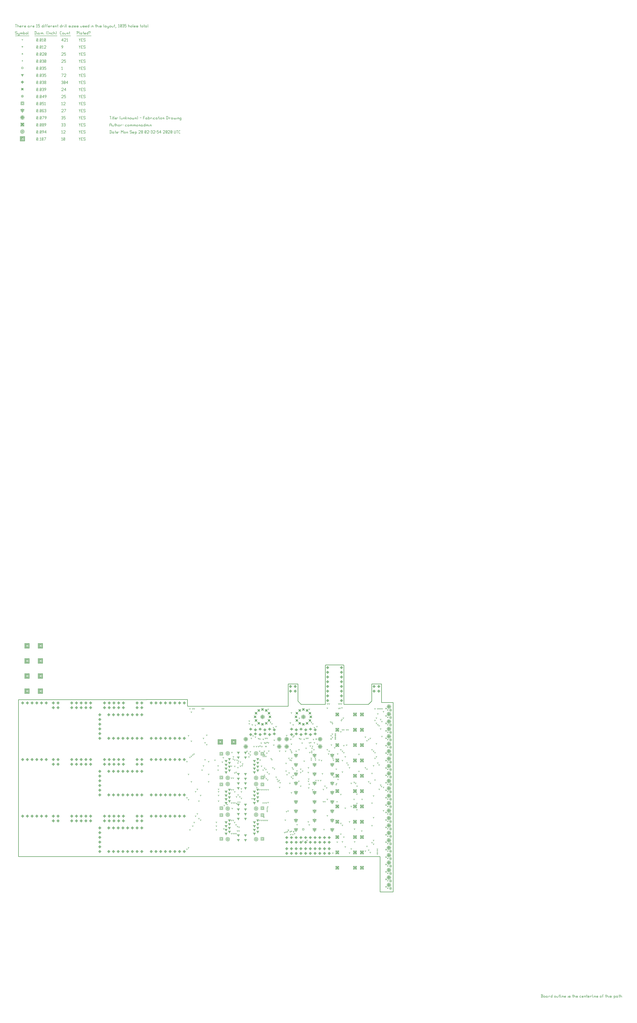
<source format=gbr>
G04 start of page 17 for group -3984 idx -3984 *
G04 Title: (unknown), fab *
G04 Creator: pcb 4.2.0 *
G04 CreationDate: Mon Sep 28 02:32:54 2020 UTC *
G04 For: commonadmin *
G04 Format: Gerber/RS-274X *
G04 PCB-Dimensions (mil): 24000.00 18000.00 *
G04 PCB-Coordinate-Origin: lower left *
%MOIN*%
%FSLAX25Y25*%
%LNFAB*%
%ADD284C,0.0100*%
%ADD283C,0.0075*%
%ADD282C,0.0060*%
%ADD281R,0.0080X0.0080*%
G54D281*X432652Y533883D02*X435852D01*
X432652D02*Y530683D01*
X435852D01*
Y533883D02*Y530683D01*
X431052Y535483D02*X437452D01*
X431052D02*Y529083D01*
X437452D01*
Y535483D02*Y529083D01*
X429452Y537083D02*X439052D01*
X429452D02*Y527483D01*
X439052D01*
Y537083D02*Y527483D01*
X460998Y533883D02*X464198D01*
X460998D02*Y530683D01*
X464198D01*
Y533883D02*Y530683D01*
X459398Y535483D02*X465798D01*
X459398D02*Y529083D01*
X465798D01*
Y535483D02*Y529083D01*
X457798Y537083D02*X467398D01*
X457798D02*Y527483D01*
X467398D01*
Y537083D02*Y527483D01*
X23054Y737600D02*X26254D01*
X23054D02*Y734400D01*
X26254D01*
Y737600D02*Y734400D01*
X21454Y739200D02*X27854D01*
X21454D02*Y732800D01*
X27854D01*
Y739200D02*Y732800D01*
X19854Y740800D02*X29454D01*
X19854D02*Y731200D01*
X29454D01*
Y740800D02*Y731200D01*
X51400Y737600D02*X54600D01*
X51400D02*Y734400D01*
X54600D01*
Y737600D02*Y734400D01*
X49800Y739200D02*X56200D01*
X49800D02*Y732800D01*
X56200D01*
Y739200D02*Y732800D01*
X48200Y740800D02*X57800D01*
X48200D02*Y731200D01*
X57800D01*
Y740800D02*Y731200D01*
X23054Y705600D02*X26254D01*
X23054D02*Y702400D01*
X26254D01*
Y705600D02*Y702400D01*
X21454Y707200D02*X27854D01*
X21454D02*Y700800D01*
X27854D01*
Y707200D02*Y700800D01*
X19854Y708800D02*X29454D01*
X19854D02*Y699200D01*
X29454D01*
Y708800D02*Y699200D01*
X51400Y705600D02*X54600D01*
X51400D02*Y702400D01*
X54600D01*
Y705600D02*Y702400D01*
X49800Y707200D02*X56200D01*
X49800D02*Y700800D01*
X56200D01*
Y707200D02*Y700800D01*
X48200Y708800D02*X57800D01*
X48200D02*Y699200D01*
X57800D01*
Y708800D02*Y699200D01*
X23054Y673600D02*X26254D01*
X23054D02*Y670400D01*
X26254D01*
Y673600D02*Y670400D01*
X21454Y675200D02*X27854D01*
X21454D02*Y668800D01*
X27854D01*
Y675200D02*Y668800D01*
X19854Y676800D02*X29454D01*
X19854D02*Y667200D01*
X29454D01*
Y676800D02*Y667200D01*
X51400Y673600D02*X54600D01*
X51400D02*Y670400D01*
X54600D01*
Y673600D02*Y670400D01*
X49800Y675200D02*X56200D01*
X49800D02*Y668800D01*
X56200D01*
Y675200D02*Y668800D01*
X48200Y676800D02*X57800D01*
X48200D02*Y667200D01*
X57800D01*
Y676800D02*Y667200D01*
X23054Y641600D02*X26254D01*
X23054D02*Y638400D01*
X26254D01*
Y641600D02*Y638400D01*
X21454Y643200D02*X27854D01*
X21454D02*Y636800D01*
X27854D01*
Y643200D02*Y636800D01*
X19854Y644800D02*X29454D01*
X19854D02*Y635200D01*
X29454D01*
Y644800D02*Y635200D01*
X51400Y641600D02*X54600D01*
X51400D02*Y638400D01*
X54600D01*
Y641600D02*Y638400D01*
X49800Y643200D02*X56200D01*
X49800D02*Y636800D01*
X56200D01*
Y643200D02*Y636800D01*
X48200Y644800D02*X57800D01*
X48200D02*Y635200D01*
X57800D01*
Y644800D02*Y635200D01*
X13400Y1812850D02*X16600D01*
X13400D02*Y1809650D01*
X16600D01*
Y1812850D02*Y1809650D01*
X11800Y1814450D02*X18200D01*
X11800D02*Y1808050D01*
X18200D01*
Y1814450D02*Y1808050D01*
X10200Y1816050D02*X19800D01*
X10200D02*Y1806450D01*
X19800D01*
Y1816050D02*Y1806450D01*
G54D282*X135000Y1813500D02*X136500Y1810500D01*
X138000Y1813500D01*
X136500Y1810500D02*Y1807500D01*
X139800Y1810800D02*X142050D01*
X139800Y1807500D02*X142800D01*
X139800Y1813500D02*Y1807500D01*
Y1813500D02*X142800D01*
X147600D02*X148350Y1812750D01*
X145350Y1813500D02*X147600D01*
X144600Y1812750D02*X145350Y1813500D01*
X144600Y1812750D02*Y1811250D01*
X145350Y1810500D01*
X147600D01*
X148350Y1809750D01*
Y1808250D01*
X147600Y1807500D02*X148350Y1808250D01*
X145350Y1807500D02*X147600D01*
X144600Y1808250D02*X145350Y1807500D01*
X98000Y1812300D02*X99200Y1813500D01*
Y1807500D01*
X98000D02*X100250D01*
X102050Y1808250D02*X102800Y1807500D01*
X102050Y1812750D02*Y1808250D01*
Y1812750D02*X102800Y1813500D01*
X104300D01*
X105050Y1812750D01*
Y1808250D01*
X104300Y1807500D02*X105050Y1808250D01*
X102800Y1807500D02*X104300D01*
X102050Y1809000D02*X105050Y1812000D01*
X45000Y1808250D02*X45750Y1807500D01*
X45000Y1812750D02*Y1808250D01*
Y1812750D02*X45750Y1813500D01*
X47250D01*
X48000Y1812750D01*
Y1808250D01*
X47250Y1807500D02*X48000Y1808250D01*
X45750Y1807500D02*X47250D01*
X45000Y1809000D02*X48000Y1812000D01*
X49800Y1807500D02*X50550D01*
X52350Y1812300D02*X53550Y1813500D01*
Y1807500D01*
X52350D02*X54600D01*
X56400Y1808250D02*X57150Y1807500D01*
X56400Y1809450D02*Y1808250D01*
Y1809450D02*X57450Y1810500D01*
X58350D01*
X59400Y1809450D01*
Y1808250D01*
X58650Y1807500D02*X59400Y1808250D01*
X57150Y1807500D02*X58650D01*
X56400Y1811550D02*X57450Y1810500D01*
X56400Y1812750D02*Y1811550D01*
Y1812750D02*X57150Y1813500D01*
X58650D01*
X59400Y1812750D01*
Y1811550D01*
X58350Y1810500D02*X59400Y1811550D01*
X61950Y1807500D02*X64950Y1813500D01*
X61200D02*X64950D01*
X509200Y377969D02*G75*G03X510800Y377969I800J0D01*G01*
G75*G03X509200Y377969I-800J0D01*G01*
X507600D02*G75*G03X512400Y377969I2400J0D01*G01*
G75*G03X507600Y377969I-2400J0D01*G01*
X506000D02*G75*G03X514000Y377969I4000J0D01*G01*
G75*G03X506000Y377969I-4000J0D01*G01*
X509200Y326000D02*G75*G03X510800Y326000I800J0D01*G01*
G75*G03X509200Y326000I-800J0D01*G01*
X507600D02*G75*G03X512400Y326000I2400J0D01*G01*
G75*G03X507600Y326000I-2400J0D01*G01*
X506000D02*G75*G03X514000Y326000I4000J0D01*G01*
G75*G03X506000Y326000I-4000J0D01*G01*
X509200Y507969D02*G75*G03X510800Y507969I800J0D01*G01*
G75*G03X509200Y507969I-800J0D01*G01*
X507600D02*G75*G03X512400Y507969I2400J0D01*G01*
G75*G03X507600Y507969I-2400J0D01*G01*
X506000D02*G75*G03X514000Y507969I4000J0D01*G01*
G75*G03X506000Y507969I-4000J0D01*G01*
X509200Y456000D02*G75*G03X510800Y456000I800J0D01*G01*
G75*G03X509200Y456000I-800J0D01*G01*
X507600D02*G75*G03X512400Y456000I2400J0D01*G01*
G75*G03X507600Y456000I-2400J0D01*G01*
X506000D02*G75*G03X514000Y456000I4000J0D01*G01*
G75*G03X506000Y456000I-4000J0D01*G01*
X509200Y442969D02*G75*G03X510800Y442969I800J0D01*G01*
G75*G03X509200Y442969I-800J0D01*G01*
X507600D02*G75*G03X512400Y442969I2400J0D01*G01*
G75*G03X507600Y442969I-2400J0D01*G01*
X506000D02*G75*G03X514000Y442969I4000J0D01*G01*
G75*G03X506000Y442969I-4000J0D01*G01*
X509200Y391000D02*G75*G03X510800Y391000I800J0D01*G01*
G75*G03X509200Y391000I-800J0D01*G01*
X507600D02*G75*G03X512400Y391000I2400J0D01*G01*
G75*G03X507600Y391000I-2400J0D01*G01*
X506000D02*G75*G03X514000Y391000I4000J0D01*G01*
G75*G03X506000Y391000I-4000J0D01*G01*
X449200Y326000D02*G75*G03X450800Y326000I800J0D01*G01*
G75*G03X449200Y326000I-800J0D01*G01*
X447600D02*G75*G03X452400Y326000I2400J0D01*G01*
G75*G03X447600Y326000I-2400J0D01*G01*
X446000D02*G75*G03X454000Y326000I4000J0D01*G01*
G75*G03X446000Y326000I-4000J0D01*G01*
X449200Y377969D02*G75*G03X450800Y377969I800J0D01*G01*
G75*G03X449200Y377969I-800J0D01*G01*
X447600D02*G75*G03X452400Y377969I2400J0D01*G01*
G75*G03X447600Y377969I-2400J0D01*G01*
X446000D02*G75*G03X454000Y377969I4000J0D01*G01*
G75*G03X446000Y377969I-4000J0D01*G01*
X449200Y456000D02*G75*G03X450800Y456000I800J0D01*G01*
G75*G03X449200Y456000I-800J0D01*G01*
X447600D02*G75*G03X452400Y456000I2400J0D01*G01*
G75*G03X447600Y456000I-2400J0D01*G01*
X446000D02*G75*G03X454000Y456000I4000J0D01*G01*
G75*G03X446000Y456000I-4000J0D01*G01*
X449200Y507969D02*G75*G03X450800Y507969I800J0D01*G01*
G75*G03X449200Y507969I-800J0D01*G01*
X447600D02*G75*G03X452400Y507969I2400J0D01*G01*
G75*G03X447600Y507969I-2400J0D01*G01*
X446000D02*G75*G03X454000Y507969I4000J0D01*G01*
G75*G03X446000Y507969I-4000J0D01*G01*
X449200Y391000D02*G75*G03X450800Y391000I800J0D01*G01*
G75*G03X449200Y391000I-800J0D01*G01*
X447600D02*G75*G03X452400Y391000I2400J0D01*G01*
G75*G03X447600Y391000I-2400J0D01*G01*
X446000D02*G75*G03X454000Y391000I4000J0D01*G01*
G75*G03X446000Y391000I-4000J0D01*G01*
X449200Y442969D02*G75*G03X450800Y442969I800J0D01*G01*
G75*G03X449200Y442969I-800J0D01*G01*
X447600D02*G75*G03X452400Y442969I2400J0D01*G01*
G75*G03X447600Y442969I-2400J0D01*G01*
X446000D02*G75*G03X454000Y442969I4000J0D01*G01*
G75*G03X446000Y442969I-4000J0D01*G01*
X14200Y1826250D02*G75*G03X15800Y1826250I800J0D01*G01*
G75*G03X14200Y1826250I-800J0D01*G01*
X12600D02*G75*G03X17400Y1826250I2400J0D01*G01*
G75*G03X12600Y1826250I-2400J0D01*G01*
X11000D02*G75*G03X19000Y1826250I4000J0D01*G01*
G75*G03X11000Y1826250I-4000J0D01*G01*
X135000Y1828500D02*X136500Y1825500D01*
X138000Y1828500D01*
X136500Y1825500D02*Y1822500D01*
X139800Y1825800D02*X142050D01*
X139800Y1822500D02*X142800D01*
X139800Y1828500D02*Y1822500D01*
Y1828500D02*X142800D01*
X147600D02*X148350Y1827750D01*
X145350Y1828500D02*X147600D01*
X144600Y1827750D02*X145350Y1828500D01*
X144600Y1827750D02*Y1826250D01*
X145350Y1825500D01*
X147600D01*
X148350Y1824750D01*
Y1823250D01*
X147600Y1822500D02*X148350Y1823250D01*
X145350Y1822500D02*X147600D01*
X144600Y1823250D02*X145350Y1822500D01*
X98000Y1827300D02*X99200Y1828500D01*
Y1822500D01*
X98000D02*X100250D01*
X102050Y1827750D02*X102800Y1828500D01*
X105050D01*
X105800Y1827750D01*
Y1826250D01*
X102050Y1822500D02*X105800Y1826250D01*
X102050Y1822500D02*X105800D01*
X45000Y1823250D02*X45750Y1822500D01*
X45000Y1827750D02*Y1823250D01*
Y1827750D02*X45750Y1828500D01*
X47250D01*
X48000Y1827750D01*
Y1823250D01*
X47250Y1822500D02*X48000Y1823250D01*
X45750Y1822500D02*X47250D01*
X45000Y1824000D02*X48000Y1827000D01*
X49800Y1822500D02*X50550D01*
X52350Y1823250D02*X53100Y1822500D01*
X52350Y1827750D02*Y1823250D01*
Y1827750D02*X53100Y1828500D01*
X54600D01*
X55350Y1827750D01*
Y1823250D01*
X54600Y1822500D02*X55350Y1823250D01*
X53100Y1822500D02*X54600D01*
X52350Y1824000D02*X55350Y1827000D01*
X57900Y1822500D02*X60150Y1825500D01*
Y1827750D02*Y1825500D01*
X59400Y1828500D02*X60150Y1827750D01*
X57900Y1828500D02*X59400D01*
X57150Y1827750D02*X57900Y1828500D01*
X57150Y1827750D02*Y1826250D01*
X57900Y1825500D01*
X60150D01*
X61950Y1824750D02*X64950Y1828500D01*
X61950Y1824750D02*X65700D01*
X64950Y1828500D02*Y1822500D01*
X730652Y334053D02*X737852Y326853D01*
X730652D02*X737852Y334053D01*
X732652Y332053D02*X735852D01*
X732652D02*Y328853D01*
X735852D01*
Y332053D02*Y328853D01*
X731052Y333653D02*X737452D01*
X731052D02*Y327253D01*
X737452D01*
Y333653D02*Y327253D01*
X730652Y366553D02*X737852Y359353D01*
X730652D02*X737852Y366553D01*
X732652Y364553D02*X735852D01*
X732652D02*Y361353D01*
X735852D01*
Y364553D02*Y361353D01*
X731052Y366153D02*X737452D01*
X731052D02*Y359753D01*
X737452D01*
Y366153D02*Y359753D01*
X730652Y399053D02*X737852Y391853D01*
X730652D02*X737852Y399053D01*
X732652Y397053D02*X735852D01*
X732652D02*Y393853D01*
X735852D01*
Y397053D02*Y393853D01*
X731052Y398653D02*X737452D01*
X731052D02*Y392253D01*
X737452D01*
Y398653D02*Y392253D01*
X730652Y431553D02*X737852Y424353D01*
X730652D02*X737852Y431553D01*
X732652Y429553D02*X735852D01*
X732652D02*Y426353D01*
X735852D01*
Y429553D02*Y426353D01*
X731052Y431153D02*X737452D01*
X731052D02*Y424753D01*
X737452D01*
Y431153D02*Y424753D01*
X730652Y464053D02*X737852Y456853D01*
X730652D02*X737852Y464053D01*
X732652Y462053D02*X735852D01*
X732652D02*Y458853D01*
X735852D01*
Y462053D02*Y458853D01*
X731052Y463653D02*X737452D01*
X731052D02*Y457253D01*
X737452D01*
Y463653D02*Y457253D01*
X730652Y496553D02*X737852Y489353D01*
X730652D02*X737852Y496553D01*
X732652Y494553D02*X735852D01*
X732652D02*Y491353D01*
X735852D01*
Y494553D02*Y491353D01*
X731052Y496153D02*X737452D01*
X731052D02*Y489753D01*
X737452D01*
Y496153D02*Y489753D01*
X730652Y529053D02*X737852Y521853D01*
X730652D02*X737852Y529053D01*
X732652Y527053D02*X735852D01*
X732652D02*Y523853D01*
X735852D01*
Y527053D02*Y523853D01*
X731052Y528653D02*X737452D01*
X731052D02*Y522253D01*
X737452D01*
Y528653D02*Y522253D01*
X730652Y561553D02*X737852Y554353D01*
X730652D02*X737852Y561553D01*
X732652Y559553D02*X735852D01*
X732652D02*Y556353D01*
X735852D01*
Y559553D02*Y556353D01*
X731052Y561153D02*X737452D01*
X731052D02*Y554753D01*
X737452D01*
Y561153D02*Y554753D01*
X730652Y594053D02*X737852Y586853D01*
X730652D02*X737852Y594053D01*
X732652Y592053D02*X735852D01*
X732652D02*Y588853D01*
X735852D01*
Y592053D02*Y588853D01*
X731052Y593653D02*X737452D01*
X731052D02*Y587253D01*
X737452D01*
Y593653D02*Y587253D01*
X730652Y301553D02*X737852Y294353D01*
X730652D02*X737852Y301553D01*
X732652Y299553D02*X735852D01*
X732652D02*Y296353D01*
X735852D01*
Y299553D02*Y296353D01*
X731052Y301153D02*X737452D01*
X731052D02*Y294753D01*
X737452D01*
Y301153D02*Y294753D01*
X730652Y269053D02*X737852Y261853D01*
X730652D02*X737852Y269053D01*
X732652Y267053D02*X735852D01*
X732652D02*Y263853D01*
X735852D01*
Y267053D02*Y263853D01*
X731052Y268653D02*X737452D01*
X731052D02*Y262253D01*
X737452D01*
Y268653D02*Y262253D01*
X678487Y334131D02*X685687Y326931D01*
X678487D02*X685687Y334131D01*
X680487Y332131D02*X683687D01*
X680487D02*Y328931D01*
X683687D01*
Y332131D02*Y328931D01*
X678887Y333731D02*X685287D01*
X678887D02*Y327331D01*
X685287D01*
Y333731D02*Y327331D01*
X678487Y366631D02*X685687Y359431D01*
X678487D02*X685687Y366631D01*
X680487Y364631D02*X683687D01*
X680487D02*Y361431D01*
X683687D01*
Y364631D02*Y361431D01*
X678887Y366231D02*X685287D01*
X678887D02*Y359831D01*
X685287D01*
Y366231D02*Y359831D01*
X678487Y399131D02*X685687Y391931D01*
X678487D02*X685687Y399131D01*
X680487Y397131D02*X683687D01*
X680487D02*Y393931D01*
X683687D01*
Y397131D02*Y393931D01*
X678887Y398731D02*X685287D01*
X678887D02*Y392331D01*
X685287D01*
Y398731D02*Y392331D01*
X678487Y431631D02*X685687Y424431D01*
X678487D02*X685687Y431631D01*
X680487Y429631D02*X683687D01*
X680487D02*Y426431D01*
X683687D01*
Y429631D02*Y426431D01*
X678887Y431231D02*X685287D01*
X678887D02*Y424831D01*
X685287D01*
Y431231D02*Y424831D01*
X678487Y464131D02*X685687Y456931D01*
X678487D02*X685687Y464131D01*
X680487Y462131D02*X683687D01*
X680487D02*Y458931D01*
X683687D01*
Y462131D02*Y458931D01*
X678887Y463731D02*X685287D01*
X678887D02*Y457331D01*
X685287D01*
Y463731D02*Y457331D01*
X678487Y496631D02*X685687Y489431D01*
X678487D02*X685687Y496631D01*
X680487Y494631D02*X683687D01*
X680487D02*Y491431D01*
X683687D01*
Y494631D02*Y491431D01*
X678887Y496231D02*X685287D01*
X678887D02*Y489831D01*
X685287D01*
Y496231D02*Y489831D01*
X678487Y529131D02*X685687Y521931D01*
X678487D02*X685687Y529131D01*
X680487Y527131D02*X683687D01*
X680487D02*Y523931D01*
X683687D01*
Y527131D02*Y523931D01*
X678887Y528731D02*X685287D01*
X678887D02*Y522331D01*
X685287D01*
Y528731D02*Y522331D01*
X678487Y561631D02*X685687Y554431D01*
X678487D02*X685687Y561631D01*
X680487Y559631D02*X683687D01*
X680487D02*Y556431D01*
X683687D01*
Y559631D02*Y556431D01*
X678887Y561231D02*X685287D01*
X678887D02*Y554831D01*
X685287D01*
Y561231D02*Y554831D01*
X678487Y594131D02*X685687Y586931D01*
X678487D02*X685687Y594131D01*
X680487Y592131D02*X683687D01*
X680487D02*Y588931D01*
X683687D01*
Y592131D02*Y588931D01*
X678887Y593731D02*X685287D01*
X678887D02*Y587331D01*
X685287D01*
Y593731D02*Y587331D01*
X678487Y301631D02*X685687Y294431D01*
X678487D02*X685687Y301631D01*
X680487Y299631D02*X683687D01*
X680487D02*Y296431D01*
X683687D01*
Y299631D02*Y296431D01*
X678887Y301231D02*X685287D01*
X678887D02*Y294831D01*
X685287D01*
Y301231D02*Y294831D01*
X678487Y269131D02*X685687Y261931D01*
X678487D02*X685687Y269131D01*
X680487Y267131D02*X683687D01*
X680487D02*Y263931D01*
X683687D01*
Y267131D02*Y263931D01*
X678887Y268731D02*X685287D01*
X678887D02*Y262331D01*
X685287D01*
Y268731D02*Y262331D01*
X715888Y334053D02*X723088Y326853D01*
X715888D02*X723088Y334053D01*
X717888Y332053D02*X721088D01*
X717888D02*Y328853D01*
X721088D01*
Y332053D02*Y328853D01*
X716288Y333653D02*X722688D01*
X716288D02*Y327253D01*
X722688D01*
Y333653D02*Y327253D01*
X715888Y366553D02*X723088Y359353D01*
X715888D02*X723088Y366553D01*
X717888Y364553D02*X721088D01*
X717888D02*Y361353D01*
X721088D01*
Y364553D02*Y361353D01*
X716288Y366153D02*X722688D01*
X716288D02*Y359753D01*
X722688D01*
Y366153D02*Y359753D01*
X715888Y399053D02*X723088Y391853D01*
X715888D02*X723088Y399053D01*
X717888Y397053D02*X721088D01*
X717888D02*Y393853D01*
X721088D01*
Y397053D02*Y393853D01*
X716288Y398653D02*X722688D01*
X716288D02*Y392253D01*
X722688D01*
Y398653D02*Y392253D01*
X715888Y431553D02*X723088Y424353D01*
X715888D02*X723088Y431553D01*
X717888Y429553D02*X721088D01*
X717888D02*Y426353D01*
X721088D01*
Y429553D02*Y426353D01*
X716288Y431153D02*X722688D01*
X716288D02*Y424753D01*
X722688D01*
Y431153D02*Y424753D01*
X715888Y464053D02*X723088Y456853D01*
X715888D02*X723088Y464053D01*
X717888Y462053D02*X721088D01*
X717888D02*Y458853D01*
X721088D01*
Y462053D02*Y458853D01*
X716288Y463653D02*X722688D01*
X716288D02*Y457253D01*
X722688D01*
Y463653D02*Y457253D01*
X715888Y496553D02*X723088Y489353D01*
X715888D02*X723088Y496553D01*
X717888Y494553D02*X721088D01*
X717888D02*Y491353D01*
X721088D01*
Y494553D02*Y491353D01*
X716288Y496153D02*X722688D01*
X716288D02*Y489753D01*
X722688D01*
Y496153D02*Y489753D01*
X715888Y529053D02*X723088Y521853D01*
X715888D02*X723088Y529053D01*
X717888Y527053D02*X721088D01*
X717888D02*Y523853D01*
X721088D01*
Y527053D02*Y523853D01*
X716288Y528653D02*X722688D01*
X716288D02*Y522253D01*
X722688D01*
Y528653D02*Y522253D01*
X715888Y561553D02*X723088Y554353D01*
X715888D02*X723088Y561553D01*
X717888Y559553D02*X721088D01*
X717888D02*Y556353D01*
X721088D01*
Y559553D02*Y556353D01*
X716288Y561153D02*X722688D01*
X716288D02*Y554753D01*
X722688D01*
Y561153D02*Y554753D01*
X715888Y594053D02*X723088Y586853D01*
X715888D02*X723088Y594053D01*
X717888Y592053D02*X721088D01*
X717888D02*Y588853D01*
X721088D01*
Y592053D02*Y588853D01*
X716288Y593653D02*X722688D01*
X716288D02*Y587253D01*
X722688D01*
Y593653D02*Y587253D01*
X715888Y301553D02*X723088Y294353D01*
X715888D02*X723088Y301553D01*
X717888Y299553D02*X721088D01*
X717888D02*Y296353D01*
X721088D01*
Y299553D02*Y296353D01*
X716288Y301153D02*X722688D01*
X716288D02*Y294753D01*
X722688D01*
Y301153D02*Y294753D01*
X715888Y269053D02*X723088Y261853D01*
X715888D02*X723088Y269053D01*
X717888Y267053D02*X721088D01*
X717888D02*Y263853D01*
X721088D01*
Y267053D02*Y263853D01*
X716288Y268653D02*X722688D01*
X716288D02*Y262253D01*
X722688D01*
Y268653D02*Y262253D01*
X11400Y1844850D02*X18600Y1837650D01*
X11400D02*X18600Y1844850D01*
X13400Y1842850D02*X16600D01*
X13400D02*Y1839650D01*
X16600D01*
Y1842850D02*Y1839650D01*
X11800Y1844450D02*X18200D01*
X11800D02*Y1838050D01*
X18200D01*
Y1844450D02*Y1838050D01*
X135000Y1843500D02*X136500Y1840500D01*
X138000Y1843500D01*
X136500Y1840500D02*Y1837500D01*
X139800Y1840800D02*X142050D01*
X139800Y1837500D02*X142800D01*
X139800Y1843500D02*Y1837500D01*
Y1843500D02*X142800D01*
X147600D02*X148350Y1842750D01*
X145350Y1843500D02*X147600D01*
X144600Y1842750D02*X145350Y1843500D01*
X144600Y1842750D02*Y1841250D01*
X145350Y1840500D01*
X147600D01*
X148350Y1839750D01*
Y1838250D01*
X147600Y1837500D02*X148350Y1838250D01*
X145350Y1837500D02*X147600D01*
X144600Y1838250D02*X145350Y1837500D01*
X98000Y1842750D02*X98750Y1843500D01*
X100250D01*
X101000Y1842750D01*
X100250Y1837500D02*X101000Y1838250D01*
X98750Y1837500D02*X100250D01*
X98000Y1838250D02*X98750Y1837500D01*
Y1840800D02*X100250D01*
X101000Y1842750D02*Y1841550D01*
Y1840050D02*Y1838250D01*
Y1840050D02*X100250Y1840800D01*
X101000Y1841550D02*X100250Y1840800D01*
X102800Y1842750D02*X103550Y1843500D01*
X105050D01*
X105800Y1842750D01*
X105050Y1837500D02*X105800Y1838250D01*
X103550Y1837500D02*X105050D01*
X102800Y1838250D02*X103550Y1837500D01*
Y1840800D02*X105050D01*
X105800Y1842750D02*Y1841550D01*
Y1840050D02*Y1838250D01*
Y1840050D02*X105050Y1840800D01*
X105800Y1841550D02*X105050Y1840800D01*
X45000Y1838250D02*X45750Y1837500D01*
X45000Y1842750D02*Y1838250D01*
Y1842750D02*X45750Y1843500D01*
X47250D01*
X48000Y1842750D01*
Y1838250D01*
X47250Y1837500D02*X48000Y1838250D01*
X45750Y1837500D02*X47250D01*
X45000Y1839000D02*X48000Y1842000D01*
X49800Y1837500D02*X50550D01*
X52350Y1838250D02*X53100Y1837500D01*
X52350Y1842750D02*Y1838250D01*
Y1842750D02*X53100Y1843500D01*
X54600D01*
X55350Y1842750D01*
Y1838250D01*
X54600Y1837500D02*X55350Y1838250D01*
X53100Y1837500D02*X54600D01*
X52350Y1839000D02*X55350Y1842000D01*
X57150Y1838250D02*X57900Y1837500D01*
X57150Y1839450D02*Y1838250D01*
Y1839450D02*X58200Y1840500D01*
X59100D01*
X60150Y1839450D01*
Y1838250D01*
X59400Y1837500D02*X60150Y1838250D01*
X57900Y1837500D02*X59400D01*
X57150Y1841550D02*X58200Y1840500D01*
X57150Y1842750D02*Y1841550D01*
Y1842750D02*X57900Y1843500D01*
X59400D01*
X60150Y1842750D01*
Y1841550D01*
X59100Y1840500D02*X60150Y1841550D01*
X62700Y1837500D02*X64950Y1840500D01*
Y1842750D02*Y1840500D01*
X64200Y1843500D02*X64950Y1842750D01*
X62700Y1843500D02*X64200D01*
X61950Y1842750D02*X62700Y1843500D01*
X61950Y1842750D02*Y1841250D01*
X62700Y1840500D01*
X64950D01*
X791339Y611887D02*Y602287D01*
X786539Y607087D02*X796139D01*
X789739Y608687D02*X792939D01*
X789739D02*Y605487D01*
X792939D01*
Y608687D02*Y605487D01*
X788139Y610287D02*X794539D01*
X788139D02*Y603887D01*
X794539D01*
Y610287D02*Y603887D01*
X791339Y596139D02*Y586539D01*
X786539Y591339D02*X796139D01*
X789739Y592939D02*X792939D01*
X789739D02*Y589739D01*
X792939D01*
Y592939D02*Y589739D01*
X788139Y594539D02*X794539D01*
X788139D02*Y588139D01*
X794539D01*
Y594539D02*Y588139D01*
X791339Y580391D02*Y570791D01*
X786539Y575591D02*X796139D01*
X789739Y577191D02*X792939D01*
X789739D02*Y573991D01*
X792939D01*
Y577191D02*Y573991D01*
X788139Y578791D02*X794539D01*
X788139D02*Y572391D01*
X794539D01*
Y578791D02*Y572391D01*
X791339Y564643D02*Y555043D01*
X786539Y559843D02*X796139D01*
X789739Y561443D02*X792939D01*
X789739D02*Y558243D01*
X792939D01*
Y561443D02*Y558243D01*
X788139Y563043D02*X794539D01*
X788139D02*Y556643D01*
X794539D01*
Y563043D02*Y556643D01*
X791339Y233934D02*Y224334D01*
X786539Y229134D02*X796139D01*
X789739Y230734D02*X792939D01*
X789739D02*Y227534D01*
X792939D01*
Y230734D02*Y227534D01*
X788139Y232334D02*X794539D01*
X788139D02*Y225934D01*
X794539D01*
Y232334D02*Y225934D01*
X791339Y375666D02*Y366066D01*
X786539Y370866D02*X796139D01*
X789739Y372466D02*X792939D01*
X789739D02*Y369266D01*
X792939D01*
Y372466D02*Y369266D01*
X788139Y374066D02*X794539D01*
X788139D02*Y367666D01*
X794539D01*
Y374066D02*Y367666D01*
X791339Y359918D02*Y350318D01*
X786539Y355118D02*X796139D01*
X789739Y356718D02*X792939D01*
X789739D02*Y353518D01*
X792939D01*
Y356718D02*Y353518D01*
X788139Y358318D02*X794539D01*
X788139D02*Y351918D01*
X794539D01*
Y358318D02*Y351918D01*
X791339Y344170D02*Y334570D01*
X786539Y339370D02*X796139D01*
X789739Y340970D02*X792939D01*
X789739D02*Y337770D01*
X792939D01*
Y340970D02*Y337770D01*
X788139Y342570D02*X794539D01*
X788139D02*Y336170D01*
X794539D01*
Y342570D02*Y336170D01*
X791339Y485902D02*Y476302D01*
X786539Y481102D02*X796139D01*
X789739Y482702D02*X792939D01*
X789739D02*Y479502D01*
X792939D01*
Y482702D02*Y479502D01*
X788139Y484302D02*X794539D01*
X788139D02*Y477902D01*
X794539D01*
Y484302D02*Y477902D01*
X791339Y470154D02*Y460554D01*
X786539Y465354D02*X796139D01*
X789739Y466954D02*X792939D01*
X789739D02*Y463754D01*
X792939D01*
Y466954D02*Y463754D01*
X788139Y468554D02*X794539D01*
X788139D02*Y462154D01*
X794539D01*
Y468554D02*Y462154D01*
X791339Y454406D02*Y444806D01*
X786539Y449606D02*X796139D01*
X789739Y451206D02*X792939D01*
X789739D02*Y448006D01*
X792939D01*
Y451206D02*Y448006D01*
X788139Y452806D02*X794539D01*
X788139D02*Y446406D01*
X794539D01*
Y452806D02*Y446406D01*
X791339Y438658D02*Y429058D01*
X786539Y433858D02*X796139D01*
X789739Y435458D02*X792939D01*
X789739D02*Y432258D01*
X792939D01*
Y435458D02*Y432258D01*
X788139Y437058D02*X794539D01*
X788139D02*Y430658D01*
X794539D01*
Y437058D02*Y430658D01*
X791339Y422910D02*Y413310D01*
X786539Y418110D02*X796139D01*
X789739Y419710D02*X792939D01*
X789739D02*Y416510D01*
X792939D01*
Y419710D02*Y416510D01*
X788139Y421310D02*X794539D01*
X788139D02*Y414910D01*
X794539D01*
Y421310D02*Y414910D01*
X791339Y407162D02*Y397562D01*
X786539Y402362D02*X796139D01*
X789739Y403962D02*X792939D01*
X789739D02*Y400762D01*
X792939D01*
Y403962D02*Y400762D01*
X788139Y405562D02*X794539D01*
X788139D02*Y399162D01*
X794539D01*
Y405562D02*Y399162D01*
X791339Y328422D02*Y318822D01*
X786539Y323622D02*X796139D01*
X789739Y325222D02*X792939D01*
X789739D02*Y322022D01*
X792939D01*
Y325222D02*Y322022D01*
X788139Y326822D02*X794539D01*
X788139D02*Y320422D01*
X794539D01*
Y326822D02*Y320422D01*
X791339Y312674D02*Y303074D01*
X786539Y307874D02*X796139D01*
X789739Y309474D02*X792939D01*
X789739D02*Y306274D01*
X792939D01*
Y309474D02*Y306274D01*
X788139Y311074D02*X794539D01*
X788139D02*Y304674D01*
X794539D01*
Y311074D02*Y304674D01*
X791339Y296926D02*Y287326D01*
X786539Y292126D02*X796139D01*
X789739Y293726D02*X792939D01*
X789739D02*Y290526D01*
X792939D01*
Y293726D02*Y290526D01*
X788139Y295326D02*X794539D01*
X788139D02*Y288926D01*
X794539D01*
Y295326D02*Y288926D01*
X791339Y281178D02*Y271578D01*
X786539Y276378D02*X796139D01*
X789739Y277978D02*X792939D01*
X789739D02*Y274778D01*
X792939D01*
Y277978D02*Y274778D01*
X788139Y279578D02*X794539D01*
X788139D02*Y273178D01*
X794539D01*
Y279578D02*Y273178D01*
X791339Y265430D02*Y255830D01*
X786539Y260630D02*X796139D01*
X789739Y262230D02*X792939D01*
X789739D02*Y259030D01*
X792939D01*
Y262230D02*Y259030D01*
X788139Y263830D02*X794539D01*
X788139D02*Y257430D01*
X794539D01*
Y263830D02*Y257430D01*
X791339Y249682D02*Y240082D01*
X786539Y244882D02*X796139D01*
X789739Y246482D02*X792939D01*
X789739D02*Y243282D01*
X792939D01*
Y246482D02*Y243282D01*
X788139Y248082D02*X794539D01*
X788139D02*Y241682D01*
X794539D01*
Y248082D02*Y241682D01*
X791339Y391414D02*Y381814D01*
X786539Y386614D02*X796139D01*
X789739Y388214D02*X792939D01*
X789739D02*Y385014D01*
X792939D01*
Y388214D02*Y385014D01*
X788139Y389814D02*X794539D01*
X788139D02*Y383414D01*
X794539D01*
Y389814D02*Y383414D01*
X791339Y501650D02*Y492050D01*
X786539Y496850D02*X796139D01*
X789739Y498450D02*X792939D01*
X789739D02*Y495250D01*
X792939D01*
Y498450D02*Y495250D01*
X788139Y500050D02*X794539D01*
X788139D02*Y493650D01*
X794539D01*
Y500050D02*Y493650D01*
X791339Y517398D02*Y507798D01*
X786539Y512598D02*X796139D01*
X789739Y514198D02*X792939D01*
X789739D02*Y510998D01*
X792939D01*
Y514198D02*Y510998D01*
X788139Y515798D02*X794539D01*
X788139D02*Y509398D01*
X794539D01*
Y515798D02*Y509398D01*
X791339Y533146D02*Y523546D01*
X786539Y528346D02*X796139D01*
X789739Y529946D02*X792939D01*
X789739D02*Y526746D01*
X792939D01*
Y529946D02*Y526746D01*
X788139Y531546D02*X794539D01*
X788139D02*Y525146D01*
X794539D01*
Y531546D02*Y525146D01*
X791339Y548894D02*Y539294D01*
X786539Y544094D02*X796139D01*
X789739Y545694D02*X792939D01*
X789739D02*Y542494D01*
X792939D01*
Y545694D02*Y542494D01*
X788139Y547294D02*X794539D01*
X788139D02*Y540894D01*
X794539D01*
Y547294D02*Y540894D01*
X523622Y590233D02*Y580633D01*
X518822Y585433D02*X528422D01*
X522022Y587033D02*X525222D01*
X522022D02*Y583833D01*
X525222D01*
Y587033D02*Y583833D01*
X520422Y588633D02*X526822D01*
X520422D02*Y582233D01*
X526822D01*
Y588633D02*Y582233D01*
X488189Y527241D02*Y517641D01*
X483389Y522441D02*X492989D01*
X486589Y524041D02*X489789D01*
X486589D02*Y520841D01*
X489789D01*
Y524041D02*Y520841D01*
X484989Y525641D02*X491389D01*
X484989D02*Y519241D01*
X491389D01*
Y525641D02*Y519241D01*
X488189Y542989D02*Y533389D01*
X483389Y538189D02*X492989D01*
X486589Y539789D02*X489789D01*
X486589D02*Y536589D01*
X489789D01*
Y539789D02*Y536589D01*
X484989Y541389D02*X491389D01*
X484989D02*Y534989D01*
X491389D01*
Y541389D02*Y534989D01*
X559055Y542989D02*Y533389D01*
X554255Y538189D02*X563855D01*
X557455Y539789D02*X560655D01*
X557455D02*Y536589D01*
X560655D01*
Y539789D02*Y536589D01*
X555855Y541389D02*X562255D01*
X555855D02*Y534989D01*
X562255D01*
Y541389D02*Y534989D01*
X559055Y527241D02*Y517641D01*
X554255Y522441D02*X563855D01*
X557455Y524041D02*X560655D01*
X557455D02*Y520841D01*
X560655D01*
Y524041D02*Y520841D01*
X555855Y525641D02*X562255D01*
X555855D02*Y519241D01*
X562255D01*
Y525641D02*Y519241D01*
X574803Y527241D02*Y517641D01*
X570003Y522441D02*X579603D01*
X573203Y524041D02*X576403D01*
X573203D02*Y520841D01*
X576403D01*
Y524041D02*Y520841D01*
X571603Y525641D02*X578003D01*
X571603D02*Y519241D01*
X578003D01*
Y525641D02*Y519241D01*
X574803Y542989D02*Y533389D01*
X570003Y538189D02*X579603D01*
X573203Y539789D02*X576403D01*
X573203D02*Y536589D01*
X576403D01*
Y539789D02*Y536589D01*
X571603Y541389D02*X578003D01*
X571603D02*Y534989D01*
X578003D01*
Y541389D02*Y534989D01*
X645669Y542989D02*Y533389D01*
X640869Y538189D02*X650469D01*
X644069Y539789D02*X647269D01*
X644069D02*Y536589D01*
X647269D01*
Y539789D02*Y536589D01*
X642469Y541389D02*X648869D01*
X642469D02*Y534989D01*
X648869D01*
Y541389D02*Y534989D01*
X645669Y527241D02*Y517641D01*
X640869Y522441D02*X650469D01*
X644069Y524041D02*X647269D01*
X644069D02*Y520841D01*
X647269D01*
Y524041D02*Y520841D01*
X642469Y525641D02*X648869D01*
X642469D02*Y519241D01*
X648869D01*
Y525641D02*Y519241D01*
X610236Y590233D02*Y580633D01*
X605436Y585433D02*X615036D01*
X608636Y587033D02*X611836D01*
X608636D02*Y583833D01*
X611836D01*
Y587033D02*Y583833D01*
X607036Y588633D02*X613436D01*
X607036D02*Y582233D01*
X613436D01*
Y588633D02*Y582233D01*
X15000Y1861050D02*Y1851450D01*
X10200Y1856250D02*X19800D01*
X13400Y1857850D02*X16600D01*
X13400D02*Y1854650D01*
X16600D01*
Y1857850D02*Y1854650D01*
X11800Y1859450D02*X18200D01*
X11800D02*Y1853050D01*
X18200D01*
Y1859450D02*Y1853050D01*
X135000Y1858500D02*X136500Y1855500D01*
X138000Y1858500D01*
X136500Y1855500D02*Y1852500D01*
X139800Y1855800D02*X142050D01*
X139800Y1852500D02*X142800D01*
X139800Y1858500D02*Y1852500D01*
Y1858500D02*X142800D01*
X147600D02*X148350Y1857750D01*
X145350Y1858500D02*X147600D01*
X144600Y1857750D02*X145350Y1858500D01*
X144600Y1857750D02*Y1856250D01*
X145350Y1855500D01*
X147600D01*
X148350Y1854750D01*
Y1853250D01*
X147600Y1852500D02*X148350Y1853250D01*
X145350Y1852500D02*X147600D01*
X144600Y1853250D02*X145350Y1852500D01*
X98000Y1857750D02*X98750Y1858500D01*
X100250D01*
X101000Y1857750D01*
X100250Y1852500D02*X101000Y1853250D01*
X98750Y1852500D02*X100250D01*
X98000Y1853250D02*X98750Y1852500D01*
Y1855800D02*X100250D01*
X101000Y1857750D02*Y1856550D01*
Y1855050D02*Y1853250D01*
Y1855050D02*X100250Y1855800D01*
X101000Y1856550D02*X100250Y1855800D01*
X102800Y1858500D02*X105800D01*
X102800D02*Y1855500D01*
X103550Y1856250D01*
X105050D01*
X105800Y1855500D01*
Y1853250D01*
X105050Y1852500D02*X105800Y1853250D01*
X103550Y1852500D02*X105050D01*
X102800Y1853250D02*X103550Y1852500D01*
X45000Y1853250D02*X45750Y1852500D01*
X45000Y1857750D02*Y1853250D01*
Y1857750D02*X45750Y1858500D01*
X47250D01*
X48000Y1857750D01*
Y1853250D01*
X47250Y1852500D02*X48000Y1853250D01*
X45750Y1852500D02*X47250D01*
X45000Y1854000D02*X48000Y1857000D01*
X49800Y1852500D02*X50550D01*
X52350Y1853250D02*X53100Y1852500D01*
X52350Y1857750D02*Y1853250D01*
Y1857750D02*X53100Y1858500D01*
X54600D01*
X55350Y1857750D01*
Y1853250D01*
X54600Y1852500D02*X55350Y1853250D01*
X53100Y1852500D02*X54600D01*
X52350Y1854000D02*X55350Y1857000D01*
X57900Y1852500D02*X60900Y1858500D01*
X57150D02*X60900D01*
X63450Y1852500D02*X65700Y1855500D01*
Y1857750D02*Y1855500D01*
X64950Y1858500D02*X65700Y1857750D01*
X63450Y1858500D02*X64950D01*
X62700Y1857750D02*X63450Y1858500D01*
X62700Y1857750D02*Y1856250D01*
X63450Y1855500D01*
X65700D01*
X633858Y503740D02*Y498940D01*
Y503740D02*X638018Y506140D01*
X633858Y503740D02*X629698Y506140D01*
X632258Y503740D02*G75*G03X635458Y503740I1600J0D01*G01*
G75*G03X632258Y503740I-1600J0D01*G01*
X630658D02*G75*G03X637058Y503740I3200J0D01*G01*
G75*G03X630658Y503740I-3200J0D01*G01*
X633858Y484055D02*Y479255D01*
Y484055D02*X638018Y486455D01*
X633858Y484055D02*X629698Y486455D01*
X632258Y484055D02*G75*G03X635458Y484055I1600J0D01*G01*
G75*G03X632258Y484055I-1600J0D01*G01*
X630658D02*G75*G03X637058Y484055I3200J0D01*G01*
G75*G03X630658Y484055I-3200J0D01*G01*
X633858Y464370D02*Y459570D01*
Y464370D02*X638018Y466770D01*
X633858Y464370D02*X629698Y466770D01*
X632258Y464370D02*G75*G03X635458Y464370I1600J0D01*G01*
G75*G03X632258Y464370I-1600J0D01*G01*
X630658D02*G75*G03X637058Y464370I3200J0D01*G01*
G75*G03X630658Y464370I-3200J0D01*G01*
X633858Y444685D02*Y439885D01*
Y444685D02*X638018Y447085D01*
X633858Y444685D02*X629698Y447085D01*
X632258Y444685D02*G75*G03X635458Y444685I1600J0D01*G01*
G75*G03X632258Y444685I-1600J0D01*G01*
X630658D02*G75*G03X637058Y444685I3200J0D01*G01*
G75*G03X630658Y444685I-3200J0D01*G01*
X633858Y425000D02*Y420200D01*
Y425000D02*X638018Y427400D01*
X633858Y425000D02*X629698Y427400D01*
X632258Y425000D02*G75*G03X635458Y425000I1600J0D01*G01*
G75*G03X632258Y425000I-1600J0D01*G01*
X630658D02*G75*G03X637058Y425000I3200J0D01*G01*
G75*G03X630658Y425000I-3200J0D01*G01*
X633858Y405315D02*Y400515D01*
Y405315D02*X638018Y407715D01*
X633858Y405315D02*X629698Y407715D01*
X632258Y405315D02*G75*G03X635458Y405315I1600J0D01*G01*
G75*G03X632258Y405315I-1600J0D01*G01*
X630658D02*G75*G03X637058Y405315I3200J0D01*G01*
G75*G03X630658Y405315I-3200J0D01*G01*
X633858Y385630D02*Y380830D01*
Y385630D02*X638018Y388030D01*
X633858Y385630D02*X629698Y388030D01*
X632258Y385630D02*G75*G03X635458Y385630I1600J0D01*G01*
G75*G03X632258Y385630I-1600J0D01*G01*
X630658D02*G75*G03X637058Y385630I3200J0D01*G01*
G75*G03X630658Y385630I-3200J0D01*G01*
X633858Y365945D02*Y361145D01*
Y365945D02*X638018Y368345D01*
X633858Y365945D02*X629698Y368345D01*
X632258Y365945D02*G75*G03X635458Y365945I1600J0D01*G01*
G75*G03X632258Y365945I-1600J0D01*G01*
X630658D02*G75*G03X637058Y365945I3200J0D01*G01*
G75*G03X630658Y365945I-3200J0D01*G01*
X633858Y346260D02*Y341460D01*
Y346260D02*X638018Y348660D01*
X633858Y346260D02*X629698Y348660D01*
X632258Y346260D02*G75*G03X635458Y346260I1600J0D01*G01*
G75*G03X632258Y346260I-1600J0D01*G01*
X630658D02*G75*G03X637058Y346260I3200J0D01*G01*
G75*G03X630658Y346260I-3200J0D01*G01*
X594488Y503740D02*Y498940D01*
Y503740D02*X598648Y506140D01*
X594488Y503740D02*X590328Y506140D01*
X592888Y503740D02*G75*G03X596088Y503740I1600J0D01*G01*
G75*G03X592888Y503740I-1600J0D01*G01*
X591288D02*G75*G03X597688Y503740I3200J0D01*G01*
G75*G03X591288Y503740I-3200J0D01*G01*
X594488Y484055D02*Y479255D01*
Y484055D02*X598648Y486455D01*
X594488Y484055D02*X590328Y486455D01*
X592888Y484055D02*G75*G03X596088Y484055I1600J0D01*G01*
G75*G03X592888Y484055I-1600J0D01*G01*
X591288D02*G75*G03X597688Y484055I3200J0D01*G01*
G75*G03X591288Y484055I-3200J0D01*G01*
X594488Y464370D02*Y459570D01*
Y464370D02*X598648Y466770D01*
X594488Y464370D02*X590328Y466770D01*
X592888Y464370D02*G75*G03X596088Y464370I1600J0D01*G01*
G75*G03X592888Y464370I-1600J0D01*G01*
X591288D02*G75*G03X597688Y464370I3200J0D01*G01*
G75*G03X591288Y464370I-3200J0D01*G01*
X594488Y444685D02*Y439885D01*
Y444685D02*X598648Y447085D01*
X594488Y444685D02*X590328Y447085D01*
X592888Y444685D02*G75*G03X596088Y444685I1600J0D01*G01*
G75*G03X592888Y444685I-1600J0D01*G01*
X591288D02*G75*G03X597688Y444685I3200J0D01*G01*
G75*G03X591288Y444685I-3200J0D01*G01*
X594488Y425000D02*Y420200D01*
Y425000D02*X598648Y427400D01*
X594488Y425000D02*X590328Y427400D01*
X592888Y425000D02*G75*G03X596088Y425000I1600J0D01*G01*
G75*G03X592888Y425000I-1600J0D01*G01*
X591288D02*G75*G03X597688Y425000I3200J0D01*G01*
G75*G03X591288Y425000I-3200J0D01*G01*
X594488Y405315D02*Y400515D01*
Y405315D02*X598648Y407715D01*
X594488Y405315D02*X590328Y407715D01*
X592888Y405315D02*G75*G03X596088Y405315I1600J0D01*G01*
G75*G03X592888Y405315I-1600J0D01*G01*
X591288D02*G75*G03X597688Y405315I3200J0D01*G01*
G75*G03X591288Y405315I-3200J0D01*G01*
X594488Y385630D02*Y380830D01*
Y385630D02*X598648Y388030D01*
X594488Y385630D02*X590328Y388030D01*
X592888Y385630D02*G75*G03X596088Y385630I1600J0D01*G01*
G75*G03X592888Y385630I-1600J0D01*G01*
X591288D02*G75*G03X597688Y385630I3200J0D01*G01*
G75*G03X591288Y385630I-3200J0D01*G01*
X594488Y365945D02*Y361145D01*
Y365945D02*X598648Y368345D01*
X594488Y365945D02*X590328Y368345D01*
X592888Y365945D02*G75*G03X596088Y365945I1600J0D01*G01*
G75*G03X592888Y365945I-1600J0D01*G01*
X591288D02*G75*G03X597688Y365945I3200J0D01*G01*
G75*G03X591288Y365945I-3200J0D01*G01*
X594488Y346260D02*Y341460D01*
Y346260D02*X598648Y348660D01*
X594488Y346260D02*X590328Y348660D01*
X592888Y346260D02*G75*G03X596088Y346260I1600J0D01*G01*
G75*G03X592888Y346260I-1600J0D01*G01*
X591288D02*G75*G03X597688Y346260I3200J0D01*G01*
G75*G03X591288Y346260I-3200J0D01*G01*
X671260Y503740D02*Y498940D01*
Y503740D02*X675420Y506140D01*
X671260Y503740D02*X667100Y506140D01*
X669660Y503740D02*G75*G03X672860Y503740I1600J0D01*G01*
G75*G03X669660Y503740I-1600J0D01*G01*
X668060D02*G75*G03X674460Y503740I3200J0D01*G01*
G75*G03X668060Y503740I-3200J0D01*G01*
X671260Y484055D02*Y479255D01*
Y484055D02*X675420Y486455D01*
X671260Y484055D02*X667100Y486455D01*
X669660Y484055D02*G75*G03X672860Y484055I1600J0D01*G01*
G75*G03X669660Y484055I-1600J0D01*G01*
X668060D02*G75*G03X674460Y484055I3200J0D01*G01*
G75*G03X668060Y484055I-3200J0D01*G01*
X671260Y464370D02*Y459570D01*
Y464370D02*X675420Y466770D01*
X671260Y464370D02*X667100Y466770D01*
X669660Y464370D02*G75*G03X672860Y464370I1600J0D01*G01*
G75*G03X669660Y464370I-1600J0D01*G01*
X668060D02*G75*G03X674460Y464370I3200J0D01*G01*
G75*G03X668060Y464370I-3200J0D01*G01*
X671260Y444685D02*Y439885D01*
Y444685D02*X675420Y447085D01*
X671260Y444685D02*X667100Y447085D01*
X669660Y444685D02*G75*G03X672860Y444685I1600J0D01*G01*
G75*G03X669660Y444685I-1600J0D01*G01*
X668060D02*G75*G03X674460Y444685I3200J0D01*G01*
G75*G03X668060Y444685I-3200J0D01*G01*
X671260Y425000D02*Y420200D01*
Y425000D02*X675420Y427400D01*
X671260Y425000D02*X667100Y427400D01*
X669660Y425000D02*G75*G03X672860Y425000I1600J0D01*G01*
G75*G03X669660Y425000I-1600J0D01*G01*
X668060D02*G75*G03X674460Y425000I3200J0D01*G01*
G75*G03X668060Y425000I-3200J0D01*G01*
X671260Y405315D02*Y400515D01*
Y405315D02*X675420Y407715D01*
X671260Y405315D02*X667100Y407715D01*
X669660Y405315D02*G75*G03X672860Y405315I1600J0D01*G01*
G75*G03X669660Y405315I-1600J0D01*G01*
X668060D02*G75*G03X674460Y405315I3200J0D01*G01*
G75*G03X668060Y405315I-3200J0D01*G01*
X671260Y385630D02*Y380830D01*
Y385630D02*X675420Y388030D01*
X671260Y385630D02*X667100Y388030D01*
X669660Y385630D02*G75*G03X672860Y385630I1600J0D01*G01*
G75*G03X669660Y385630I-1600J0D01*G01*
X668060D02*G75*G03X674460Y385630I3200J0D01*G01*
G75*G03X668060Y385630I-3200J0D01*G01*
X671260Y365945D02*Y361145D01*
Y365945D02*X675420Y368345D01*
X671260Y365945D02*X667100Y368345D01*
X669660Y365945D02*G75*G03X672860Y365945I1600J0D01*G01*
G75*G03X669660Y365945I-1600J0D01*G01*
X668060D02*G75*G03X674460Y365945I3200J0D01*G01*
G75*G03X668060Y365945I-3200J0D01*G01*
X671260Y346260D02*Y341460D01*
Y346260D02*X675420Y348660D01*
X671260Y346260D02*X667100Y348660D01*
X669660Y346260D02*G75*G03X672860Y346260I1600J0D01*G01*
G75*G03X669660Y346260I-1600J0D01*G01*
X668060D02*G75*G03X674460Y346260I3200J0D01*G01*
G75*G03X668060Y346260I-3200J0D01*G01*
X15000Y1871250D02*Y1866450D01*
Y1871250D02*X19160Y1873650D01*
X15000Y1871250D02*X10840Y1873650D01*
X13400Y1871250D02*G75*G03X16600Y1871250I1600J0D01*G01*
G75*G03X13400Y1871250I-1600J0D01*G01*
X11800D02*G75*G03X18200Y1871250I3200J0D01*G01*
G75*G03X11800Y1871250I-3200J0D01*G01*
X135000Y1873500D02*X136500Y1870500D01*
X138000Y1873500D01*
X136500Y1870500D02*Y1867500D01*
X139800Y1870800D02*X142050D01*
X139800Y1867500D02*X142800D01*
X139800Y1873500D02*Y1867500D01*
Y1873500D02*X142800D01*
X147600D02*X148350Y1872750D01*
X145350Y1873500D02*X147600D01*
X144600Y1872750D02*X145350Y1873500D01*
X144600Y1872750D02*Y1871250D01*
X145350Y1870500D01*
X147600D01*
X148350Y1869750D01*
Y1868250D01*
X147600Y1867500D02*X148350Y1868250D01*
X145350Y1867500D02*X147600D01*
X144600Y1868250D02*X145350Y1867500D01*
X98000Y1872750D02*X98750Y1873500D01*
X101000D01*
X101750Y1872750D01*
Y1871250D01*
X98000Y1867500D02*X101750Y1871250D01*
X98000Y1867500D02*X101750D01*
X104300D02*X107300Y1873500D01*
X103550D02*X107300D01*
X45000Y1868250D02*X45750Y1867500D01*
X45000Y1872750D02*Y1868250D01*
Y1872750D02*X45750Y1873500D01*
X47250D01*
X48000Y1872750D01*
Y1868250D01*
X47250Y1867500D02*X48000Y1868250D01*
X45750Y1867500D02*X47250D01*
X45000Y1869000D02*X48000Y1872000D01*
X49800Y1867500D02*X50550D01*
X52350Y1868250D02*X53100Y1867500D01*
X52350Y1872750D02*Y1868250D01*
Y1872750D02*X53100Y1873500D01*
X54600D01*
X55350Y1872750D01*
Y1868250D01*
X54600Y1867500D02*X55350Y1868250D01*
X53100Y1867500D02*X54600D01*
X52350Y1869000D02*X55350Y1872000D01*
X59400Y1873500D02*X60150Y1872750D01*
X57900Y1873500D02*X59400D01*
X57150Y1872750D02*X57900Y1873500D01*
X57150Y1872750D02*Y1868250D01*
X57900Y1867500D01*
X59400Y1870800D02*X60150Y1870050D01*
X57150Y1870800D02*X59400D01*
X57900Y1867500D02*X59400D01*
X60150Y1868250D01*
Y1870050D02*Y1868250D01*
X61950Y1872750D02*X62700Y1873500D01*
X64200D01*
X64950Y1872750D01*
X64200Y1867500D02*X64950Y1868250D01*
X62700Y1867500D02*X64200D01*
X61950Y1868250D02*X62700Y1867500D01*
Y1870800D02*X64200D01*
X64950Y1872750D02*Y1871550D01*
Y1870050D02*Y1868250D01*
Y1870050D02*X64200Y1870800D01*
X64950Y1871550D02*X64200Y1870800D01*
X521904Y328387D02*X525104D01*
X521904D02*Y325187D01*
X525104D01*
Y328387D02*Y325187D01*
X520304Y329987D02*X526704D01*
X520304D02*Y323587D01*
X526704D01*
Y329987D02*Y323587D01*
X521904Y378781D02*X525104D01*
X521904D02*Y375581D01*
X525104D01*
Y378781D02*Y375581D01*
X520304Y380381D02*X526704D01*
X520304D02*Y373981D01*
X526704D01*
Y380381D02*Y373981D01*
X521904Y458387D02*X525104D01*
X521904D02*Y455187D01*
X525104D01*
Y458387D02*Y455187D01*
X520304Y459987D02*X526704D01*
X520304D02*Y453587D01*
X526704D01*
Y459987D02*Y453587D01*
X521904Y508781D02*X525104D01*
X521904D02*Y505581D01*
X525104D01*
Y508781D02*Y505581D01*
X520304Y510381D02*X526704D01*
X520304D02*Y503981D01*
X526704D01*
Y510381D02*Y503981D01*
X521904Y393387D02*X525104D01*
X521904D02*Y390187D01*
X525104D01*
Y393387D02*Y390187D01*
X520304Y394987D02*X526704D01*
X520304D02*Y388587D01*
X526704D01*
Y394987D02*Y388587D01*
X521904Y443781D02*X525104D01*
X521904D02*Y440581D01*
X525104D01*
Y443781D02*Y440581D01*
X520304Y445381D02*X526704D01*
X520304D02*Y438981D01*
X526704D01*
Y445381D02*Y438981D01*
X434896Y378781D02*X438096D01*
X434896D02*Y375581D01*
X438096D01*
Y378781D02*Y375581D01*
X433296Y380381D02*X439696D01*
X433296D02*Y373981D01*
X439696D01*
Y380381D02*Y373981D01*
X434896Y328387D02*X438096D01*
X434896D02*Y325187D01*
X438096D01*
Y328387D02*Y325187D01*
X433296Y329987D02*X439696D01*
X433296D02*Y323587D01*
X439696D01*
Y329987D02*Y323587D01*
X434896Y508781D02*X438096D01*
X434896D02*Y505581D01*
X438096D01*
Y508781D02*Y505581D01*
X433296Y510381D02*X439696D01*
X433296D02*Y503981D01*
X439696D01*
Y510381D02*Y503981D01*
X434896Y458387D02*X438096D01*
X434896D02*Y455187D01*
X438096D01*
Y458387D02*Y455187D01*
X433296Y459987D02*X439696D01*
X433296D02*Y453587D01*
X439696D01*
Y459987D02*Y453587D01*
X434896Y443781D02*X438096D01*
X434896D02*Y440581D01*
X438096D01*
Y443781D02*Y440581D01*
X433296Y445381D02*X439696D01*
X433296D02*Y438981D01*
X439696D01*
Y445381D02*Y438981D01*
X434896Y393387D02*X438096D01*
X434896D02*Y390187D01*
X438096D01*
Y393387D02*Y390187D01*
X433296Y394987D02*X439696D01*
X433296D02*Y388587D01*
X439696D01*
Y394987D02*Y388587D01*
X13400Y1887850D02*X16600D01*
X13400D02*Y1884650D01*
X16600D01*
Y1887850D02*Y1884650D01*
X11800Y1889450D02*X18200D01*
X11800D02*Y1883050D01*
X18200D01*
Y1889450D02*Y1883050D01*
X135000Y1888500D02*X136500Y1885500D01*
X138000Y1888500D01*
X136500Y1885500D02*Y1882500D01*
X139800Y1885800D02*X142050D01*
X139800Y1882500D02*X142800D01*
X139800Y1888500D02*Y1882500D01*
Y1888500D02*X142800D01*
X147600D02*X148350Y1887750D01*
X145350Y1888500D02*X147600D01*
X144600Y1887750D02*X145350Y1888500D01*
X144600Y1887750D02*Y1886250D01*
X145350Y1885500D01*
X147600D01*
X148350Y1884750D01*
Y1883250D01*
X147600Y1882500D02*X148350Y1883250D01*
X145350Y1882500D02*X147600D01*
X144600Y1883250D02*X145350Y1882500D01*
X98000Y1887300D02*X99200Y1888500D01*
Y1882500D01*
X98000D02*X100250D01*
X102050Y1887750D02*X102800Y1888500D01*
X105050D01*
X105800Y1887750D01*
Y1886250D01*
X102050Y1882500D02*X105800Y1886250D01*
X102050Y1882500D02*X105800D01*
X45000Y1883250D02*X45750Y1882500D01*
X45000Y1887750D02*Y1883250D01*
Y1887750D02*X45750Y1888500D01*
X47250D01*
X48000Y1887750D01*
Y1883250D01*
X47250Y1882500D02*X48000Y1883250D01*
X45750Y1882500D02*X47250D01*
X45000Y1884000D02*X48000Y1887000D01*
X49800Y1882500D02*X50550D01*
X52350Y1883250D02*X53100Y1882500D01*
X52350Y1887750D02*Y1883250D01*
Y1887750D02*X53100Y1888500D01*
X54600D01*
X55350Y1887750D01*
Y1883250D01*
X54600Y1882500D02*X55350Y1883250D01*
X53100Y1882500D02*X54600D01*
X52350Y1884000D02*X55350Y1887000D01*
X57150Y1888500D02*X60150D01*
X57150D02*Y1885500D01*
X57900Y1886250D01*
X59400D01*
X60150Y1885500D01*
Y1883250D01*
X59400Y1882500D02*X60150Y1883250D01*
X57900Y1882500D02*X59400D01*
X57150Y1883250D02*X57900Y1882500D01*
X61950Y1887300D02*X63150Y1888500D01*
Y1882500D01*
X61950D02*X64200D01*
X794082Y599606D02*G75*G03X795682Y599606I800J0D01*G01*
G75*G03X794082Y599606I-800J0D01*G01*
X792482D02*G75*G03X797282Y599606I2400J0D01*G01*
G75*G03X792482Y599606I-2400J0D01*G01*
X794082Y583858D02*G75*G03X795682Y583858I800J0D01*G01*
G75*G03X794082Y583858I-800J0D01*G01*
X792482D02*G75*G03X797282Y583858I2400J0D01*G01*
G75*G03X792482Y583858I-2400J0D01*G01*
X794082Y568110D02*G75*G03X795682Y568110I800J0D01*G01*
G75*G03X794082Y568110I-800J0D01*G01*
X792482D02*G75*G03X797282Y568110I2400J0D01*G01*
G75*G03X792482Y568110I-2400J0D01*G01*
X794082Y552362D02*G75*G03X795682Y552362I800J0D01*G01*
G75*G03X794082Y552362I-800J0D01*G01*
X792482D02*G75*G03X797282Y552362I2400J0D01*G01*
G75*G03X792482Y552362I-2400J0D01*G01*
X794082Y221654D02*G75*G03X795682Y221654I800J0D01*G01*
G75*G03X794082Y221654I-800J0D01*G01*
X792482D02*G75*G03X797282Y221654I2400J0D01*G01*
G75*G03X792482Y221654I-2400J0D01*G01*
X794082Y363386D02*G75*G03X795682Y363386I800J0D01*G01*
G75*G03X794082Y363386I-800J0D01*G01*
X792482D02*G75*G03X797282Y363386I2400J0D01*G01*
G75*G03X792482Y363386I-2400J0D01*G01*
X794082Y347638D02*G75*G03X795682Y347638I800J0D01*G01*
G75*G03X794082Y347638I-800J0D01*G01*
X792482D02*G75*G03X797282Y347638I2400J0D01*G01*
G75*G03X792482Y347638I-2400J0D01*G01*
X794082Y331890D02*G75*G03X795682Y331890I800J0D01*G01*
G75*G03X794082Y331890I-800J0D01*G01*
X792482D02*G75*G03X797282Y331890I2400J0D01*G01*
G75*G03X792482Y331890I-2400J0D01*G01*
X794082Y473622D02*G75*G03X795682Y473622I800J0D01*G01*
G75*G03X794082Y473622I-800J0D01*G01*
X792482D02*G75*G03X797282Y473622I2400J0D01*G01*
G75*G03X792482Y473622I-2400J0D01*G01*
X794082Y457874D02*G75*G03X795682Y457874I800J0D01*G01*
G75*G03X794082Y457874I-800J0D01*G01*
X792482D02*G75*G03X797282Y457874I2400J0D01*G01*
G75*G03X792482Y457874I-2400J0D01*G01*
X794082Y442126D02*G75*G03X795682Y442126I800J0D01*G01*
G75*G03X794082Y442126I-800J0D01*G01*
X792482D02*G75*G03X797282Y442126I2400J0D01*G01*
G75*G03X792482Y442126I-2400J0D01*G01*
X794082Y426378D02*G75*G03X795682Y426378I800J0D01*G01*
G75*G03X794082Y426378I-800J0D01*G01*
X792482D02*G75*G03X797282Y426378I2400J0D01*G01*
G75*G03X792482Y426378I-2400J0D01*G01*
X794082Y410630D02*G75*G03X795682Y410630I800J0D01*G01*
G75*G03X794082Y410630I-800J0D01*G01*
X792482D02*G75*G03X797282Y410630I2400J0D01*G01*
G75*G03X792482Y410630I-2400J0D01*G01*
X794082Y394882D02*G75*G03X795682Y394882I800J0D01*G01*
G75*G03X794082Y394882I-800J0D01*G01*
X792482D02*G75*G03X797282Y394882I2400J0D01*G01*
G75*G03X792482Y394882I-2400J0D01*G01*
X794082Y316142D02*G75*G03X795682Y316142I800J0D01*G01*
G75*G03X794082Y316142I-800J0D01*G01*
X792482D02*G75*G03X797282Y316142I2400J0D01*G01*
G75*G03X792482Y316142I-2400J0D01*G01*
X794082Y300394D02*G75*G03X795682Y300394I800J0D01*G01*
G75*G03X794082Y300394I-800J0D01*G01*
X792482D02*G75*G03X797282Y300394I2400J0D01*G01*
G75*G03X792482Y300394I-2400J0D01*G01*
X794082Y284646D02*G75*G03X795682Y284646I800J0D01*G01*
G75*G03X794082Y284646I-800J0D01*G01*
X792482D02*G75*G03X797282Y284646I2400J0D01*G01*
G75*G03X792482Y284646I-2400J0D01*G01*
X794082Y268898D02*G75*G03X795682Y268898I800J0D01*G01*
G75*G03X794082Y268898I-800J0D01*G01*
X792482D02*G75*G03X797282Y268898I2400J0D01*G01*
G75*G03X792482Y268898I-2400J0D01*G01*
X794082Y253150D02*G75*G03X795682Y253150I800J0D01*G01*
G75*G03X794082Y253150I-800J0D01*G01*
X792482D02*G75*G03X797282Y253150I2400J0D01*G01*
G75*G03X792482Y253150I-2400J0D01*G01*
X794082Y237402D02*G75*G03X795682Y237402I800J0D01*G01*
G75*G03X794082Y237402I-800J0D01*G01*
X792482D02*G75*G03X797282Y237402I2400J0D01*G01*
G75*G03X792482Y237402I-2400J0D01*G01*
X794082Y379134D02*G75*G03X795682Y379134I800J0D01*G01*
G75*G03X794082Y379134I-800J0D01*G01*
X792482D02*G75*G03X797282Y379134I2400J0D01*G01*
G75*G03X792482Y379134I-2400J0D01*G01*
X794082Y489370D02*G75*G03X795682Y489370I800J0D01*G01*
G75*G03X794082Y489370I-800J0D01*G01*
X792482D02*G75*G03X797282Y489370I2400J0D01*G01*
G75*G03X792482Y489370I-2400J0D01*G01*
X794082Y505118D02*G75*G03X795682Y505118I800J0D01*G01*
G75*G03X794082Y505118I-800J0D01*G01*
X792482D02*G75*G03X797282Y505118I2400J0D01*G01*
G75*G03X792482Y505118I-2400J0D01*G01*
X794082Y520866D02*G75*G03X795682Y520866I800J0D01*G01*
G75*G03X794082Y520866I-800J0D01*G01*
X792482D02*G75*G03X797282Y520866I2400J0D01*G01*
G75*G03X792482Y520866I-2400J0D01*G01*
X794082Y536614D02*G75*G03X795682Y536614I800J0D01*G01*
G75*G03X794082Y536614I-800J0D01*G01*
X792482D02*G75*G03X797282Y536614I2400J0D01*G01*
G75*G03X792482Y536614I-2400J0D01*G01*
X14200Y1901250D02*G75*G03X15800Y1901250I800J0D01*G01*
G75*G03X14200Y1901250I-800J0D01*G01*
X12600D02*G75*G03X17400Y1901250I2400J0D01*G01*
G75*G03X12600Y1901250I-2400J0D01*G01*
X135000Y1903500D02*X136500Y1900500D01*
X138000Y1903500D01*
X136500Y1900500D02*Y1897500D01*
X139800Y1900800D02*X142050D01*
X139800Y1897500D02*X142800D01*
X139800Y1903500D02*Y1897500D01*
Y1903500D02*X142800D01*
X147600D02*X148350Y1902750D01*
X145350Y1903500D02*X147600D01*
X144600Y1902750D02*X145350Y1903500D01*
X144600Y1902750D02*Y1901250D01*
X145350Y1900500D01*
X147600D01*
X148350Y1899750D01*
Y1898250D01*
X147600Y1897500D02*X148350Y1898250D01*
X145350Y1897500D02*X147600D01*
X144600Y1898250D02*X145350Y1897500D01*
X98000Y1902750D02*X98750Y1903500D01*
X101000D01*
X101750Y1902750D01*
Y1901250D01*
X98000Y1897500D02*X101750Y1901250D01*
X98000Y1897500D02*X101750D01*
X103550Y1903500D02*X106550D01*
X103550D02*Y1900500D01*
X104300Y1901250D01*
X105800D01*
X106550Y1900500D01*
Y1898250D01*
X105800Y1897500D02*X106550Y1898250D01*
X104300Y1897500D02*X105800D01*
X103550Y1898250D02*X104300Y1897500D01*
X45000Y1898250D02*X45750Y1897500D01*
X45000Y1902750D02*Y1898250D01*
Y1902750D02*X45750Y1903500D01*
X47250D01*
X48000Y1902750D01*
Y1898250D01*
X47250Y1897500D02*X48000Y1898250D01*
X45750Y1897500D02*X47250D01*
X45000Y1899000D02*X48000Y1902000D01*
X49800Y1897500D02*X50550D01*
X52350Y1898250D02*X53100Y1897500D01*
X52350Y1902750D02*Y1898250D01*
Y1902750D02*X53100Y1903500D01*
X54600D01*
X55350Y1902750D01*
Y1898250D01*
X54600Y1897500D02*X55350Y1898250D01*
X53100Y1897500D02*X54600D01*
X52350Y1899000D02*X55350Y1902000D01*
X57150Y1899750D02*X60150Y1903500D01*
X57150Y1899750D02*X60900D01*
X60150Y1903500D02*Y1897500D01*
X63450D02*X65700Y1900500D01*
Y1902750D02*Y1900500D01*
X64950Y1903500D02*X65700Y1902750D01*
X63450Y1903500D02*X64950D01*
X62700Y1902750D02*X63450Y1903500D01*
X62700Y1902750D02*Y1901250D01*
X63450Y1900500D01*
X65700D01*
X521222Y603581D02*X526022Y598781D01*
X521222D02*X526022Y603581D01*
X522022Y602781D02*X525222D01*
X522022D02*Y599581D01*
X525222D01*
Y602781D02*Y599581D01*
X505474Y587833D02*X510274Y583033D01*
X505474D02*X510274Y587833D01*
X506274Y587033D02*X509474D01*
X506274D02*Y583833D01*
X509474D01*
Y587033D02*Y583833D01*
X521222Y572085D02*X526022Y567285D01*
X521222D02*X526022Y572085D01*
X522022Y571285D02*X525222D01*
X522022D02*Y568085D01*
X525222D01*
Y571285D02*Y568085D01*
X536970Y587833D02*X541770Y583033D01*
X536970D02*X541770Y587833D01*
X537770Y587033D02*X540970D01*
X537770D02*Y583833D01*
X540970D01*
Y587033D02*Y583833D01*
X529096Y574250D02*X533896Y569450D01*
X529096D02*X533896Y574250D01*
X529896Y573450D02*X533096D01*
X529896D02*Y570250D01*
X533096D01*
Y573450D02*Y570250D01*
X535002Y580156D02*X539802Y575356D01*
X535002D02*X539802Y580156D01*
X535802Y579356D02*X539002D01*
X535802D02*Y576156D01*
X539002D01*
Y579356D02*Y576156D01*
X529096Y601416D02*X533896Y596616D01*
X529096D02*X533896Y601416D01*
X529896Y600616D02*X533096D01*
X529896D02*Y597416D01*
X533096D01*
Y600616D02*Y597416D01*
X535002Y595510D02*X539802Y590710D01*
X535002D02*X539802Y595510D01*
X535802Y594710D02*X539002D01*
X535802D02*Y591510D01*
X539002D01*
Y594710D02*Y591510D01*
X513348Y601416D02*X518148Y596616D01*
X513348D02*X518148Y601416D01*
X514148Y600616D02*X517348D01*
X514148D02*Y597416D01*
X517348D01*
Y600616D02*Y597416D01*
X513348Y574250D02*X518148Y569450D01*
X513348D02*X518148Y574250D01*
X514148Y573450D02*X517348D01*
X514148D02*Y570250D01*
X517348D01*
Y573450D02*Y570250D01*
X507443Y595510D02*X512243Y590710D01*
X507443D02*X512243Y595510D01*
X508243Y594710D02*X511443D01*
X508243D02*Y591510D01*
X511443D01*
Y594710D02*Y591510D01*
X507443Y580156D02*X512243Y575356D01*
X507443D02*X512243Y580156D01*
X508243Y579356D02*X511443D01*
X508243D02*Y576156D01*
X511443D01*
Y579356D02*Y576156D01*
X607836Y603581D02*X612636Y598781D01*
X607836D02*X612636Y603581D01*
X608636Y602781D02*X611836D01*
X608636D02*Y599581D01*
X611836D01*
Y602781D02*Y599581D01*
X592088Y587833D02*X596888Y583033D01*
X592088D02*X596888Y587833D01*
X592888Y587033D02*X596088D01*
X592888D02*Y583833D01*
X596088D01*
Y587033D02*Y583833D01*
X607836Y572085D02*X612636Y567285D01*
X607836D02*X612636Y572085D01*
X608636Y571285D02*X611836D01*
X608636D02*Y568085D01*
X611836D01*
Y571285D02*Y568085D01*
X623584Y587833D02*X628384Y583033D01*
X623584D02*X628384Y587833D01*
X624384Y587033D02*X627584D01*
X624384D02*Y583833D01*
X627584D01*
Y587033D02*Y583833D01*
X615710Y574250D02*X620510Y569450D01*
X615710D02*X620510Y574250D01*
X616510Y573450D02*X619710D01*
X616510D02*Y570250D01*
X619710D01*
Y573450D02*Y570250D01*
X621616Y580156D02*X626416Y575356D01*
X621616D02*X626416Y580156D01*
X622416Y579356D02*X625616D01*
X622416D02*Y576156D01*
X625616D01*
Y579356D02*Y576156D01*
X615710Y601416D02*X620510Y596616D01*
X615710D02*X620510Y601416D01*
X616510Y600616D02*X619710D01*
X616510D02*Y597416D01*
X619710D01*
Y600616D02*Y597416D01*
X621616Y595510D02*X626416Y590710D01*
X621616D02*X626416Y595510D01*
X622416Y594710D02*X625616D01*
X622416D02*Y591510D01*
X625616D01*
Y594710D02*Y591510D01*
X599962Y601416D02*X604762Y596616D01*
X599962D02*X604762Y601416D01*
X600762Y600616D02*X603962D01*
X600762D02*Y597416D01*
X603962D01*
Y600616D02*Y597416D01*
X599962Y574250D02*X604762Y569450D01*
X599962D02*X604762Y574250D01*
X600762Y573450D02*X603962D01*
X600762D02*Y570250D01*
X603962D01*
Y573450D02*Y570250D01*
X594057Y595510D02*X598857Y590710D01*
X594057D02*X598857Y595510D01*
X594857Y594710D02*X598057D01*
X594857D02*Y591510D01*
X598057D01*
Y594710D02*Y591510D01*
X594057Y580156D02*X598857Y575356D01*
X594057D02*X598857Y580156D01*
X594857Y579356D02*X598057D01*
X594857D02*Y576156D01*
X598057D01*
Y579356D02*Y576156D01*
X12600Y1918650D02*X17400Y1913850D01*
X12600D02*X17400Y1918650D01*
X13400Y1917850D02*X16600D01*
X13400D02*Y1914650D01*
X16600D01*
Y1917850D02*Y1914650D01*
X135000Y1918500D02*X136500Y1915500D01*
X138000Y1918500D01*
X136500Y1915500D02*Y1912500D01*
X139800Y1915800D02*X142050D01*
X139800Y1912500D02*X142800D01*
X139800Y1918500D02*Y1912500D01*
Y1918500D02*X142800D01*
X147600D02*X148350Y1917750D01*
X145350Y1918500D02*X147600D01*
X144600Y1917750D02*X145350Y1918500D01*
X144600Y1917750D02*Y1916250D01*
X145350Y1915500D01*
X147600D01*
X148350Y1914750D01*
Y1913250D01*
X147600Y1912500D02*X148350Y1913250D01*
X145350Y1912500D02*X147600D01*
X144600Y1913250D02*X145350Y1912500D01*
X98000Y1917750D02*X98750Y1918500D01*
X101000D01*
X101750Y1917750D01*
Y1916250D01*
X98000Y1912500D02*X101750Y1916250D01*
X98000Y1912500D02*X101750D01*
X103550Y1914750D02*X106550Y1918500D01*
X103550Y1914750D02*X107300D01*
X106550Y1918500D02*Y1912500D01*
X45000Y1913250D02*X45750Y1912500D01*
X45000Y1917750D02*Y1913250D01*
Y1917750D02*X45750Y1918500D01*
X47250D01*
X48000Y1917750D01*
Y1913250D01*
X47250Y1912500D02*X48000Y1913250D01*
X45750Y1912500D02*X47250D01*
X45000Y1914000D02*X48000Y1917000D01*
X49800Y1912500D02*X50550D01*
X52350Y1913250D02*X53100Y1912500D01*
X52350Y1917750D02*Y1913250D01*
Y1917750D02*X53100Y1918500D01*
X54600D01*
X55350Y1917750D01*
Y1913250D01*
X54600Y1912500D02*X55350Y1913250D01*
X53100Y1912500D02*X54600D01*
X52350Y1914000D02*X55350Y1917000D01*
X57150Y1917750D02*X57900Y1918500D01*
X59400D01*
X60150Y1917750D01*
X59400Y1912500D02*X60150Y1913250D01*
X57900Y1912500D02*X59400D01*
X57150Y1913250D02*X57900Y1912500D01*
Y1915800D02*X59400D01*
X60150Y1917750D02*Y1916550D01*
Y1915050D02*Y1913250D01*
Y1915050D02*X59400Y1915800D01*
X60150Y1916550D02*X59400Y1915800D01*
X62700Y1912500D02*X64950Y1915500D01*
Y1917750D02*Y1915500D01*
X64200Y1918500D02*X64950Y1917750D01*
X62700Y1918500D02*X64200D01*
X61950Y1917750D02*X62700Y1918500D01*
X61950Y1917750D02*Y1916250D01*
X62700Y1915500D01*
X64950D01*
X498610Y551130D02*Y544730D01*
X495410Y547930D02*X501810D01*
X497010Y549530D02*X500210D01*
X497010D02*Y546330D01*
X500210D01*
Y549530D02*Y546330D01*
X498610Y562630D02*Y556230D01*
X495410Y559430D02*X501810D01*
X497010Y561030D02*X500210D01*
X497010D02*Y557830D01*
X500210D01*
Y561030D02*Y557830D01*
X508610Y561130D02*Y554730D01*
X505410Y557930D02*X511810D01*
X507010Y559530D02*X510210D01*
X507010D02*Y556330D01*
X510210D01*
Y559530D02*Y556330D01*
X508610Y552630D02*Y546230D01*
X505410Y549430D02*X511810D01*
X507010Y551030D02*X510210D01*
X507010D02*Y547830D01*
X510210D01*
Y551030D02*Y547830D01*
X518610Y551130D02*Y544730D01*
X515410Y547930D02*X521810D01*
X517010Y549530D02*X520210D01*
X517010D02*Y546330D01*
X520210D01*
Y549530D02*Y546330D01*
X528610Y552630D02*Y546230D01*
X525410Y549430D02*X531810D01*
X527010Y551030D02*X530210D01*
X527010D02*Y547830D01*
X530210D01*
Y551030D02*Y547830D01*
X538610Y551130D02*Y544730D01*
X535410Y547930D02*X541810D01*
X537010Y549530D02*X540210D01*
X537010D02*Y546330D01*
X540210D01*
Y549530D02*Y546330D01*
X548610Y552630D02*Y546230D01*
X545410Y549430D02*X551810D01*
X547010Y551030D02*X550210D01*
X547010D02*Y547830D01*
X550210D01*
Y551030D02*Y547830D01*
X518610Y562630D02*Y556230D01*
X515410Y559430D02*X521810D01*
X517010Y561030D02*X520210D01*
X517010D02*Y557830D01*
X520210D01*
Y561030D02*Y557830D01*
X528610Y561130D02*Y554730D01*
X525410Y557930D02*X531810D01*
X527010Y559530D02*X530210D01*
X527010D02*Y556330D01*
X530210D01*
Y559530D02*Y556330D01*
X538610Y562630D02*Y556230D01*
X535410Y559430D02*X541810D01*
X537010Y561030D02*X540210D01*
X537010D02*Y557830D01*
X540210D01*
Y561030D02*Y557830D01*
X548610Y561130D02*Y554730D01*
X545410Y557930D02*X551810D01*
X547010Y559530D02*X550210D01*
X547010D02*Y556330D01*
X550210D01*
Y559530D02*Y556330D01*
X585232Y551133D02*Y544733D01*
X582032Y547933D02*X588432D01*
X583632Y549533D02*X586832D01*
X583632D02*Y546333D01*
X586832D01*
Y549533D02*Y546333D01*
X585232Y562633D02*Y556233D01*
X582032Y559433D02*X588432D01*
X583632Y561033D02*X586832D01*
X583632D02*Y557833D01*
X586832D01*
Y561033D02*Y557833D01*
X595232Y561133D02*Y554733D01*
X592032Y557933D02*X598432D01*
X593632Y559533D02*X596832D01*
X593632D02*Y556333D01*
X596832D01*
Y559533D02*Y556333D01*
X595232Y552633D02*Y546233D01*
X592032Y549433D02*X598432D01*
X593632Y551033D02*X596832D01*
X593632D02*Y547833D01*
X596832D01*
Y551033D02*Y547833D01*
X605232Y551133D02*Y544733D01*
X602032Y547933D02*X608432D01*
X603632Y549533D02*X606832D01*
X603632D02*Y546333D01*
X606832D01*
Y549533D02*Y546333D01*
X615232Y552633D02*Y546233D01*
X612032Y549433D02*X618432D01*
X613632Y551033D02*X616832D01*
X613632D02*Y547833D01*
X616832D01*
Y551033D02*Y547833D01*
X625232Y551133D02*Y544733D01*
X622032Y547933D02*X628432D01*
X623632Y549533D02*X626832D01*
X623632D02*Y546333D01*
X626832D01*
Y549533D02*Y546333D01*
X635232Y552633D02*Y546233D01*
X632032Y549433D02*X638432D01*
X633632Y551033D02*X636832D01*
X633632D02*Y547833D01*
X636832D01*
Y551033D02*Y547833D01*
X605232Y562633D02*Y556233D01*
X602032Y559433D02*X608432D01*
X603632Y561033D02*X606832D01*
X603632D02*Y557833D01*
X606832D01*
Y561033D02*Y557833D01*
X615232Y561133D02*Y554733D01*
X612032Y557933D02*X618432D01*
X613632Y559533D02*X616832D01*
X613632D02*Y556333D01*
X616832D01*
Y559533D02*Y556333D01*
X625232Y562633D02*Y556233D01*
X622032Y559433D02*X628432D01*
X623632Y561033D02*X626832D01*
X623632D02*Y557833D01*
X626832D01*
Y561033D02*Y557833D01*
X635232Y561133D02*Y554733D01*
X632032Y557933D02*X638432D01*
X633632Y559533D02*X636832D01*
X633632D02*Y556333D01*
X636832D01*
Y559533D02*Y556333D01*
X575000Y299200D02*Y292800D01*
X571800Y296000D02*X578200D01*
X573400Y297600D02*X576600D01*
X573400D02*Y294400D01*
X576600D01*
Y297600D02*Y294400D01*
X575000Y309200D02*Y302800D01*
X571800Y306000D02*X578200D01*
X573400Y307600D02*X576600D01*
X573400D02*Y304400D01*
X576600D01*
Y307600D02*Y304400D01*
X585000Y299200D02*Y292800D01*
X581800Y296000D02*X588200D01*
X583400Y297600D02*X586600D01*
X583400D02*Y294400D01*
X586600D01*
Y297600D02*Y294400D01*
X585000Y309200D02*Y302800D01*
X581800Y306000D02*X588200D01*
X583400Y307600D02*X586600D01*
X583400D02*Y304400D01*
X586600D01*
Y307600D02*Y304400D01*
X595000Y299200D02*Y292800D01*
X591800Y296000D02*X598200D01*
X593400Y297600D02*X596600D01*
X593400D02*Y294400D01*
X596600D01*
Y297600D02*Y294400D01*
X595000Y309200D02*Y302800D01*
X591800Y306000D02*X598200D01*
X593400Y307600D02*X596600D01*
X593400D02*Y304400D01*
X596600D01*
Y307600D02*Y304400D01*
X605000Y299200D02*Y292800D01*
X601800Y296000D02*X608200D01*
X603400Y297600D02*X606600D01*
X603400D02*Y294400D01*
X606600D01*
Y297600D02*Y294400D01*
X605000Y309200D02*Y302800D01*
X601800Y306000D02*X608200D01*
X603400Y307600D02*X606600D01*
X603400D02*Y304400D01*
X606600D01*
Y307600D02*Y304400D01*
X615000Y299200D02*Y292800D01*
X611800Y296000D02*X618200D01*
X613400Y297600D02*X616600D01*
X613400D02*Y294400D01*
X616600D01*
Y297600D02*Y294400D01*
X615000Y309200D02*Y302800D01*
X611800Y306000D02*X618200D01*
X613400Y307600D02*X616600D01*
X613400D02*Y304400D01*
X616600D01*
Y307600D02*Y304400D01*
X625000Y299200D02*Y292800D01*
X621800Y296000D02*X628200D01*
X623400Y297600D02*X626600D01*
X623400D02*Y294400D01*
X626600D01*
Y297600D02*Y294400D01*
X625000Y309200D02*Y302800D01*
X621800Y306000D02*X628200D01*
X623400Y307600D02*X626600D01*
X623400D02*Y304400D01*
X626600D01*
Y307600D02*Y304400D01*
X635000Y299200D02*Y292800D01*
X631800Y296000D02*X638200D01*
X633400Y297600D02*X636600D01*
X633400D02*Y294400D01*
X636600D01*
Y297600D02*Y294400D01*
X635000Y309200D02*Y302800D01*
X631800Y306000D02*X638200D01*
X633400Y307600D02*X636600D01*
X633400D02*Y304400D01*
X636600D01*
Y307600D02*Y304400D01*
X645000Y299200D02*Y292800D01*
X641800Y296000D02*X648200D01*
X643400Y297600D02*X646600D01*
X643400D02*Y294400D01*
X646600D01*
Y297600D02*Y294400D01*
X645000Y309200D02*Y302800D01*
X641800Y306000D02*X648200D01*
X643400Y307600D02*X646600D01*
X643400D02*Y304400D01*
X646600D01*
Y307600D02*Y304400D01*
X655000Y299200D02*Y292800D01*
X651800Y296000D02*X658200D01*
X653400Y297600D02*X656600D01*
X653400D02*Y294400D01*
X656600D01*
Y297600D02*Y294400D01*
X655000Y309200D02*Y302800D01*
X651800Y306000D02*X658200D01*
X653400Y307600D02*X656600D01*
X653400D02*Y304400D01*
X656600D01*
Y307600D02*Y304400D01*
X665000Y299200D02*Y292800D01*
X661800Y296000D02*X668200D01*
X663400Y297600D02*X666600D01*
X663400D02*Y294400D01*
X666600D01*
Y297600D02*Y294400D01*
X665000Y309200D02*Y302800D01*
X661800Y306000D02*X668200D01*
X663400Y307600D02*X666600D01*
X663400D02*Y304400D01*
X666600D01*
Y307600D02*Y304400D01*
X583000Y653200D02*Y646800D01*
X579800Y650000D02*X586200D01*
X581400Y651600D02*X584600D01*
X581400D02*Y648400D01*
X584600D01*
Y651600D02*Y648400D01*
X583000Y643200D02*Y636800D01*
X579800Y640000D02*X586200D01*
X581400Y641600D02*X584600D01*
X581400D02*Y638400D01*
X584600D01*
Y641600D02*Y638400D01*
X593000Y643200D02*Y636800D01*
X589800Y640000D02*X596200D01*
X591400Y641600D02*X594600D01*
X591400D02*Y638400D01*
X594600D01*
Y641600D02*Y638400D01*
X593000Y653200D02*Y646800D01*
X589800Y650000D02*X596200D01*
X591400Y651600D02*X594600D01*
X591400D02*Y648400D01*
X594600D01*
Y651600D02*Y648400D01*
X760000Y653200D02*Y646800D01*
X756800Y650000D02*X763200D01*
X758400Y651600D02*X761600D01*
X758400D02*Y648400D01*
X761600D01*
Y651600D02*Y648400D01*
X760000Y643200D02*Y636800D01*
X756800Y640000D02*X763200D01*
X758400Y641600D02*X761600D01*
X758400D02*Y638400D01*
X761600D01*
Y641600D02*Y638400D01*
X770000Y643200D02*Y636800D01*
X766800Y640000D02*X773200D01*
X768400Y641600D02*X771600D01*
X768400D02*Y638400D01*
X771600D01*
Y641600D02*Y638400D01*
X770000Y653200D02*Y646800D01*
X766800Y650000D02*X773200D01*
X768400Y651600D02*X771600D01*
X768400D02*Y648400D01*
X771600D01*
Y651600D02*Y648400D01*
X691000Y693200D02*Y686800D01*
X687800Y690000D02*X694200D01*
X689400Y691600D02*X692600D01*
X689400D02*Y688400D01*
X692600D01*
Y691600D02*Y688400D01*
X691000Y683200D02*Y676800D01*
X687800Y680000D02*X694200D01*
X689400Y681600D02*X692600D01*
X689400D02*Y678400D01*
X692600D01*
Y681600D02*Y678400D01*
X691000Y673200D02*Y666800D01*
X687800Y670000D02*X694200D01*
X689400Y671600D02*X692600D01*
X689400D02*Y668400D01*
X692600D01*
Y671600D02*Y668400D01*
X691000Y663200D02*Y656800D01*
X687800Y660000D02*X694200D01*
X689400Y661600D02*X692600D01*
X689400D02*Y658400D01*
X692600D01*
Y661600D02*Y658400D01*
X691000Y653200D02*Y646800D01*
X687800Y650000D02*X694200D01*
X689400Y651600D02*X692600D01*
X689400D02*Y648400D01*
X692600D01*
Y651600D02*Y648400D01*
X691000Y643200D02*Y636800D01*
X687800Y640000D02*X694200D01*
X689400Y641600D02*X692600D01*
X689400D02*Y638400D01*
X692600D01*
Y641600D02*Y638400D01*
X691000Y633200D02*Y626800D01*
X687800Y630000D02*X694200D01*
X689400Y631600D02*X692600D01*
X689400D02*Y628400D01*
X692600D01*
Y631600D02*Y628400D01*
X691000Y623200D02*Y616800D01*
X687800Y620000D02*X694200D01*
X689400Y621600D02*X692600D01*
X689400D02*Y618400D01*
X692600D01*
Y621600D02*Y618400D01*
X661500Y693200D02*Y686800D01*
X658300Y690000D02*X664700D01*
X659900Y691600D02*X663100D01*
X659900D02*Y688400D01*
X663100D01*
Y691600D02*Y688400D01*
X661500Y683200D02*Y676800D01*
X658300Y680000D02*X664700D01*
X659900Y681600D02*X663100D01*
X659900D02*Y678400D01*
X663100D01*
Y681600D02*Y678400D01*
X661500Y673200D02*Y666800D01*
X658300Y670000D02*X664700D01*
X659900Y671600D02*X663100D01*
X659900D02*Y668400D01*
X663100D01*
Y671600D02*Y668400D01*
X661500Y663200D02*Y656800D01*
X658300Y660000D02*X664700D01*
X659900Y661600D02*X663100D01*
X659900D02*Y658400D01*
X663100D01*
Y661600D02*Y658400D01*
X661500Y653200D02*Y646800D01*
X658300Y650000D02*X664700D01*
X659900Y651600D02*X663100D01*
X659900D02*Y648400D01*
X663100D01*
Y651600D02*Y648400D01*
X661500Y643200D02*Y636800D01*
X658300Y640000D02*X664700D01*
X659900Y641600D02*X663100D01*
X659900D02*Y638400D01*
X663100D01*
Y641600D02*Y638400D01*
X661500Y633200D02*Y626800D01*
X658300Y630000D02*X664700D01*
X659900Y631600D02*X663100D01*
X659900D02*Y628400D01*
X663100D01*
Y631600D02*Y628400D01*
X661500Y623200D02*Y616800D01*
X658300Y620000D02*X664700D01*
X659900Y621600D02*X663100D01*
X659900D02*Y618400D01*
X663100D01*
Y621600D02*Y618400D01*
X575000Y322700D02*Y316300D01*
X571800Y319500D02*X578200D01*
X573400Y321100D02*X576600D01*
X573400D02*Y317900D01*
X576600D01*
Y321100D02*Y317900D01*
X575000Y332700D02*Y326300D01*
X571800Y329500D02*X578200D01*
X573400Y331100D02*X576600D01*
X573400D02*Y327900D01*
X576600D01*
Y331100D02*Y327900D01*
X585000Y322700D02*Y316300D01*
X581800Y319500D02*X588200D01*
X583400Y321100D02*X586600D01*
X583400D02*Y317900D01*
X586600D01*
Y321100D02*Y317900D01*
X585000Y332700D02*Y326300D01*
X581800Y329500D02*X588200D01*
X583400Y331100D02*X586600D01*
X583400D02*Y327900D01*
X586600D01*
Y331100D02*Y327900D01*
X595000Y322700D02*Y316300D01*
X591800Y319500D02*X598200D01*
X593400Y321100D02*X596600D01*
X593400D02*Y317900D01*
X596600D01*
Y321100D02*Y317900D01*
X595000Y332700D02*Y326300D01*
X591800Y329500D02*X598200D01*
X593400Y331100D02*X596600D01*
X593400D02*Y327900D01*
X596600D01*
Y331100D02*Y327900D01*
X605000Y322700D02*Y316300D01*
X601800Y319500D02*X608200D01*
X603400Y321100D02*X606600D01*
X603400D02*Y317900D01*
X606600D01*
Y321100D02*Y317900D01*
X605000Y332700D02*Y326300D01*
X601800Y329500D02*X608200D01*
X603400Y331100D02*X606600D01*
X603400D02*Y327900D01*
X606600D01*
Y331100D02*Y327900D01*
X615000Y322700D02*Y316300D01*
X611800Y319500D02*X618200D01*
X613400Y321100D02*X616600D01*
X613400D02*Y317900D01*
X616600D01*
Y321100D02*Y317900D01*
X615000Y332700D02*Y326300D01*
X611800Y329500D02*X618200D01*
X613400Y331100D02*X616600D01*
X613400D02*Y327900D01*
X616600D01*
Y331100D02*Y327900D01*
X625000Y322700D02*Y316300D01*
X621800Y319500D02*X628200D01*
X623400Y321100D02*X626600D01*
X623400D02*Y317900D01*
X626600D01*
Y321100D02*Y317900D01*
X625000Y332700D02*Y326300D01*
X621800Y329500D02*X628200D01*
X623400Y331100D02*X626600D01*
X623400D02*Y327900D01*
X626600D01*
Y331100D02*Y327900D01*
X635000Y322700D02*Y316300D01*
X631800Y319500D02*X638200D01*
X633400Y321100D02*X636600D01*
X633400D02*Y317900D01*
X636600D01*
Y321100D02*Y317900D01*
X635000Y332700D02*Y326300D01*
X631800Y329500D02*X638200D01*
X633400Y331100D02*X636600D01*
X633400D02*Y327900D01*
X636600D01*
Y331100D02*Y327900D01*
X645000Y322700D02*Y316300D01*
X641800Y319500D02*X648200D01*
X643400Y321100D02*X646600D01*
X643400D02*Y317900D01*
X646600D01*
Y321100D02*Y317900D01*
X645000Y332700D02*Y326300D01*
X641800Y329500D02*X648200D01*
X643400Y331100D02*X646600D01*
X643400D02*Y327900D01*
X646600D01*
Y331100D02*Y327900D01*
X655000Y322700D02*Y316300D01*
X651800Y319500D02*X658200D01*
X653400Y321100D02*X656600D01*
X653400D02*Y317900D01*
X656600D01*
Y321100D02*Y317900D01*
X655000Y332700D02*Y326300D01*
X651800Y329500D02*X658200D01*
X653400Y331100D02*X656600D01*
X653400D02*Y327900D01*
X656600D01*
Y331100D02*Y327900D01*
X665000Y322700D02*Y316300D01*
X661800Y319500D02*X668200D01*
X663400Y321100D02*X666600D01*
X663400D02*Y317900D01*
X666600D01*
Y321100D02*Y317900D01*
X665000Y332700D02*Y326300D01*
X661800Y329500D02*X668200D01*
X663400Y331100D02*X666600D01*
X663400D02*Y327900D01*
X666600D01*
Y331100D02*Y327900D01*
X15500Y618200D02*Y611800D01*
X12300Y615000D02*X18700D01*
X13900Y616600D02*X17100D01*
X13900D02*Y613400D01*
X17100D01*
Y616600D02*Y613400D01*
X25500Y618200D02*Y611800D01*
X22300Y615000D02*X28700D01*
X23900Y616600D02*X27100D01*
X23900D02*Y613400D01*
X27100D01*
Y616600D02*Y613400D01*
X35500Y618200D02*Y611800D01*
X32300Y615000D02*X38700D01*
X33900Y616600D02*X37100D01*
X33900D02*Y613400D01*
X37100D01*
Y616600D02*Y613400D01*
X45500Y618200D02*Y611800D01*
X42300Y615000D02*X48700D01*
X43900Y616600D02*X47100D01*
X43900D02*Y613400D01*
X47100D01*
Y616600D02*Y613400D01*
X55500Y618200D02*Y611800D01*
X52300Y615000D02*X58700D01*
X53900Y616600D02*X57100D01*
X53900D02*Y613400D01*
X57100D01*
Y616600D02*Y613400D01*
X65500Y618200D02*Y611800D01*
X62300Y615000D02*X68700D01*
X63900Y616600D02*X67100D01*
X63900D02*Y613400D01*
X67100D01*
Y616600D02*Y613400D01*
X80500Y618200D02*Y611800D01*
X77300Y615000D02*X83700D01*
X78900Y616600D02*X82100D01*
X78900D02*Y613400D01*
X82100D01*
Y616600D02*Y613400D01*
X80500Y608200D02*Y601800D01*
X77300Y605000D02*X83700D01*
X78900Y606600D02*X82100D01*
X78900D02*Y603400D01*
X82100D01*
Y606600D02*Y603400D01*
X90500Y608200D02*Y601800D01*
X87300Y605000D02*X93700D01*
X88900Y606600D02*X92100D01*
X88900D02*Y603400D01*
X92100D01*
Y606600D02*Y603400D01*
X90500Y618200D02*Y611800D01*
X87300Y615000D02*X93700D01*
X88900Y616600D02*X92100D01*
X88900D02*Y613400D01*
X92100D01*
Y616600D02*Y613400D01*
X119500Y608200D02*Y601800D01*
X116300Y605000D02*X122700D01*
X117900Y606600D02*X121100D01*
X117900D02*Y603400D01*
X121100D01*
Y606600D02*Y603400D01*
X119500Y618200D02*Y611800D01*
X116300Y615000D02*X122700D01*
X117900Y616600D02*X121100D01*
X117900D02*Y613400D01*
X121100D01*
Y616600D02*Y613400D01*
X129500Y608200D02*Y601800D01*
X126300Y605000D02*X132700D01*
X127900Y606600D02*X131100D01*
X127900D02*Y603400D01*
X131100D01*
Y606600D02*Y603400D01*
X129500Y618200D02*Y611800D01*
X126300Y615000D02*X132700D01*
X127900Y616600D02*X131100D01*
X127900D02*Y613400D01*
X131100D01*
Y616600D02*Y613400D01*
X139500Y608200D02*Y601800D01*
X136300Y605000D02*X142700D01*
X137900Y606600D02*X141100D01*
X137900D02*Y603400D01*
X141100D01*
Y606600D02*Y603400D01*
X139500Y618200D02*Y611800D01*
X136300Y615000D02*X142700D01*
X137900Y616600D02*X141100D01*
X137900D02*Y613400D01*
X141100D01*
Y616600D02*Y613400D01*
X149500Y608200D02*Y601800D01*
X146300Y605000D02*X152700D01*
X147900Y606600D02*X151100D01*
X147900D02*Y603400D01*
X151100D01*
Y606600D02*Y603400D01*
X149500Y618200D02*Y611800D01*
X146300Y615000D02*X152700D01*
X147900Y616600D02*X151100D01*
X147900D02*Y613400D01*
X151100D01*
Y616600D02*Y613400D01*
X159500Y608200D02*Y601800D01*
X156300Y605000D02*X162700D01*
X157900Y606600D02*X161100D01*
X157900D02*Y603400D01*
X161100D01*
Y606600D02*Y603400D01*
X159500Y618200D02*Y611800D01*
X156300Y615000D02*X162700D01*
X157900Y616600D02*X161100D01*
X157900D02*Y613400D01*
X161100D01*
Y616600D02*Y613400D01*
X189000Y608200D02*Y601800D01*
X185800Y605000D02*X192200D01*
X187400Y606600D02*X190600D01*
X187400D02*Y603400D01*
X190600D01*
Y606600D02*Y603400D01*
X189000Y618200D02*Y611800D01*
X185800Y615000D02*X192200D01*
X187400Y616600D02*X190600D01*
X187400D02*Y613400D01*
X190600D01*
Y616600D02*Y613400D01*
X199000Y608200D02*Y601800D01*
X195800Y605000D02*X202200D01*
X197400Y606600D02*X200600D01*
X197400D02*Y603400D01*
X200600D01*
Y606600D02*Y603400D01*
X199000Y618200D02*Y611800D01*
X195800Y615000D02*X202200D01*
X197400Y616600D02*X200600D01*
X197400D02*Y613400D01*
X200600D01*
Y616600D02*Y613400D01*
X209000Y608200D02*Y601800D01*
X205800Y605000D02*X212200D01*
X207400Y606600D02*X210600D01*
X207400D02*Y603400D01*
X210600D01*
Y606600D02*Y603400D01*
X209000Y618200D02*Y611800D01*
X205800Y615000D02*X212200D01*
X207400Y616600D02*X210600D01*
X207400D02*Y613400D01*
X210600D01*
Y616600D02*Y613400D01*
X219000Y608200D02*Y601800D01*
X215800Y605000D02*X222200D01*
X217400Y606600D02*X220600D01*
X217400D02*Y603400D01*
X220600D01*
Y606600D02*Y603400D01*
X219000Y618200D02*Y611800D01*
X215800Y615000D02*X222200D01*
X217400Y616600D02*X220600D01*
X217400D02*Y613400D01*
X220600D01*
Y616600D02*Y613400D01*
X229000Y608200D02*Y601800D01*
X225800Y605000D02*X232200D01*
X227400Y606600D02*X230600D01*
X227400D02*Y603400D01*
X230600D01*
Y606600D02*Y603400D01*
X229000Y618200D02*Y611800D01*
X225800Y615000D02*X232200D01*
X227400Y616600D02*X230600D01*
X227400D02*Y613400D01*
X230600D01*
Y616600D02*Y613400D01*
X258000Y618200D02*Y611800D01*
X254800Y615000D02*X261200D01*
X256400Y616600D02*X259600D01*
X256400D02*Y613400D01*
X259600D01*
Y616600D02*Y613400D01*
X258000Y608200D02*Y601800D01*
X254800Y605000D02*X261200D01*
X256400Y606600D02*X259600D01*
X256400D02*Y603400D01*
X259600D01*
Y606600D02*Y603400D01*
X268000Y608200D02*Y601800D01*
X264800Y605000D02*X271200D01*
X266400Y606600D02*X269600D01*
X266400D02*Y603400D01*
X269600D01*
Y606600D02*Y603400D01*
X268000Y618200D02*Y611800D01*
X264800Y615000D02*X271200D01*
X266400Y616600D02*X269600D01*
X266400D02*Y613400D01*
X269600D01*
Y616600D02*Y613400D01*
X268000Y593200D02*Y586800D01*
X264800Y590000D02*X271200D01*
X266400Y591600D02*X269600D01*
X266400D02*Y588400D01*
X269600D01*
Y591600D02*Y588400D01*
X258000Y593200D02*Y586800D01*
X254800Y590000D02*X261200D01*
X256400Y591600D02*X259600D01*
X256400D02*Y588400D01*
X259600D01*
Y591600D02*Y588400D01*
X248000Y593200D02*Y586800D01*
X244800Y590000D02*X251200D01*
X246400Y591600D02*X249600D01*
X246400D02*Y588400D01*
X249600D01*
Y591600D02*Y588400D01*
X238000Y593200D02*Y586800D01*
X234800Y590000D02*X241200D01*
X236400Y591600D02*X239600D01*
X236400D02*Y588400D01*
X239600D01*
Y591600D02*Y588400D01*
X228000Y593200D02*Y586800D01*
X224800Y590000D02*X231200D01*
X226400Y591600D02*X229600D01*
X226400D02*Y588400D01*
X229600D01*
Y591600D02*Y588400D01*
X218000Y593200D02*Y586800D01*
X214800Y590000D02*X221200D01*
X216400Y591600D02*X219600D01*
X216400D02*Y588400D01*
X219600D01*
Y591600D02*Y588400D01*
X208000Y593200D02*Y586800D01*
X204800Y590000D02*X211200D01*
X206400Y591600D02*X209600D01*
X206400D02*Y588400D01*
X209600D01*
Y591600D02*Y588400D01*
X198000Y593200D02*Y586800D01*
X194800Y590000D02*X201200D01*
X196400Y591600D02*X199600D01*
X196400D02*Y588400D01*
X199600D01*
Y591600D02*Y588400D01*
X179000Y593200D02*Y586800D01*
X175800Y590000D02*X182200D01*
X177400Y591600D02*X180600D01*
X177400D02*Y588400D01*
X180600D01*
Y591600D02*Y588400D01*
X179000Y583200D02*Y576800D01*
X175800Y580000D02*X182200D01*
X177400Y581600D02*X180600D01*
X177400D02*Y578400D01*
X180600D01*
Y581600D02*Y578400D01*
X179000Y573200D02*Y566800D01*
X175800Y570000D02*X182200D01*
X177400Y571600D02*X180600D01*
X177400D02*Y568400D01*
X180600D01*
Y571600D02*Y568400D01*
X179000Y563200D02*Y556800D01*
X175800Y560000D02*X182200D01*
X177400Y561600D02*X180600D01*
X177400D02*Y558400D01*
X180600D01*
Y561600D02*Y558400D01*
X179000Y553200D02*Y546800D01*
X175800Y550000D02*X182200D01*
X177400Y551600D02*X180600D01*
X177400D02*Y548400D01*
X180600D01*
Y551600D02*Y548400D01*
X179000Y543200D02*Y536800D01*
X175800Y540000D02*X182200D01*
X177400Y541600D02*X180600D01*
X177400D02*Y538400D01*
X180600D01*
Y541600D02*Y538400D01*
X268000Y543200D02*Y536800D01*
X264800Y540000D02*X271200D01*
X266400Y541600D02*X269600D01*
X266400D02*Y538400D01*
X269600D01*
Y541600D02*Y538400D01*
X258000Y543200D02*Y536800D01*
X254800Y540000D02*X261200D01*
X256400Y541600D02*X259600D01*
X256400D02*Y538400D01*
X259600D01*
Y541600D02*Y538400D01*
X248000Y543200D02*Y536800D01*
X244800Y540000D02*X251200D01*
X246400Y541600D02*X249600D01*
X246400D02*Y538400D01*
X249600D01*
Y541600D02*Y538400D01*
X238000Y543200D02*Y536800D01*
X234800Y540000D02*X241200D01*
X236400Y541600D02*X239600D01*
X236400D02*Y538400D01*
X239600D01*
Y541600D02*Y538400D01*
X228000Y543200D02*Y536800D01*
X224800Y540000D02*X231200D01*
X226400Y541600D02*X229600D01*
X226400D02*Y538400D01*
X229600D01*
Y541600D02*Y538400D01*
X218000Y543200D02*Y536800D01*
X214800Y540000D02*X221200D01*
X216400Y541600D02*X219600D01*
X216400D02*Y538400D01*
X219600D01*
Y541600D02*Y538400D01*
X208000Y543200D02*Y536800D01*
X204800Y540000D02*X211200D01*
X206400Y541600D02*X209600D01*
X206400D02*Y538400D01*
X209600D01*
Y541600D02*Y538400D01*
X198000Y543200D02*Y536800D01*
X194800Y540000D02*X201200D01*
X196400Y541600D02*X199600D01*
X196400D02*Y538400D01*
X199600D01*
Y541600D02*Y538400D01*
X358000Y543200D02*Y536800D01*
X354800Y540000D02*X361200D01*
X356400Y541600D02*X359600D01*
X356400D02*Y538400D01*
X359600D01*
Y541600D02*Y538400D01*
X348000Y543200D02*Y536800D01*
X344800Y540000D02*X351200D01*
X346400Y541600D02*X349600D01*
X346400D02*Y538400D01*
X349600D01*
Y541600D02*Y538400D01*
X338000Y543200D02*Y536800D01*
X334800Y540000D02*X341200D01*
X336400Y541600D02*X339600D01*
X336400D02*Y538400D01*
X339600D01*
Y541600D02*Y538400D01*
X328000Y543200D02*Y536800D01*
X324800Y540000D02*X331200D01*
X326400Y541600D02*X329600D01*
X326400D02*Y538400D01*
X329600D01*
Y541600D02*Y538400D01*
X318000Y543200D02*Y536800D01*
X314800Y540000D02*X321200D01*
X316400Y541600D02*X319600D01*
X316400D02*Y538400D01*
X319600D01*
Y541600D02*Y538400D01*
X308000Y543200D02*Y536800D01*
X304800Y540000D02*X311200D01*
X306400Y541600D02*X309600D01*
X306400D02*Y538400D01*
X309600D01*
Y541600D02*Y538400D01*
X298000Y543200D02*Y536800D01*
X294800Y540000D02*X301200D01*
X296400Y541600D02*X299600D01*
X296400D02*Y538400D01*
X299600D01*
Y541600D02*Y538400D01*
X288000Y543200D02*Y536800D01*
X284800Y540000D02*X291200D01*
X286400Y541600D02*X289600D01*
X286400D02*Y538400D01*
X289600D01*
Y541600D02*Y538400D01*
X358000Y618200D02*Y611800D01*
X354800Y615000D02*X361200D01*
X356400Y616600D02*X359600D01*
X356400D02*Y613400D01*
X359600D01*
Y616600D02*Y613400D01*
X348000Y618200D02*Y611800D01*
X344800Y615000D02*X351200D01*
X346400Y616600D02*X349600D01*
X346400D02*Y613400D01*
X349600D01*
Y616600D02*Y613400D01*
X338000Y618200D02*Y611800D01*
X334800Y615000D02*X341200D01*
X336400Y616600D02*X339600D01*
X336400D02*Y613400D01*
X339600D01*
Y616600D02*Y613400D01*
X328000Y618200D02*Y611800D01*
X324800Y615000D02*X331200D01*
X326400Y616600D02*X329600D01*
X326400D02*Y613400D01*
X329600D01*
Y616600D02*Y613400D01*
X318000Y618200D02*Y611800D01*
X314800Y615000D02*X321200D01*
X316400Y616600D02*X319600D01*
X316400D02*Y613400D01*
X319600D01*
Y616600D02*Y613400D01*
X308000Y618200D02*Y611800D01*
X304800Y615000D02*X311200D01*
X306400Y616600D02*X309600D01*
X306400D02*Y613400D01*
X309600D01*
Y616600D02*Y613400D01*
X298000Y618200D02*Y611800D01*
X294800Y615000D02*X301200D01*
X296400Y616600D02*X299600D01*
X296400D02*Y613400D01*
X299600D01*
Y616600D02*Y613400D01*
X288000Y618200D02*Y611800D01*
X284800Y615000D02*X291200D01*
X286400Y616600D02*X289600D01*
X286400D02*Y613400D01*
X289600D01*
Y616600D02*Y613400D01*
X288000Y303200D02*Y296800D01*
X284800Y300000D02*X291200D01*
X286400Y301600D02*X289600D01*
X286400D02*Y298400D01*
X289600D01*
Y301600D02*Y298400D01*
X298000Y303200D02*Y296800D01*
X294800Y300000D02*X301200D01*
X296400Y301600D02*X299600D01*
X296400D02*Y298400D01*
X299600D01*
Y301600D02*Y298400D01*
X308000Y303200D02*Y296800D01*
X304800Y300000D02*X311200D01*
X306400Y301600D02*X309600D01*
X306400D02*Y298400D01*
X309600D01*
Y301600D02*Y298400D01*
X318000Y303200D02*Y296800D01*
X314800Y300000D02*X321200D01*
X316400Y301600D02*X319600D01*
X316400D02*Y298400D01*
X319600D01*
Y301600D02*Y298400D01*
X328000Y303200D02*Y296800D01*
X324800Y300000D02*X331200D01*
X326400Y301600D02*X329600D01*
X326400D02*Y298400D01*
X329600D01*
Y301600D02*Y298400D01*
X338000Y303200D02*Y296800D01*
X334800Y300000D02*X341200D01*
X336400Y301600D02*X339600D01*
X336400D02*Y298400D01*
X339600D01*
Y301600D02*Y298400D01*
X348000Y303200D02*Y296800D01*
X344800Y300000D02*X351200D01*
X346400Y301600D02*X349600D01*
X346400D02*Y298400D01*
X349600D01*
Y301600D02*Y298400D01*
X358000Y303200D02*Y296800D01*
X354800Y300000D02*X361200D01*
X356400Y301600D02*X359600D01*
X356400D02*Y298400D01*
X359600D01*
Y301600D02*Y298400D01*
X288000Y378200D02*Y371800D01*
X284800Y375000D02*X291200D01*
X286400Y376600D02*X289600D01*
X286400D02*Y373400D01*
X289600D01*
Y376600D02*Y373400D01*
X298000Y378200D02*Y371800D01*
X294800Y375000D02*X301200D01*
X296400Y376600D02*X299600D01*
X296400D02*Y373400D01*
X299600D01*
Y376600D02*Y373400D01*
X308000Y378200D02*Y371800D01*
X304800Y375000D02*X311200D01*
X306400Y376600D02*X309600D01*
X306400D02*Y373400D01*
X309600D01*
Y376600D02*Y373400D01*
X318000Y378200D02*Y371800D01*
X314800Y375000D02*X321200D01*
X316400Y376600D02*X319600D01*
X316400D02*Y373400D01*
X319600D01*
Y376600D02*Y373400D01*
X328000Y378200D02*Y371800D01*
X324800Y375000D02*X331200D01*
X326400Y376600D02*X329600D01*
X326400D02*Y373400D01*
X329600D01*
Y376600D02*Y373400D01*
X338000Y378200D02*Y371800D01*
X334800Y375000D02*X341200D01*
X336400Y376600D02*X339600D01*
X336400D02*Y373400D01*
X339600D01*
Y376600D02*Y373400D01*
X348000Y378200D02*Y371800D01*
X344800Y375000D02*X351200D01*
X346400Y376600D02*X349600D01*
X346400D02*Y373400D01*
X349600D01*
Y376600D02*Y373400D01*
X358000Y378200D02*Y371800D01*
X354800Y375000D02*X361200D01*
X356400Y376600D02*X359600D01*
X356400D02*Y373400D01*
X359600D01*
Y376600D02*Y373400D01*
X198000Y303200D02*Y296800D01*
X194800Y300000D02*X201200D01*
X196400Y301600D02*X199600D01*
X196400D02*Y298400D01*
X199600D01*
Y301600D02*Y298400D01*
X208000Y303200D02*Y296800D01*
X204800Y300000D02*X211200D01*
X206400Y301600D02*X209600D01*
X206400D02*Y298400D01*
X209600D01*
Y301600D02*Y298400D01*
X218000Y303200D02*Y296800D01*
X214800Y300000D02*X221200D01*
X216400Y301600D02*X219600D01*
X216400D02*Y298400D01*
X219600D01*
Y301600D02*Y298400D01*
X228000Y303200D02*Y296800D01*
X224800Y300000D02*X231200D01*
X226400Y301600D02*X229600D01*
X226400D02*Y298400D01*
X229600D01*
Y301600D02*Y298400D01*
X238000Y303200D02*Y296800D01*
X234800Y300000D02*X241200D01*
X236400Y301600D02*X239600D01*
X236400D02*Y298400D01*
X239600D01*
Y301600D02*Y298400D01*
X248000Y303200D02*Y296800D01*
X244800Y300000D02*X251200D01*
X246400Y301600D02*X249600D01*
X246400D02*Y298400D01*
X249600D01*
Y301600D02*Y298400D01*
X258000Y303200D02*Y296800D01*
X254800Y300000D02*X261200D01*
X256400Y301600D02*X259600D01*
X256400D02*Y298400D01*
X259600D01*
Y301600D02*Y298400D01*
X268000Y303200D02*Y296800D01*
X264800Y300000D02*X271200D01*
X266400Y301600D02*X269600D01*
X266400D02*Y298400D01*
X269600D01*
Y301600D02*Y298400D01*
X179000Y303200D02*Y296800D01*
X175800Y300000D02*X182200D01*
X177400Y301600D02*X180600D01*
X177400D02*Y298400D01*
X180600D01*
Y301600D02*Y298400D01*
X179000Y313200D02*Y306800D01*
X175800Y310000D02*X182200D01*
X177400Y311600D02*X180600D01*
X177400D02*Y308400D01*
X180600D01*
Y311600D02*Y308400D01*
X179000Y323200D02*Y316800D01*
X175800Y320000D02*X182200D01*
X177400Y321600D02*X180600D01*
X177400D02*Y318400D01*
X180600D01*
Y321600D02*Y318400D01*
X179000Y333200D02*Y326800D01*
X175800Y330000D02*X182200D01*
X177400Y331600D02*X180600D01*
X177400D02*Y328400D01*
X180600D01*
Y331600D02*Y328400D01*
X179000Y343200D02*Y336800D01*
X175800Y340000D02*X182200D01*
X177400Y341600D02*X180600D01*
X177400D02*Y338400D01*
X180600D01*
Y341600D02*Y338400D01*
X179000Y353200D02*Y346800D01*
X175800Y350000D02*X182200D01*
X177400Y351600D02*X180600D01*
X177400D02*Y348400D01*
X180600D01*
Y351600D02*Y348400D01*
X198000Y353200D02*Y346800D01*
X194800Y350000D02*X201200D01*
X196400Y351600D02*X199600D01*
X196400D02*Y348400D01*
X199600D01*
Y351600D02*Y348400D01*
X208000Y353200D02*Y346800D01*
X204800Y350000D02*X211200D01*
X206400Y351600D02*X209600D01*
X206400D02*Y348400D01*
X209600D01*
Y351600D02*Y348400D01*
X218000Y353200D02*Y346800D01*
X214800Y350000D02*X221200D01*
X216400Y351600D02*X219600D01*
X216400D02*Y348400D01*
X219600D01*
Y351600D02*Y348400D01*
X228000Y353200D02*Y346800D01*
X224800Y350000D02*X231200D01*
X226400Y351600D02*X229600D01*
X226400D02*Y348400D01*
X229600D01*
Y351600D02*Y348400D01*
X238000Y353200D02*Y346800D01*
X234800Y350000D02*X241200D01*
X236400Y351600D02*X239600D01*
X236400D02*Y348400D01*
X239600D01*
Y351600D02*Y348400D01*
X248000Y353200D02*Y346800D01*
X244800Y350000D02*X251200D01*
X246400Y351600D02*X249600D01*
X246400D02*Y348400D01*
X249600D01*
Y351600D02*Y348400D01*
X258000Y353200D02*Y346800D01*
X254800Y350000D02*X261200D01*
X256400Y351600D02*X259600D01*
X256400D02*Y348400D01*
X259600D01*
Y351600D02*Y348400D01*
X268000Y353200D02*Y346800D01*
X264800Y350000D02*X271200D01*
X266400Y351600D02*X269600D01*
X266400D02*Y348400D01*
X269600D01*
Y351600D02*Y348400D01*
X268000Y378200D02*Y371800D01*
X264800Y375000D02*X271200D01*
X266400Y376600D02*X269600D01*
X266400D02*Y373400D01*
X269600D01*
Y376600D02*Y373400D01*
X268000Y368200D02*Y361800D01*
X264800Y365000D02*X271200D01*
X266400Y366600D02*X269600D01*
X266400D02*Y363400D01*
X269600D01*
Y366600D02*Y363400D01*
X258000Y368200D02*Y361800D01*
X254800Y365000D02*X261200D01*
X256400Y366600D02*X259600D01*
X256400D02*Y363400D01*
X259600D01*
Y366600D02*Y363400D01*
X258000Y378200D02*Y371800D01*
X254800Y375000D02*X261200D01*
X256400Y376600D02*X259600D01*
X256400D02*Y373400D01*
X259600D01*
Y376600D02*Y373400D01*
X229000Y378200D02*Y371800D01*
X225800Y375000D02*X232200D01*
X227400Y376600D02*X230600D01*
X227400D02*Y373400D01*
X230600D01*
Y376600D02*Y373400D01*
X229000Y368200D02*Y361800D01*
X225800Y365000D02*X232200D01*
X227400Y366600D02*X230600D01*
X227400D02*Y363400D01*
X230600D01*
Y366600D02*Y363400D01*
X219000Y378200D02*Y371800D01*
X215800Y375000D02*X222200D01*
X217400Y376600D02*X220600D01*
X217400D02*Y373400D01*
X220600D01*
Y376600D02*Y373400D01*
X219000Y368200D02*Y361800D01*
X215800Y365000D02*X222200D01*
X217400Y366600D02*X220600D01*
X217400D02*Y363400D01*
X220600D01*
Y366600D02*Y363400D01*
X209000Y378200D02*Y371800D01*
X205800Y375000D02*X212200D01*
X207400Y376600D02*X210600D01*
X207400D02*Y373400D01*
X210600D01*
Y376600D02*Y373400D01*
X209000Y368200D02*Y361800D01*
X205800Y365000D02*X212200D01*
X207400Y366600D02*X210600D01*
X207400D02*Y363400D01*
X210600D01*
Y366600D02*Y363400D01*
X199000Y378200D02*Y371800D01*
X195800Y375000D02*X202200D01*
X197400Y376600D02*X200600D01*
X197400D02*Y373400D01*
X200600D01*
Y376600D02*Y373400D01*
X199000Y368200D02*Y361800D01*
X195800Y365000D02*X202200D01*
X197400Y366600D02*X200600D01*
X197400D02*Y363400D01*
X200600D01*
Y366600D02*Y363400D01*
X189000Y378200D02*Y371800D01*
X185800Y375000D02*X192200D01*
X187400Y376600D02*X190600D01*
X187400D02*Y373400D01*
X190600D01*
Y376600D02*Y373400D01*
X189000Y368200D02*Y361800D01*
X185800Y365000D02*X192200D01*
X187400Y366600D02*X190600D01*
X187400D02*Y363400D01*
X190600D01*
Y366600D02*Y363400D01*
X159500Y378200D02*Y371800D01*
X156300Y375000D02*X162700D01*
X157900Y376600D02*X161100D01*
X157900D02*Y373400D01*
X161100D01*
Y376600D02*Y373400D01*
X159500Y368200D02*Y361800D01*
X156300Y365000D02*X162700D01*
X157900Y366600D02*X161100D01*
X157900D02*Y363400D01*
X161100D01*
Y366600D02*Y363400D01*
X149500Y378200D02*Y371800D01*
X146300Y375000D02*X152700D01*
X147900Y376600D02*X151100D01*
X147900D02*Y373400D01*
X151100D01*
Y376600D02*Y373400D01*
X149500Y368200D02*Y361800D01*
X146300Y365000D02*X152700D01*
X147900Y366600D02*X151100D01*
X147900D02*Y363400D01*
X151100D01*
Y366600D02*Y363400D01*
X139500Y378200D02*Y371800D01*
X136300Y375000D02*X142700D01*
X137900Y376600D02*X141100D01*
X137900D02*Y373400D01*
X141100D01*
Y376600D02*Y373400D01*
X139500Y368200D02*Y361800D01*
X136300Y365000D02*X142700D01*
X137900Y366600D02*X141100D01*
X137900D02*Y363400D01*
X141100D01*
Y366600D02*Y363400D01*
X129500Y378200D02*Y371800D01*
X126300Y375000D02*X132700D01*
X127900Y376600D02*X131100D01*
X127900D02*Y373400D01*
X131100D01*
Y376600D02*Y373400D01*
X129500Y368200D02*Y361800D01*
X126300Y365000D02*X132700D01*
X127900Y366600D02*X131100D01*
X127900D02*Y363400D01*
X131100D01*
Y366600D02*Y363400D01*
X119500Y378200D02*Y371800D01*
X116300Y375000D02*X122700D01*
X117900Y376600D02*X121100D01*
X117900D02*Y373400D01*
X121100D01*
Y376600D02*Y373400D01*
X119500Y368200D02*Y361800D01*
X116300Y365000D02*X122700D01*
X117900Y366600D02*X121100D01*
X117900D02*Y363400D01*
X121100D01*
Y366600D02*Y363400D01*
X90500Y378200D02*Y371800D01*
X87300Y375000D02*X93700D01*
X88900Y376600D02*X92100D01*
X88900D02*Y373400D01*
X92100D01*
Y376600D02*Y373400D01*
X90500Y368200D02*Y361800D01*
X87300Y365000D02*X93700D01*
X88900Y366600D02*X92100D01*
X88900D02*Y363400D01*
X92100D01*
Y366600D02*Y363400D01*
X80500Y368200D02*Y361800D01*
X77300Y365000D02*X83700D01*
X78900Y366600D02*X82100D01*
X78900D02*Y363400D01*
X82100D01*
Y366600D02*Y363400D01*
X80500Y378200D02*Y371800D01*
X77300Y375000D02*X83700D01*
X78900Y376600D02*X82100D01*
X78900D02*Y373400D01*
X82100D01*
Y376600D02*Y373400D01*
X65500Y378200D02*Y371800D01*
X62300Y375000D02*X68700D01*
X63900Y376600D02*X67100D01*
X63900D02*Y373400D01*
X67100D01*
Y376600D02*Y373400D01*
X55500Y378200D02*Y371800D01*
X52300Y375000D02*X58700D01*
X53900Y376600D02*X57100D01*
X53900D02*Y373400D01*
X57100D01*
Y376600D02*Y373400D01*
X45500Y378200D02*Y371800D01*
X42300Y375000D02*X48700D01*
X43900Y376600D02*X47100D01*
X43900D02*Y373400D01*
X47100D01*
Y376600D02*Y373400D01*
X35500Y378200D02*Y371800D01*
X32300Y375000D02*X38700D01*
X33900Y376600D02*X37100D01*
X33900D02*Y373400D01*
X37100D01*
Y376600D02*Y373400D01*
X25500Y378200D02*Y371800D01*
X22300Y375000D02*X28700D01*
X23900Y376600D02*X27100D01*
X23900D02*Y373400D01*
X27100D01*
Y376600D02*Y373400D01*
X15500Y378200D02*Y371800D01*
X12300Y375000D02*X18700D01*
X13900Y376600D02*X17100D01*
X13900D02*Y373400D01*
X17100D01*
Y376600D02*Y373400D01*
X288000Y423200D02*Y416800D01*
X284800Y420000D02*X291200D01*
X286400Y421600D02*X289600D01*
X286400D02*Y418400D01*
X289600D01*
Y421600D02*Y418400D01*
X298000Y423200D02*Y416800D01*
X294800Y420000D02*X301200D01*
X296400Y421600D02*X299600D01*
X296400D02*Y418400D01*
X299600D01*
Y421600D02*Y418400D01*
X308000Y423200D02*Y416800D01*
X304800Y420000D02*X311200D01*
X306400Y421600D02*X309600D01*
X306400D02*Y418400D01*
X309600D01*
Y421600D02*Y418400D01*
X318000Y423200D02*Y416800D01*
X314800Y420000D02*X321200D01*
X316400Y421600D02*X319600D01*
X316400D02*Y418400D01*
X319600D01*
Y421600D02*Y418400D01*
X328000Y423200D02*Y416800D01*
X324800Y420000D02*X331200D01*
X326400Y421600D02*X329600D01*
X326400D02*Y418400D01*
X329600D01*
Y421600D02*Y418400D01*
X338000Y423200D02*Y416800D01*
X334800Y420000D02*X341200D01*
X336400Y421600D02*X339600D01*
X336400D02*Y418400D01*
X339600D01*
Y421600D02*Y418400D01*
X348000Y423200D02*Y416800D01*
X344800Y420000D02*X351200D01*
X346400Y421600D02*X349600D01*
X346400D02*Y418400D01*
X349600D01*
Y421600D02*Y418400D01*
X358000Y423200D02*Y416800D01*
X354800Y420000D02*X361200D01*
X356400Y421600D02*X359600D01*
X356400D02*Y418400D01*
X359600D01*
Y421600D02*Y418400D01*
X288000Y498200D02*Y491800D01*
X284800Y495000D02*X291200D01*
X286400Y496600D02*X289600D01*
X286400D02*Y493400D01*
X289600D01*
Y496600D02*Y493400D01*
X298000Y498200D02*Y491800D01*
X294800Y495000D02*X301200D01*
X296400Y496600D02*X299600D01*
X296400D02*Y493400D01*
X299600D01*
Y496600D02*Y493400D01*
X308000Y498200D02*Y491800D01*
X304800Y495000D02*X311200D01*
X306400Y496600D02*X309600D01*
X306400D02*Y493400D01*
X309600D01*
Y496600D02*Y493400D01*
X318000Y498200D02*Y491800D01*
X314800Y495000D02*X321200D01*
X316400Y496600D02*X319600D01*
X316400D02*Y493400D01*
X319600D01*
Y496600D02*Y493400D01*
X328000Y498200D02*Y491800D01*
X324800Y495000D02*X331200D01*
X326400Y496600D02*X329600D01*
X326400D02*Y493400D01*
X329600D01*
Y496600D02*Y493400D01*
X338000Y498200D02*Y491800D01*
X334800Y495000D02*X341200D01*
X336400Y496600D02*X339600D01*
X336400D02*Y493400D01*
X339600D01*
Y496600D02*Y493400D01*
X348000Y498200D02*Y491800D01*
X344800Y495000D02*X351200D01*
X346400Y496600D02*X349600D01*
X346400D02*Y493400D01*
X349600D01*
Y496600D02*Y493400D01*
X358000Y498200D02*Y491800D01*
X354800Y495000D02*X361200D01*
X356400Y496600D02*X359600D01*
X356400D02*Y493400D01*
X359600D01*
Y496600D02*Y493400D01*
X198000Y423200D02*Y416800D01*
X194800Y420000D02*X201200D01*
X196400Y421600D02*X199600D01*
X196400D02*Y418400D01*
X199600D01*
Y421600D02*Y418400D01*
X208000Y423200D02*Y416800D01*
X204800Y420000D02*X211200D01*
X206400Y421600D02*X209600D01*
X206400D02*Y418400D01*
X209600D01*
Y421600D02*Y418400D01*
X218000Y423200D02*Y416800D01*
X214800Y420000D02*X221200D01*
X216400Y421600D02*X219600D01*
X216400D02*Y418400D01*
X219600D01*
Y421600D02*Y418400D01*
X228000Y423200D02*Y416800D01*
X224800Y420000D02*X231200D01*
X226400Y421600D02*X229600D01*
X226400D02*Y418400D01*
X229600D01*
Y421600D02*Y418400D01*
X238000Y423200D02*Y416800D01*
X234800Y420000D02*X241200D01*
X236400Y421600D02*X239600D01*
X236400D02*Y418400D01*
X239600D01*
Y421600D02*Y418400D01*
X248000Y423200D02*Y416800D01*
X244800Y420000D02*X251200D01*
X246400Y421600D02*X249600D01*
X246400D02*Y418400D01*
X249600D01*
Y421600D02*Y418400D01*
X258000Y423200D02*Y416800D01*
X254800Y420000D02*X261200D01*
X256400Y421600D02*X259600D01*
X256400D02*Y418400D01*
X259600D01*
Y421600D02*Y418400D01*
X268000Y423200D02*Y416800D01*
X264800Y420000D02*X271200D01*
X266400Y421600D02*X269600D01*
X266400D02*Y418400D01*
X269600D01*
Y421600D02*Y418400D01*
X179000Y423200D02*Y416800D01*
X175800Y420000D02*X182200D01*
X177400Y421600D02*X180600D01*
X177400D02*Y418400D01*
X180600D01*
Y421600D02*Y418400D01*
X179000Y433200D02*Y426800D01*
X175800Y430000D02*X182200D01*
X177400Y431600D02*X180600D01*
X177400D02*Y428400D01*
X180600D01*
Y431600D02*Y428400D01*
X179000Y443200D02*Y436800D01*
X175800Y440000D02*X182200D01*
X177400Y441600D02*X180600D01*
X177400D02*Y438400D01*
X180600D01*
Y441600D02*Y438400D01*
X179000Y453200D02*Y446800D01*
X175800Y450000D02*X182200D01*
X177400Y451600D02*X180600D01*
X177400D02*Y448400D01*
X180600D01*
Y451600D02*Y448400D01*
X179000Y463200D02*Y456800D01*
X175800Y460000D02*X182200D01*
X177400Y461600D02*X180600D01*
X177400D02*Y458400D01*
X180600D01*
Y461600D02*Y458400D01*
X179000Y473200D02*Y466800D01*
X175800Y470000D02*X182200D01*
X177400Y471600D02*X180600D01*
X177400D02*Y468400D01*
X180600D01*
Y471600D02*Y468400D01*
X198000Y473200D02*Y466800D01*
X194800Y470000D02*X201200D01*
X196400Y471600D02*X199600D01*
X196400D02*Y468400D01*
X199600D01*
Y471600D02*Y468400D01*
X208000Y473200D02*Y466800D01*
X204800Y470000D02*X211200D01*
X206400Y471600D02*X209600D01*
X206400D02*Y468400D01*
X209600D01*
Y471600D02*Y468400D01*
X218000Y473200D02*Y466800D01*
X214800Y470000D02*X221200D01*
X216400Y471600D02*X219600D01*
X216400D02*Y468400D01*
X219600D01*
Y471600D02*Y468400D01*
X228000Y473200D02*Y466800D01*
X224800Y470000D02*X231200D01*
X226400Y471600D02*X229600D01*
X226400D02*Y468400D01*
X229600D01*
Y471600D02*Y468400D01*
X238000Y473200D02*Y466800D01*
X234800Y470000D02*X241200D01*
X236400Y471600D02*X239600D01*
X236400D02*Y468400D01*
X239600D01*
Y471600D02*Y468400D01*
X248000Y473200D02*Y466800D01*
X244800Y470000D02*X251200D01*
X246400Y471600D02*X249600D01*
X246400D02*Y468400D01*
X249600D01*
Y471600D02*Y468400D01*
X258000Y473200D02*Y466800D01*
X254800Y470000D02*X261200D01*
X256400Y471600D02*X259600D01*
X256400D02*Y468400D01*
X259600D01*
Y471600D02*Y468400D01*
X268000Y473200D02*Y466800D01*
X264800Y470000D02*X271200D01*
X266400Y471600D02*X269600D01*
X266400D02*Y468400D01*
X269600D01*
Y471600D02*Y468400D01*
X268000Y498200D02*Y491800D01*
X264800Y495000D02*X271200D01*
X266400Y496600D02*X269600D01*
X266400D02*Y493400D01*
X269600D01*
Y496600D02*Y493400D01*
X268000Y488200D02*Y481800D01*
X264800Y485000D02*X271200D01*
X266400Y486600D02*X269600D01*
X266400D02*Y483400D01*
X269600D01*
Y486600D02*Y483400D01*
X258000Y488200D02*Y481800D01*
X254800Y485000D02*X261200D01*
X256400Y486600D02*X259600D01*
X256400D02*Y483400D01*
X259600D01*
Y486600D02*Y483400D01*
X258000Y498200D02*Y491800D01*
X254800Y495000D02*X261200D01*
X256400Y496600D02*X259600D01*
X256400D02*Y493400D01*
X259600D01*
Y496600D02*Y493400D01*
X229000Y498200D02*Y491800D01*
X225800Y495000D02*X232200D01*
X227400Y496600D02*X230600D01*
X227400D02*Y493400D01*
X230600D01*
Y496600D02*Y493400D01*
X229000Y488200D02*Y481800D01*
X225800Y485000D02*X232200D01*
X227400Y486600D02*X230600D01*
X227400D02*Y483400D01*
X230600D01*
Y486600D02*Y483400D01*
X219000Y498200D02*Y491800D01*
X215800Y495000D02*X222200D01*
X217400Y496600D02*X220600D01*
X217400D02*Y493400D01*
X220600D01*
Y496600D02*Y493400D01*
X219000Y488200D02*Y481800D01*
X215800Y485000D02*X222200D01*
X217400Y486600D02*X220600D01*
X217400D02*Y483400D01*
X220600D01*
Y486600D02*Y483400D01*
X209000Y498200D02*Y491800D01*
X205800Y495000D02*X212200D01*
X207400Y496600D02*X210600D01*
X207400D02*Y493400D01*
X210600D01*
Y496600D02*Y493400D01*
X209000Y488200D02*Y481800D01*
X205800Y485000D02*X212200D01*
X207400Y486600D02*X210600D01*
X207400D02*Y483400D01*
X210600D01*
Y486600D02*Y483400D01*
X199000Y498200D02*Y491800D01*
X195800Y495000D02*X202200D01*
X197400Y496600D02*X200600D01*
X197400D02*Y493400D01*
X200600D01*
Y496600D02*Y493400D01*
X199000Y488200D02*Y481800D01*
X195800Y485000D02*X202200D01*
X197400Y486600D02*X200600D01*
X197400D02*Y483400D01*
X200600D01*
Y486600D02*Y483400D01*
X189000Y498200D02*Y491800D01*
X185800Y495000D02*X192200D01*
X187400Y496600D02*X190600D01*
X187400D02*Y493400D01*
X190600D01*
Y496600D02*Y493400D01*
X189000Y488200D02*Y481800D01*
X185800Y485000D02*X192200D01*
X187400Y486600D02*X190600D01*
X187400D02*Y483400D01*
X190600D01*
Y486600D02*Y483400D01*
X159500Y498200D02*Y491800D01*
X156300Y495000D02*X162700D01*
X157900Y496600D02*X161100D01*
X157900D02*Y493400D01*
X161100D01*
Y496600D02*Y493400D01*
X159500Y488200D02*Y481800D01*
X156300Y485000D02*X162700D01*
X157900Y486600D02*X161100D01*
X157900D02*Y483400D01*
X161100D01*
Y486600D02*Y483400D01*
X149500Y498200D02*Y491800D01*
X146300Y495000D02*X152700D01*
X147900Y496600D02*X151100D01*
X147900D02*Y493400D01*
X151100D01*
Y496600D02*Y493400D01*
X149500Y488200D02*Y481800D01*
X146300Y485000D02*X152700D01*
X147900Y486600D02*X151100D01*
X147900D02*Y483400D01*
X151100D01*
Y486600D02*Y483400D01*
X139500Y498200D02*Y491800D01*
X136300Y495000D02*X142700D01*
X137900Y496600D02*X141100D01*
X137900D02*Y493400D01*
X141100D01*
Y496600D02*Y493400D01*
X139500Y488200D02*Y481800D01*
X136300Y485000D02*X142700D01*
X137900Y486600D02*X141100D01*
X137900D02*Y483400D01*
X141100D01*
Y486600D02*Y483400D01*
X129500Y498200D02*Y491800D01*
X126300Y495000D02*X132700D01*
X127900Y496600D02*X131100D01*
X127900D02*Y493400D01*
X131100D01*
Y496600D02*Y493400D01*
X129500Y488200D02*Y481800D01*
X126300Y485000D02*X132700D01*
X127900Y486600D02*X131100D01*
X127900D02*Y483400D01*
X131100D01*
Y486600D02*Y483400D01*
X119500Y498200D02*Y491800D01*
X116300Y495000D02*X122700D01*
X117900Y496600D02*X121100D01*
X117900D02*Y493400D01*
X121100D01*
Y496600D02*Y493400D01*
X119500Y488200D02*Y481800D01*
X116300Y485000D02*X122700D01*
X117900Y486600D02*X121100D01*
X117900D02*Y483400D01*
X121100D01*
Y486600D02*Y483400D01*
X90500Y498200D02*Y491800D01*
X87300Y495000D02*X93700D01*
X88900Y496600D02*X92100D01*
X88900D02*Y493400D01*
X92100D01*
Y496600D02*Y493400D01*
X90500Y488200D02*Y481800D01*
X87300Y485000D02*X93700D01*
X88900Y486600D02*X92100D01*
X88900D02*Y483400D01*
X92100D01*
Y486600D02*Y483400D01*
X80500Y488200D02*Y481800D01*
X77300Y485000D02*X83700D01*
X78900Y486600D02*X82100D01*
X78900D02*Y483400D01*
X82100D01*
Y486600D02*Y483400D01*
X80500Y498200D02*Y491800D01*
X77300Y495000D02*X83700D01*
X78900Y496600D02*X82100D01*
X78900D02*Y493400D01*
X82100D01*
Y496600D02*Y493400D01*
X65500Y498200D02*Y491800D01*
X62300Y495000D02*X68700D01*
X63900Y496600D02*X67100D01*
X63900D02*Y493400D01*
X67100D01*
Y496600D02*Y493400D01*
X55500Y498200D02*Y491800D01*
X52300Y495000D02*X58700D01*
X53900Y496600D02*X57100D01*
X53900D02*Y493400D01*
X57100D01*
Y496600D02*Y493400D01*
X45500Y498200D02*Y491800D01*
X42300Y495000D02*X48700D01*
X43900Y496600D02*X47100D01*
X43900D02*Y493400D01*
X47100D01*
Y496600D02*Y493400D01*
X35500Y498200D02*Y491800D01*
X32300Y495000D02*X38700D01*
X33900Y496600D02*X37100D01*
X33900D02*Y493400D01*
X37100D01*
Y496600D02*Y493400D01*
X25500Y498200D02*Y491800D01*
X22300Y495000D02*X28700D01*
X23900Y496600D02*X27100D01*
X23900D02*Y493400D01*
X27100D01*
Y496600D02*Y493400D01*
X15500Y498200D02*Y491800D01*
X12300Y495000D02*X18700D01*
X13900Y496600D02*X17100D01*
X13900D02*Y493400D01*
X17100D01*
Y496600D02*Y493400D01*
X15000Y1934450D02*Y1928050D01*
X11800Y1931250D02*X18200D01*
X13400Y1932850D02*X16600D01*
X13400D02*Y1929650D01*
X16600D01*
Y1932850D02*Y1929650D01*
X135000Y1933500D02*X136500Y1930500D01*
X138000Y1933500D01*
X136500Y1930500D02*Y1927500D01*
X139800Y1930800D02*X142050D01*
X139800Y1927500D02*X142800D01*
X139800Y1933500D02*Y1927500D01*
Y1933500D02*X142800D01*
X147600D02*X148350Y1932750D01*
X145350Y1933500D02*X147600D01*
X144600Y1932750D02*X145350Y1933500D01*
X144600Y1932750D02*Y1931250D01*
X145350Y1930500D01*
X147600D01*
X148350Y1929750D01*
Y1928250D01*
X147600Y1927500D02*X148350Y1928250D01*
X145350Y1927500D02*X147600D01*
X144600Y1928250D02*X145350Y1927500D01*
X98000Y1932750D02*X98750Y1933500D01*
X100250D01*
X101000Y1932750D01*
X100250Y1927500D02*X101000Y1928250D01*
X98750Y1927500D02*X100250D01*
X98000Y1928250D02*X98750Y1927500D01*
Y1930800D02*X100250D01*
X101000Y1932750D02*Y1931550D01*
Y1930050D02*Y1928250D01*
Y1930050D02*X100250Y1930800D01*
X101000Y1931550D02*X100250Y1930800D01*
X102800Y1928250D02*X103550Y1927500D01*
X102800Y1932750D02*Y1928250D01*
Y1932750D02*X103550Y1933500D01*
X105050D01*
X105800Y1932750D01*
Y1928250D01*
X105050Y1927500D02*X105800Y1928250D01*
X103550Y1927500D02*X105050D01*
X102800Y1929000D02*X105800Y1932000D01*
X107600Y1929750D02*X110600Y1933500D01*
X107600Y1929750D02*X111350D01*
X110600Y1933500D02*Y1927500D01*
X45000Y1928250D02*X45750Y1927500D01*
X45000Y1932750D02*Y1928250D01*
Y1932750D02*X45750Y1933500D01*
X47250D01*
X48000Y1932750D01*
Y1928250D01*
X47250Y1927500D02*X48000Y1928250D01*
X45750Y1927500D02*X47250D01*
X45000Y1929000D02*X48000Y1932000D01*
X49800Y1927500D02*X50550D01*
X52350Y1928250D02*X53100Y1927500D01*
X52350Y1932750D02*Y1928250D01*
Y1932750D02*X53100Y1933500D01*
X54600D01*
X55350Y1932750D01*
Y1928250D01*
X54600Y1927500D02*X55350Y1928250D01*
X53100Y1927500D02*X54600D01*
X52350Y1929000D02*X55350Y1932000D01*
X57150Y1932750D02*X57900Y1933500D01*
X59400D01*
X60150Y1932750D01*
X59400Y1927500D02*X60150Y1928250D01*
X57900Y1927500D02*X59400D01*
X57150Y1928250D02*X57900Y1927500D01*
Y1930800D02*X59400D01*
X60150Y1932750D02*Y1931550D01*
Y1930050D02*Y1928250D01*
Y1930050D02*X59400Y1930800D01*
X60150Y1931550D02*X59400Y1930800D01*
X61950Y1928250D02*X62700Y1927500D01*
X61950Y1929450D02*Y1928250D01*
Y1929450D02*X63000Y1930500D01*
X63900D01*
X64950Y1929450D01*
Y1928250D01*
X64200Y1927500D02*X64950Y1928250D01*
X62700Y1927500D02*X64200D01*
X61950Y1931550D02*X63000Y1930500D01*
X61950Y1932750D02*Y1931550D01*
Y1932750D02*X62700Y1933500D01*
X64200D01*
X64950Y1932750D01*
Y1931550D01*
X63900Y1930500D02*X64950Y1931550D01*
X487520Y334465D02*Y331265D01*
Y334465D02*X490293Y336065D01*
X487520Y334465D02*X484746Y336065D01*
X485920Y334465D02*G75*G03X489120Y334465I1600J0D01*G01*
G75*G03X485920Y334465I-1600J0D01*G01*
X487520Y324425D02*Y321225D01*
Y324425D02*X490293Y326025D01*
X487520Y324425D02*X484746Y326025D01*
X485920Y324425D02*G75*G03X489120Y324425I1600J0D01*G01*
G75*G03X485920Y324425I-1600J0D01*G01*
X513543Y349976D02*Y346776D01*
Y349976D02*X516317Y351576D01*
X513543Y349976D02*X510770Y351576D01*
X511943Y349976D02*G75*G03X515143Y349976I1600J0D01*G01*
G75*G03X511943Y349976I-1600J0D01*G01*
X513543Y341945D02*Y338745D01*
Y341945D02*X516317Y343545D01*
X513543Y341945D02*X510770Y343545D01*
X511943Y341945D02*G75*G03X515143Y341945I1600J0D01*G01*
G75*G03X511943Y341945I-1600J0D01*G01*
X513543Y358008D02*Y354808D01*
Y358008D02*X516317Y359608D01*
X513543Y358008D02*X510770Y359608D01*
X511943Y358008D02*G75*G03X515143Y358008I1600J0D01*G01*
G75*G03X511943Y358008I-1600J0D01*G01*
X513543Y366039D02*Y362839D01*
Y366039D02*X516317Y367639D01*
X513543Y366039D02*X510770Y367639D01*
X511943Y366039D02*G75*G03X515143Y366039I1600J0D01*G01*
G75*G03X511943Y366039I-1600J0D01*G01*
X506457Y353992D02*Y350792D01*
Y353992D02*X509230Y355592D01*
X506457Y353992D02*X503683Y355592D01*
X504857Y353992D02*G75*G03X508057Y353992I1600J0D01*G01*
G75*G03X504857Y353992I-1600J0D01*G01*
X506457Y362024D02*Y358824D01*
Y362024D02*X509230Y363624D01*
X506457Y362024D02*X503683Y363624D01*
X504857Y362024D02*G75*G03X508057Y362024I1600J0D01*G01*
G75*G03X504857Y362024I-1600J0D01*G01*
X506457Y345961D02*Y342761D01*
Y345961D02*X509230Y347561D01*
X506457Y345961D02*X503683Y347561D01*
X504857Y345961D02*G75*G03X508057Y345961I1600J0D01*G01*
G75*G03X504857Y345961I-1600J0D01*G01*
X506457Y337929D02*Y334729D01*
Y337929D02*X509230Y339529D01*
X506457Y337929D02*X503683Y339529D01*
X504857Y337929D02*G75*G03X508057Y337929I1600J0D01*G01*
G75*G03X504857Y337929I-1600J0D01*G01*
X487520Y379543D02*Y376343D01*
Y379543D02*X490293Y381143D01*
X487520Y379543D02*X484746Y381143D01*
X485920Y379543D02*G75*G03X489120Y379543I1600J0D01*G01*
G75*G03X485920Y379543I-1600J0D01*G01*
X487520Y369504D02*Y366304D01*
Y369504D02*X490293Y371104D01*
X487520Y369504D02*X484746Y371104D01*
X485920Y369504D02*G75*G03X489120Y369504I1600J0D01*G01*
G75*G03X485920Y369504I-1600J0D01*G01*
X487520Y464465D02*Y461265D01*
Y464465D02*X490293Y466065D01*
X487520Y464465D02*X484746Y466065D01*
X485920Y464465D02*G75*G03X489120Y464465I1600J0D01*G01*
G75*G03X485920Y464465I-1600J0D01*G01*
X487520Y454425D02*Y451225D01*
Y454425D02*X490293Y456025D01*
X487520Y454425D02*X484746Y456025D01*
X485920Y454425D02*G75*G03X489120Y454425I1600J0D01*G01*
G75*G03X485920Y454425I-1600J0D01*G01*
X513543Y479976D02*Y476776D01*
Y479976D02*X516317Y481576D01*
X513543Y479976D02*X510770Y481576D01*
X511943Y479976D02*G75*G03X515143Y479976I1600J0D01*G01*
G75*G03X511943Y479976I-1600J0D01*G01*
X513543Y471945D02*Y468745D01*
Y471945D02*X516317Y473545D01*
X513543Y471945D02*X510770Y473545D01*
X511943Y471945D02*G75*G03X515143Y471945I1600J0D01*G01*
G75*G03X511943Y471945I-1600J0D01*G01*
X513543Y488008D02*Y484808D01*
Y488008D02*X516317Y489608D01*
X513543Y488008D02*X510770Y489608D01*
X511943Y488008D02*G75*G03X515143Y488008I1600J0D01*G01*
G75*G03X511943Y488008I-1600J0D01*G01*
X513543Y496039D02*Y492839D01*
Y496039D02*X516317Y497639D01*
X513543Y496039D02*X510770Y497639D01*
X511943Y496039D02*G75*G03X515143Y496039I1600J0D01*G01*
G75*G03X511943Y496039I-1600J0D01*G01*
X506457Y483992D02*Y480792D01*
Y483992D02*X509230Y485592D01*
X506457Y483992D02*X503683Y485592D01*
X504857Y483992D02*G75*G03X508057Y483992I1600J0D01*G01*
G75*G03X504857Y483992I-1600J0D01*G01*
X506457Y492024D02*Y488824D01*
Y492024D02*X509230Y493624D01*
X506457Y492024D02*X503683Y493624D01*
X504857Y492024D02*G75*G03X508057Y492024I1600J0D01*G01*
G75*G03X504857Y492024I-1600J0D01*G01*
X506457Y475961D02*Y472761D01*
Y475961D02*X509230Y477561D01*
X506457Y475961D02*X503683Y477561D01*
X504857Y475961D02*G75*G03X508057Y475961I1600J0D01*G01*
G75*G03X504857Y475961I-1600J0D01*G01*
X506457Y467929D02*Y464729D01*
Y467929D02*X509230Y469529D01*
X506457Y467929D02*X503683Y469529D01*
X504857Y467929D02*G75*G03X508057Y467929I1600J0D01*G01*
G75*G03X504857Y467929I-1600J0D01*G01*
X487520Y509543D02*Y506343D01*
Y509543D02*X490293Y511143D01*
X487520Y509543D02*X484746Y511143D01*
X485920Y509543D02*G75*G03X489120Y509543I1600J0D01*G01*
G75*G03X485920Y509543I-1600J0D01*G01*
X487520Y499504D02*Y496304D01*
Y499504D02*X490293Y501104D01*
X487520Y499504D02*X484746Y501104D01*
X485920Y499504D02*G75*G03X489120Y499504I1600J0D01*G01*
G75*G03X485920Y499504I-1600J0D01*G01*
X487520Y399465D02*Y396265D01*
Y399465D02*X490293Y401065D01*
X487520Y399465D02*X484746Y401065D01*
X485920Y399465D02*G75*G03X489120Y399465I1600J0D01*G01*
G75*G03X485920Y399465I-1600J0D01*G01*
X487520Y389425D02*Y386225D01*
Y389425D02*X490293Y391025D01*
X487520Y389425D02*X484746Y391025D01*
X485920Y389425D02*G75*G03X489120Y389425I1600J0D01*G01*
G75*G03X485920Y389425I-1600J0D01*G01*
X513543Y414976D02*Y411776D01*
Y414976D02*X516317Y416576D01*
X513543Y414976D02*X510770Y416576D01*
X511943Y414976D02*G75*G03X515143Y414976I1600J0D01*G01*
G75*G03X511943Y414976I-1600J0D01*G01*
X513543Y406945D02*Y403745D01*
Y406945D02*X516317Y408545D01*
X513543Y406945D02*X510770Y408545D01*
X511943Y406945D02*G75*G03X515143Y406945I1600J0D01*G01*
G75*G03X511943Y406945I-1600J0D01*G01*
X513543Y423008D02*Y419808D01*
Y423008D02*X516317Y424608D01*
X513543Y423008D02*X510770Y424608D01*
X511943Y423008D02*G75*G03X515143Y423008I1600J0D01*G01*
G75*G03X511943Y423008I-1600J0D01*G01*
X513543Y431039D02*Y427839D01*
Y431039D02*X516317Y432639D01*
X513543Y431039D02*X510770Y432639D01*
X511943Y431039D02*G75*G03X515143Y431039I1600J0D01*G01*
G75*G03X511943Y431039I-1600J0D01*G01*
X506457Y418992D02*Y415792D01*
Y418992D02*X509230Y420592D01*
X506457Y418992D02*X503683Y420592D01*
X504857Y418992D02*G75*G03X508057Y418992I1600J0D01*G01*
G75*G03X504857Y418992I-1600J0D01*G01*
X506457Y427024D02*Y423824D01*
Y427024D02*X509230Y428624D01*
X506457Y427024D02*X503683Y428624D01*
X504857Y427024D02*G75*G03X508057Y427024I1600J0D01*G01*
G75*G03X504857Y427024I-1600J0D01*G01*
X506457Y410961D02*Y407761D01*
Y410961D02*X509230Y412561D01*
X506457Y410961D02*X503683Y412561D01*
X504857Y410961D02*G75*G03X508057Y410961I1600J0D01*G01*
G75*G03X504857Y410961I-1600J0D01*G01*
X506457Y402929D02*Y399729D01*
Y402929D02*X509230Y404529D01*
X506457Y402929D02*X503683Y404529D01*
X504857Y402929D02*G75*G03X508057Y402929I1600J0D01*G01*
G75*G03X504857Y402929I-1600J0D01*G01*
X487520Y444543D02*Y441343D01*
Y444543D02*X490293Y446143D01*
X487520Y444543D02*X484746Y446143D01*
X485920Y444543D02*G75*G03X489120Y444543I1600J0D01*G01*
G75*G03X485920Y444543I-1600J0D01*G01*
X487520Y434504D02*Y431304D01*
Y434504D02*X490293Y436104D01*
X487520Y434504D02*X484746Y436104D01*
X485920Y434504D02*G75*G03X489120Y434504I1600J0D01*G01*
G75*G03X485920Y434504I-1600J0D01*G01*
X472480Y369504D02*Y366304D01*
Y369504D02*X475254Y371104D01*
X472480Y369504D02*X469707Y371104D01*
X470880Y369504D02*G75*G03X474080Y369504I1600J0D01*G01*
G75*G03X470880Y369504I-1600J0D01*G01*
X472480Y379543D02*Y376343D01*
Y379543D02*X475254Y381143D01*
X472480Y379543D02*X469707Y381143D01*
X470880Y379543D02*G75*G03X474080Y379543I1600J0D01*G01*
G75*G03X470880Y379543I-1600J0D01*G01*
X446457Y353992D02*Y350792D01*
Y353992D02*X449230Y355592D01*
X446457Y353992D02*X443683Y355592D01*
X444857Y353992D02*G75*G03X448057Y353992I1600J0D01*G01*
G75*G03X444857Y353992I-1600J0D01*G01*
X446457Y362024D02*Y358824D01*
Y362024D02*X449230Y363624D01*
X446457Y362024D02*X443683Y363624D01*
X444857Y362024D02*G75*G03X448057Y362024I1600J0D01*G01*
G75*G03X444857Y362024I-1600J0D01*G01*
X446457Y345961D02*Y342761D01*
Y345961D02*X449230Y347561D01*
X446457Y345961D02*X443683Y347561D01*
X444857Y345961D02*G75*G03X448057Y345961I1600J0D01*G01*
G75*G03X444857Y345961I-1600J0D01*G01*
X446457Y337929D02*Y334729D01*
Y337929D02*X449230Y339529D01*
X446457Y337929D02*X443683Y339529D01*
X444857Y337929D02*G75*G03X448057Y337929I1600J0D01*G01*
G75*G03X444857Y337929I-1600J0D01*G01*
X453543Y349976D02*Y346776D01*
Y349976D02*X456317Y351576D01*
X453543Y349976D02*X450770Y351576D01*
X451943Y349976D02*G75*G03X455143Y349976I1600J0D01*G01*
G75*G03X451943Y349976I-1600J0D01*G01*
X453543Y341945D02*Y338745D01*
Y341945D02*X456317Y343545D01*
X453543Y341945D02*X450770Y343545D01*
X451943Y341945D02*G75*G03X455143Y341945I1600J0D01*G01*
G75*G03X451943Y341945I-1600J0D01*G01*
X453543Y358008D02*Y354808D01*
Y358008D02*X456317Y359608D01*
X453543Y358008D02*X450770Y359608D01*
X451943Y358008D02*G75*G03X455143Y358008I1600J0D01*G01*
G75*G03X451943Y358008I-1600J0D01*G01*
X453543Y366039D02*Y362839D01*
Y366039D02*X456317Y367639D01*
X453543Y366039D02*X450770Y367639D01*
X451943Y366039D02*G75*G03X455143Y366039I1600J0D01*G01*
G75*G03X451943Y366039I-1600J0D01*G01*
X472480Y324425D02*Y321225D01*
Y324425D02*X475254Y326025D01*
X472480Y324425D02*X469707Y326025D01*
X470880Y324425D02*G75*G03X474080Y324425I1600J0D01*G01*
G75*G03X470880Y324425I-1600J0D01*G01*
X472480Y334465D02*Y331265D01*
Y334465D02*X475254Y336065D01*
X472480Y334465D02*X469707Y336065D01*
X470880Y334465D02*G75*G03X474080Y334465I1600J0D01*G01*
G75*G03X470880Y334465I-1600J0D01*G01*
X472480Y499504D02*Y496304D01*
Y499504D02*X475254Y501104D01*
X472480Y499504D02*X469707Y501104D01*
X470880Y499504D02*G75*G03X474080Y499504I1600J0D01*G01*
G75*G03X470880Y499504I-1600J0D01*G01*
X472480Y509543D02*Y506343D01*
Y509543D02*X475254Y511143D01*
X472480Y509543D02*X469707Y511143D01*
X470880Y509543D02*G75*G03X474080Y509543I1600J0D01*G01*
G75*G03X470880Y509543I-1600J0D01*G01*
X446457Y483992D02*Y480792D01*
Y483992D02*X449230Y485592D01*
X446457Y483992D02*X443683Y485592D01*
X444857Y483992D02*G75*G03X448057Y483992I1600J0D01*G01*
G75*G03X444857Y483992I-1600J0D01*G01*
X446457Y492024D02*Y488824D01*
Y492024D02*X449230Y493624D01*
X446457Y492024D02*X443683Y493624D01*
X444857Y492024D02*G75*G03X448057Y492024I1600J0D01*G01*
G75*G03X444857Y492024I-1600J0D01*G01*
X446457Y475961D02*Y472761D01*
Y475961D02*X449230Y477561D01*
X446457Y475961D02*X443683Y477561D01*
X444857Y475961D02*G75*G03X448057Y475961I1600J0D01*G01*
G75*G03X444857Y475961I-1600J0D01*G01*
X446457Y467929D02*Y464729D01*
Y467929D02*X449230Y469529D01*
X446457Y467929D02*X443683Y469529D01*
X444857Y467929D02*G75*G03X448057Y467929I1600J0D01*G01*
G75*G03X444857Y467929I-1600J0D01*G01*
X453543Y479976D02*Y476776D01*
Y479976D02*X456317Y481576D01*
X453543Y479976D02*X450770Y481576D01*
X451943Y479976D02*G75*G03X455143Y479976I1600J0D01*G01*
G75*G03X451943Y479976I-1600J0D01*G01*
X453543Y471945D02*Y468745D01*
Y471945D02*X456317Y473545D01*
X453543Y471945D02*X450770Y473545D01*
X451943Y471945D02*G75*G03X455143Y471945I1600J0D01*G01*
G75*G03X451943Y471945I-1600J0D01*G01*
X453543Y488008D02*Y484808D01*
Y488008D02*X456317Y489608D01*
X453543Y488008D02*X450770Y489608D01*
X451943Y488008D02*G75*G03X455143Y488008I1600J0D01*G01*
G75*G03X451943Y488008I-1600J0D01*G01*
X453543Y496039D02*Y492839D01*
Y496039D02*X456317Y497639D01*
X453543Y496039D02*X450770Y497639D01*
X451943Y496039D02*G75*G03X455143Y496039I1600J0D01*G01*
G75*G03X451943Y496039I-1600J0D01*G01*
X472480Y454425D02*Y451225D01*
Y454425D02*X475254Y456025D01*
X472480Y454425D02*X469707Y456025D01*
X470880Y454425D02*G75*G03X474080Y454425I1600J0D01*G01*
G75*G03X470880Y454425I-1600J0D01*G01*
X472480Y464465D02*Y461265D01*
Y464465D02*X475254Y466065D01*
X472480Y464465D02*X469707Y466065D01*
X470880Y464465D02*G75*G03X474080Y464465I1600J0D01*G01*
G75*G03X470880Y464465I-1600J0D01*G01*
X472480Y434504D02*Y431304D01*
Y434504D02*X475254Y436104D01*
X472480Y434504D02*X469707Y436104D01*
X470880Y434504D02*G75*G03X474080Y434504I1600J0D01*G01*
G75*G03X470880Y434504I-1600J0D01*G01*
X472480Y444543D02*Y441343D01*
Y444543D02*X475254Y446143D01*
X472480Y444543D02*X469707Y446143D01*
X470880Y444543D02*G75*G03X474080Y444543I1600J0D01*G01*
G75*G03X470880Y444543I-1600J0D01*G01*
X446457Y418992D02*Y415792D01*
Y418992D02*X449230Y420592D01*
X446457Y418992D02*X443683Y420592D01*
X444857Y418992D02*G75*G03X448057Y418992I1600J0D01*G01*
G75*G03X444857Y418992I-1600J0D01*G01*
X446457Y427024D02*Y423824D01*
Y427024D02*X449230Y428624D01*
X446457Y427024D02*X443683Y428624D01*
X444857Y427024D02*G75*G03X448057Y427024I1600J0D01*G01*
G75*G03X444857Y427024I-1600J0D01*G01*
X446457Y410961D02*Y407761D01*
Y410961D02*X449230Y412561D01*
X446457Y410961D02*X443683Y412561D01*
X444857Y410961D02*G75*G03X448057Y410961I1600J0D01*G01*
G75*G03X444857Y410961I-1600J0D01*G01*
X446457Y402929D02*Y399729D01*
Y402929D02*X449230Y404529D01*
X446457Y402929D02*X443683Y404529D01*
X444857Y402929D02*G75*G03X448057Y402929I1600J0D01*G01*
G75*G03X444857Y402929I-1600J0D01*G01*
X453543Y414976D02*Y411776D01*
Y414976D02*X456317Y416576D01*
X453543Y414976D02*X450770Y416576D01*
X451943Y414976D02*G75*G03X455143Y414976I1600J0D01*G01*
G75*G03X451943Y414976I-1600J0D01*G01*
X453543Y406945D02*Y403745D01*
Y406945D02*X456317Y408545D01*
X453543Y406945D02*X450770Y408545D01*
X451943Y406945D02*G75*G03X455143Y406945I1600J0D01*G01*
G75*G03X451943Y406945I-1600J0D01*G01*
X453543Y423008D02*Y419808D01*
Y423008D02*X456317Y424608D01*
X453543Y423008D02*X450770Y424608D01*
X451943Y423008D02*G75*G03X455143Y423008I1600J0D01*G01*
G75*G03X451943Y423008I-1600J0D01*G01*
X453543Y431039D02*Y427839D01*
Y431039D02*X456317Y432639D01*
X453543Y431039D02*X450770Y432639D01*
X451943Y431039D02*G75*G03X455143Y431039I1600J0D01*G01*
G75*G03X451943Y431039I-1600J0D01*G01*
X472480Y389425D02*Y386225D01*
Y389425D02*X475254Y391025D01*
X472480Y389425D02*X469707Y391025D01*
X470880Y389425D02*G75*G03X474080Y389425I1600J0D01*G01*
G75*G03X470880Y389425I-1600J0D01*G01*
X472480Y399465D02*Y396265D01*
Y399465D02*X475254Y401065D01*
X472480Y399465D02*X469707Y401065D01*
X470880Y399465D02*G75*G03X474080Y399465I1600J0D01*G01*
G75*G03X470880Y399465I-1600J0D01*G01*
X15000Y1946250D02*Y1943050D01*
Y1946250D02*X17773Y1947850D01*
X15000Y1946250D02*X12227Y1947850D01*
X13400Y1946250D02*G75*G03X16600Y1946250I1600J0D01*G01*
G75*G03X13400Y1946250I-1600J0D01*G01*
X135000Y1948500D02*X136500Y1945500D01*
X138000Y1948500D01*
X136500Y1945500D02*Y1942500D01*
X139800Y1945800D02*X142050D01*
X139800Y1942500D02*X142800D01*
X139800Y1948500D02*Y1942500D01*
Y1948500D02*X142800D01*
X147600D02*X148350Y1947750D01*
X145350Y1948500D02*X147600D01*
X144600Y1947750D02*X145350Y1948500D01*
X144600Y1947750D02*Y1946250D01*
X145350Y1945500D01*
X147600D01*
X148350Y1944750D01*
Y1943250D01*
X147600Y1942500D02*X148350Y1943250D01*
X145350Y1942500D02*X147600D01*
X144600Y1943250D02*X145350Y1942500D01*
X98750D02*X101750Y1948500D01*
X98000D02*X101750D01*
X103550Y1947750D02*X104300Y1948500D01*
X106550D01*
X107300Y1947750D01*
Y1946250D01*
X103550Y1942500D02*X107300Y1946250D01*
X103550Y1942500D02*X107300D01*
X45000Y1943250D02*X45750Y1942500D01*
X45000Y1947750D02*Y1943250D01*
Y1947750D02*X45750Y1948500D01*
X47250D01*
X48000Y1947750D01*
Y1943250D01*
X47250Y1942500D02*X48000Y1943250D01*
X45750Y1942500D02*X47250D01*
X45000Y1944000D02*X48000Y1947000D01*
X49800Y1942500D02*X50550D01*
X52350Y1943250D02*X53100Y1942500D01*
X52350Y1947750D02*Y1943250D01*
Y1947750D02*X53100Y1948500D01*
X54600D01*
X55350Y1947750D01*
Y1943250D01*
X54600Y1942500D02*X55350Y1943250D01*
X53100Y1942500D02*X54600D01*
X52350Y1944000D02*X55350Y1947000D01*
X57150Y1947750D02*X57900Y1948500D01*
X59400D01*
X60150Y1947750D01*
X59400Y1942500D02*X60150Y1943250D01*
X57900Y1942500D02*X59400D01*
X57150Y1943250D02*X57900Y1942500D01*
Y1945800D02*X59400D01*
X60150Y1947750D02*Y1946550D01*
Y1945050D02*Y1943250D01*
Y1945050D02*X59400Y1945800D01*
X60150Y1946550D02*X59400Y1945800D01*
X61950Y1948500D02*X64950D01*
X61950D02*Y1945500D01*
X62700Y1946250D01*
X64200D01*
X64950Y1945500D01*
Y1943250D01*
X64200Y1942500D02*X64950Y1943250D01*
X62700Y1942500D02*X64200D01*
X61950Y1943250D02*X62700Y1942500D01*
X608400Y348600D02*X611600D01*
X608400D02*Y345400D01*
X611600D01*
Y348600D02*Y345400D01*
X13400Y1962850D02*X16600D01*
X13400D02*Y1959650D01*
X16600D01*
Y1962850D02*Y1959650D01*
X135000Y1963500D02*X136500Y1960500D01*
X138000Y1963500D01*
X136500Y1960500D02*Y1957500D01*
X139800Y1960800D02*X142050D01*
X139800Y1957500D02*X142800D01*
X139800Y1963500D02*Y1957500D01*
Y1963500D02*X142800D01*
X147600D02*X148350Y1962750D01*
X145350Y1963500D02*X147600D01*
X144600Y1962750D02*X145350Y1963500D01*
X144600Y1962750D02*Y1961250D01*
X145350Y1960500D01*
X147600D01*
X148350Y1959750D01*
Y1958250D01*
X147600Y1957500D02*X148350Y1958250D01*
X145350Y1957500D02*X147600D01*
X144600Y1958250D02*X145350Y1957500D01*
X98000Y1962300D02*X99200Y1963500D01*
Y1957500D01*
X98000D02*X100250D01*
X45000Y1958250D02*X45750Y1957500D01*
X45000Y1962750D02*Y1958250D01*
Y1962750D02*X45750Y1963500D01*
X47250D01*
X48000Y1962750D01*
Y1958250D01*
X47250Y1957500D02*X48000Y1958250D01*
X45750Y1957500D02*X47250D01*
X45000Y1959000D02*X48000Y1962000D01*
X49800Y1957500D02*X50550D01*
X52350Y1958250D02*X53100Y1957500D01*
X52350Y1962750D02*Y1958250D01*
Y1962750D02*X53100Y1963500D01*
X54600D01*
X55350Y1962750D01*
Y1958250D01*
X54600Y1957500D02*X55350Y1958250D01*
X53100Y1957500D02*X54600D01*
X52350Y1959000D02*X55350Y1962000D01*
X57150Y1962750D02*X57900Y1963500D01*
X59400D01*
X60150Y1962750D01*
X59400Y1957500D02*X60150Y1958250D01*
X57900Y1957500D02*X59400D01*
X57150Y1958250D02*X57900Y1957500D01*
Y1960800D02*X59400D01*
X60150Y1962750D02*Y1961550D01*
Y1960050D02*Y1958250D01*
Y1960050D02*X59400Y1960800D01*
X60150Y1961550D02*X59400Y1960800D01*
X61950Y1963500D02*X64950D01*
X61950D02*Y1960500D01*
X62700Y1961250D01*
X64200D01*
X64950Y1960500D01*
Y1958250D01*
X64200Y1957500D02*X64950Y1958250D01*
X62700Y1957500D02*X64200D01*
X61950Y1958250D02*X62700Y1957500D01*
X788176Y600000D02*G75*G03X789776Y600000I800J0D01*G01*
G75*G03X788176Y600000I-800J0D01*G01*
Y584252D02*G75*G03X789776Y584252I800J0D01*G01*
G75*G03X788176Y584252I-800J0D01*G01*
Y568504D02*G75*G03X789776Y568504I800J0D01*G01*
G75*G03X788176Y568504I-800J0D01*G01*
Y552756D02*G75*G03X789776Y552756I800J0D01*G01*
G75*G03X788176Y552756I-800J0D01*G01*
Y222047D02*G75*G03X789776Y222047I800J0D01*G01*
G75*G03X788176Y222047I-800J0D01*G01*
Y363780D02*G75*G03X789776Y363780I800J0D01*G01*
G75*G03X788176Y363780I-800J0D01*G01*
Y348031D02*G75*G03X789776Y348031I800J0D01*G01*
G75*G03X788176Y348031I-800J0D01*G01*
Y332283D02*G75*G03X789776Y332283I800J0D01*G01*
G75*G03X788176Y332283I-800J0D01*G01*
Y474016D02*G75*G03X789776Y474016I800J0D01*G01*
G75*G03X788176Y474016I-800J0D01*G01*
Y458268D02*G75*G03X789776Y458268I800J0D01*G01*
G75*G03X788176Y458268I-800J0D01*G01*
Y442520D02*G75*G03X789776Y442520I800J0D01*G01*
G75*G03X788176Y442520I-800J0D01*G01*
Y426772D02*G75*G03X789776Y426772I800J0D01*G01*
G75*G03X788176Y426772I-800J0D01*G01*
Y411024D02*G75*G03X789776Y411024I800J0D01*G01*
G75*G03X788176Y411024I-800J0D01*G01*
Y395276D02*G75*G03X789776Y395276I800J0D01*G01*
G75*G03X788176Y395276I-800J0D01*G01*
Y316535D02*G75*G03X789776Y316535I800J0D01*G01*
G75*G03X788176Y316535I-800J0D01*G01*
Y300787D02*G75*G03X789776Y300787I800J0D01*G01*
G75*G03X788176Y300787I-800J0D01*G01*
Y285039D02*G75*G03X789776Y285039I800J0D01*G01*
G75*G03X788176Y285039I-800J0D01*G01*
Y269291D02*G75*G03X789776Y269291I800J0D01*G01*
G75*G03X788176Y269291I-800J0D01*G01*
Y253543D02*G75*G03X789776Y253543I800J0D01*G01*
G75*G03X788176Y253543I-800J0D01*G01*
Y237795D02*G75*G03X789776Y237795I800J0D01*G01*
G75*G03X788176Y237795I-800J0D01*G01*
Y379528D02*G75*G03X789776Y379528I800J0D01*G01*
G75*G03X788176Y379528I-800J0D01*G01*
Y489764D02*G75*G03X789776Y489764I800J0D01*G01*
G75*G03X788176Y489764I-800J0D01*G01*
Y505512D02*G75*G03X789776Y505512I800J0D01*G01*
G75*G03X788176Y505512I-800J0D01*G01*
Y521260D02*G75*G03X789776Y521260I800J0D01*G01*
G75*G03X788176Y521260I-800J0D01*G01*
Y537008D02*G75*G03X789776Y537008I800J0D01*G01*
G75*G03X788176Y537008I-800J0D01*G01*
X14200Y1976250D02*G75*G03X15800Y1976250I800J0D01*G01*
G75*G03X14200Y1976250I-800J0D01*G01*
X135000Y1978500D02*X136500Y1975500D01*
X138000Y1978500D01*
X136500Y1975500D02*Y1972500D01*
X139800Y1975800D02*X142050D01*
X139800Y1972500D02*X142800D01*
X139800Y1978500D02*Y1972500D01*
Y1978500D02*X142800D01*
X147600D02*X148350Y1977750D01*
X145350Y1978500D02*X147600D01*
X144600Y1977750D02*X145350Y1978500D01*
X144600Y1977750D02*Y1976250D01*
X145350Y1975500D01*
X147600D01*
X148350Y1974750D01*
Y1973250D01*
X147600Y1972500D02*X148350Y1973250D01*
X145350Y1972500D02*X147600D01*
X144600Y1973250D02*X145350Y1972500D01*
X98000Y1977750D02*X98750Y1978500D01*
X101000D01*
X101750Y1977750D01*
Y1976250D01*
X98000Y1972500D02*X101750Y1976250D01*
X98000Y1972500D02*X101750D01*
X103550Y1978500D02*X106550D01*
X103550D02*Y1975500D01*
X104300Y1976250D01*
X105800D01*
X106550Y1975500D01*
Y1973250D01*
X105800Y1972500D02*X106550Y1973250D01*
X104300Y1972500D02*X105800D01*
X103550Y1973250D02*X104300Y1972500D01*
X45000Y1973250D02*X45750Y1972500D01*
X45000Y1977750D02*Y1973250D01*
Y1977750D02*X45750Y1978500D01*
X47250D01*
X48000Y1977750D01*
Y1973250D01*
X47250Y1972500D02*X48000Y1973250D01*
X45750Y1972500D02*X47250D01*
X45000Y1974000D02*X48000Y1977000D01*
X49800Y1972500D02*X50550D01*
X52350Y1973250D02*X53100Y1972500D01*
X52350Y1977750D02*Y1973250D01*
Y1977750D02*X53100Y1978500D01*
X54600D01*
X55350Y1977750D01*
Y1973250D01*
X54600Y1972500D02*X55350Y1973250D01*
X53100Y1972500D02*X54600D01*
X52350Y1974000D02*X55350Y1977000D01*
X57150Y1977750D02*X57900Y1978500D01*
X59400D01*
X60150Y1977750D01*
X59400Y1972500D02*X60150Y1973250D01*
X57900Y1972500D02*X59400D01*
X57150Y1973250D02*X57900Y1972500D01*
Y1975800D02*X59400D01*
X60150Y1977750D02*Y1976550D01*
Y1975050D02*Y1973250D01*
Y1975050D02*X59400Y1975800D01*
X60150Y1976550D02*X59400Y1975800D01*
X61950Y1973250D02*X62700Y1972500D01*
X61950Y1977750D02*Y1973250D01*
Y1977750D02*X62700Y1978500D01*
X64200D01*
X64950Y1977750D01*
Y1973250D01*
X64200Y1972500D02*X64950Y1973250D01*
X62700Y1972500D02*X64200D01*
X61950Y1974000D02*X64950Y1977000D01*
X784233Y604350D02*X786633Y601950D01*
X784233D02*X786633Y604350D01*
X784233Y588602D02*X786633Y586202D01*
X784233D02*X786633Y588602D01*
X784233Y572854D02*X786633Y570454D01*
X784233D02*X786633Y572854D01*
X784233Y557106D02*X786633Y554706D01*
X784233D02*X786633Y557106D01*
X784233Y226397D02*X786633Y223997D01*
X784233D02*X786633Y226397D01*
X784233Y368129D02*X786633Y365729D01*
X784233D02*X786633Y368129D01*
X784233Y352381D02*X786633Y349981D01*
X784233D02*X786633Y352381D01*
X784233Y336633D02*X786633Y334233D01*
X784233D02*X786633Y336633D01*
X784233Y478365D02*X786633Y475965D01*
X784233D02*X786633Y478365D01*
X784233Y462617D02*X786633Y460217D01*
X784233D02*X786633Y462617D01*
X784233Y446869D02*X786633Y444469D01*
X784233D02*X786633Y446869D01*
X784233Y431121D02*X786633Y428721D01*
X784233D02*X786633Y431121D01*
X784233Y415373D02*X786633Y412973D01*
X784233D02*X786633Y415373D01*
X784233Y399625D02*X786633Y397225D01*
X784233D02*X786633Y399625D01*
X784233Y320885D02*X786633Y318485D01*
X784233D02*X786633Y320885D01*
X784233Y305137D02*X786633Y302737D01*
X784233D02*X786633Y305137D01*
X784233Y289389D02*X786633Y286989D01*
X784233D02*X786633Y289389D01*
X784233Y273641D02*X786633Y271241D01*
X784233D02*X786633Y273641D01*
X784233Y257893D02*X786633Y255493D01*
X784233D02*X786633Y257893D01*
X784233Y242145D02*X786633Y239745D01*
X784233D02*X786633Y242145D01*
X784233Y383877D02*X786633Y381477D01*
X784233D02*X786633Y383877D01*
X784233Y494113D02*X786633Y491713D01*
X784233D02*X786633Y494113D01*
X784233Y509861D02*X786633Y507461D01*
X784233D02*X786633Y509861D01*
X784233Y525609D02*X786633Y523209D01*
X784233D02*X786633Y525609D01*
X784233Y541357D02*X786633Y538957D01*
X784233D02*X786633Y541357D01*
X13800Y1992450D02*X16200Y1990050D01*
X13800D02*X16200Y1992450D01*
X135000Y1993500D02*X136500Y1990500D01*
X138000Y1993500D01*
X136500Y1990500D02*Y1987500D01*
X139800Y1990800D02*X142050D01*
X139800Y1987500D02*X142800D01*
X139800Y1993500D02*Y1987500D01*
Y1993500D02*X142800D01*
X147600D02*X148350Y1992750D01*
X145350Y1993500D02*X147600D01*
X144600Y1992750D02*X145350Y1993500D01*
X144600Y1992750D02*Y1991250D01*
X145350Y1990500D01*
X147600D01*
X148350Y1989750D01*
Y1988250D01*
X147600Y1987500D02*X148350Y1988250D01*
X145350Y1987500D02*X147600D01*
X144600Y1988250D02*X145350Y1987500D01*
X98000Y1992750D02*X98750Y1993500D01*
X101000D01*
X101750Y1992750D01*
Y1991250D01*
X98000Y1987500D02*X101750Y1991250D01*
X98000Y1987500D02*X101750D01*
X103550Y1993500D02*X106550D01*
X103550D02*Y1990500D01*
X104300Y1991250D01*
X105800D01*
X106550Y1990500D01*
Y1988250D01*
X105800Y1987500D02*X106550Y1988250D01*
X104300Y1987500D02*X105800D01*
X103550Y1988250D02*X104300Y1987500D01*
X45000Y1988250D02*X45750Y1987500D01*
X45000Y1992750D02*Y1988250D01*
Y1992750D02*X45750Y1993500D01*
X47250D01*
X48000Y1992750D01*
Y1988250D01*
X47250Y1987500D02*X48000Y1988250D01*
X45750Y1987500D02*X47250D01*
X45000Y1989000D02*X48000Y1992000D01*
X49800Y1987500D02*X50550D01*
X52350Y1988250D02*X53100Y1987500D01*
X52350Y1992750D02*Y1988250D01*
Y1992750D02*X53100Y1993500D01*
X54600D01*
X55350Y1992750D01*
Y1988250D01*
X54600Y1987500D02*X55350Y1988250D01*
X53100Y1987500D02*X54600D01*
X52350Y1989000D02*X55350Y1992000D01*
X57150Y1992750D02*X57900Y1993500D01*
X60150D01*
X60900Y1992750D01*
Y1991250D01*
X57150Y1987500D02*X60900Y1991250D01*
X57150Y1987500D02*X60900D01*
X62700Y1988250D02*X63450Y1987500D01*
X62700Y1992750D02*Y1988250D01*
Y1992750D02*X63450Y1993500D01*
X64950D01*
X65700Y1992750D01*
Y1988250D01*
X64950Y1987500D02*X65700Y1988250D01*
X63450Y1987500D02*X64950D01*
X62700Y1989000D02*X65700Y1992000D01*
X578400Y346800D02*Y343600D01*
X576800Y345200D02*X580000D01*
X589700Y343600D02*Y340400D01*
X588100Y342000D02*X591300D01*
X637402Y539789D02*Y536589D01*
X635802Y538189D02*X639002D01*
X530900Y524200D02*Y521000D01*
X529300Y522600D02*X532500D01*
X669000Y540100D02*Y536900D01*
X667400Y538500D02*X670600D01*
X678000Y550600D02*Y547400D01*
X676400Y549000D02*X679600D01*
X678000Y547100D02*Y543900D01*
X676400Y545500D02*X679600D01*
X678000Y543600D02*Y540400D01*
X676400Y542000D02*X679600D01*
X678000Y540100D02*Y536900D01*
X676400Y538500D02*X679600D01*
X15000Y2007850D02*Y2004650D01*
X13400Y2006250D02*X16600D01*
X135000Y2008500D02*X136500Y2005500D01*
X138000Y2008500D01*
X136500Y2005500D02*Y2002500D01*
X139800Y2005800D02*X142050D01*
X139800Y2002500D02*X142800D01*
X139800Y2008500D02*Y2002500D01*
Y2008500D02*X142800D01*
X147600D02*X148350Y2007750D01*
X145350Y2008500D02*X147600D01*
X144600Y2007750D02*X145350Y2008500D01*
X144600Y2007750D02*Y2006250D01*
X145350Y2005500D01*
X147600D01*
X148350Y2004750D01*
Y2003250D01*
X147600Y2002500D02*X148350Y2003250D01*
X145350Y2002500D02*X147600D01*
X144600Y2003250D02*X145350Y2002500D01*
X98750D02*X101000Y2005500D01*
Y2007750D02*Y2005500D01*
X100250Y2008500D02*X101000Y2007750D01*
X98750Y2008500D02*X100250D01*
X98000Y2007750D02*X98750Y2008500D01*
X98000Y2007750D02*Y2006250D01*
X98750Y2005500D01*
X101000D01*
X45000Y2003250D02*X45750Y2002500D01*
X45000Y2007750D02*Y2003250D01*
Y2007750D02*X45750Y2008500D01*
X47250D01*
X48000Y2007750D01*
Y2003250D01*
X47250Y2002500D02*X48000Y2003250D01*
X45750Y2002500D02*X47250D01*
X45000Y2004000D02*X48000Y2007000D01*
X49800Y2002500D02*X50550D01*
X52350Y2003250D02*X53100Y2002500D01*
X52350Y2007750D02*Y2003250D01*
Y2007750D02*X53100Y2008500D01*
X54600D01*
X55350Y2007750D01*
Y2003250D01*
X54600Y2002500D02*X55350Y2003250D01*
X53100Y2002500D02*X54600D01*
X52350Y2004000D02*X55350Y2007000D01*
X57150Y2007300D02*X58350Y2008500D01*
Y2002500D01*
X57150D02*X59400D01*
X61200Y2007750D02*X61950Y2008500D01*
X64200D01*
X64950Y2007750D01*
Y2006250D01*
X61200Y2002500D02*X64950Y2006250D01*
X61200Y2002500D02*X64950D01*
X583600Y335900D02*Y334300D01*
Y335900D02*X584987Y336700D01*
X583600Y335900D02*X582213Y336700D01*
X588000Y335900D02*Y334300D01*
Y335900D02*X589387Y336700D01*
X588000Y335900D02*X586613Y336700D01*
X576500Y341800D02*Y340200D01*
Y341800D02*X577887Y342600D01*
X576500Y341800D02*X575113Y342600D01*
X582400Y341700D02*Y340100D01*
Y341700D02*X583787Y342500D01*
X582400Y341700D02*X581013Y342500D01*
X591500Y338000D02*Y336400D01*
Y338000D02*X592887Y338800D01*
X591500Y338000D02*X590113Y338800D01*
X573700Y341000D02*Y339400D01*
Y341000D02*X575087Y341800D01*
X573700Y341000D02*X572313Y341800D01*
X584800Y342800D02*Y341200D01*
Y342800D02*X586187Y343600D01*
X584800Y342800D02*X583413Y343600D01*
X570600Y340100D02*Y338500D01*
Y340100D02*X571987Y340900D01*
X570600Y340100D02*X569213Y340900D01*
X597000Y357000D02*Y355400D01*
Y357000D02*X598387Y357800D01*
X597000Y357000D02*X595613Y357800D01*
X622500Y356500D02*Y354900D01*
Y356500D02*X623887Y357300D01*
X622500Y356500D02*X621113Y357300D01*
X458000Y455500D02*Y453900D01*
Y455500D02*X459387Y456300D01*
X458000Y455500D02*X456613Y456300D01*
X461500Y455500D02*Y453900D01*
Y455500D02*X462887Y456300D01*
X461500Y455500D02*X460113Y456300D01*
X468000Y468000D02*Y466400D01*
Y468000D02*X469387Y468800D01*
X468000Y468000D02*X466613Y468800D01*
X465000Y466500D02*Y464900D01*
Y466500D02*X466387Y467300D01*
X465000Y466500D02*X463613Y467300D01*
X458000Y481000D02*Y479400D01*
Y481000D02*X459387Y481800D01*
X458000Y481000D02*X456613Y481800D01*
X471500Y478000D02*Y476400D01*
Y478000D02*X472887Y478800D01*
X471500Y478000D02*X470113Y478800D01*
X465000Y480500D02*Y478900D01*
Y480500D02*X466387Y481300D01*
X465000Y480500D02*X463613Y481300D01*
X477000Y481000D02*Y479400D01*
Y481000D02*X478387Y481800D01*
X477000Y481000D02*X475613Y481800D01*
X480500Y482000D02*Y480400D01*
Y482000D02*X481887Y482800D01*
X480500Y482000D02*X479113Y482800D01*
X471500Y487500D02*Y485900D01*
Y487500D02*X472887Y488300D01*
X471500Y487500D02*X470113Y488300D01*
X465000Y494000D02*Y492400D01*
Y494000D02*X466387Y494800D01*
X465000Y494000D02*X463613Y494800D01*
X469500Y493500D02*Y491900D01*
Y493500D02*X470887Y494300D01*
X469500Y493500D02*X468113Y494300D01*
X472500Y491500D02*Y489900D01*
Y491500D02*X473887Y492300D01*
X472500Y491500D02*X471113Y492300D01*
X477000Y489500D02*Y487900D01*
Y489500D02*X478387Y490300D01*
X477000Y489500D02*X475613Y490300D01*
X481500Y485500D02*Y483900D01*
Y485500D02*X482887Y486300D01*
X481500Y485500D02*X480113Y486300D01*
X495000Y500500D02*Y498900D01*
Y500500D02*X496387Y501300D01*
X495000Y500500D02*X493613Y501300D01*
X528000Y461500D02*Y459900D01*
Y461500D02*X529387Y462300D01*
X528000Y461500D02*X526613Y462300D01*
X528000Y501500D02*Y499900D01*
Y501500D02*X529387Y502300D01*
X528000Y501500D02*X526613Y502300D01*
X531000Y501500D02*Y499900D01*
Y501500D02*X532387Y502300D01*
X531000Y501500D02*X529613Y502300D01*
X518500Y494000D02*Y492400D01*
Y494000D02*X519887Y494800D01*
X518500Y494000D02*X517113Y494800D01*
X531000Y474000D02*Y472400D01*
Y474000D02*X532387Y474800D01*
X531000Y474000D02*X529613Y474800D01*
X528000Y476500D02*Y474900D01*
Y476500D02*X529387Y477300D01*
X528000Y476500D02*X526613Y477300D01*
X525000Y472500D02*Y470900D01*
Y472500D02*X526387Y473300D01*
X525000Y472500D02*X523613Y473300D01*
X537500Y464500D02*Y462900D01*
Y464500D02*X538887Y465300D01*
X537500Y464500D02*X536113Y465300D01*
X534000Y468000D02*Y466400D01*
Y468000D02*X535387Y468800D01*
X534000Y468000D02*X532613Y468800D01*
X521500Y481000D02*Y479400D01*
Y481000D02*X522887Y481800D01*
X521500Y481000D02*X520113Y481800D01*
X423000Y493500D02*Y491900D01*
Y493500D02*X424387Y494300D01*
X423000Y493500D02*X421613Y494300D01*
X440500Y499000D02*Y497400D01*
Y499000D02*X441887Y499800D01*
X440500Y499000D02*X439113Y499800D01*
X552362Y564961D02*Y563361D01*
Y564961D02*X553749Y565761D01*
X552362Y564961D02*X550976Y565761D01*
X546850Y562598D02*Y560998D01*
Y562598D02*X548237Y563398D01*
X546850Y562598D02*X545464Y563398D01*
X543701Y570472D02*Y568872D01*
Y570472D02*X545087Y571272D01*
X543701Y570472D02*X542314Y571272D01*
X540551Y573622D02*Y572022D01*
Y573622D02*X541938Y574422D01*
X540551Y573622D02*X539165Y574422D01*
X518110Y538189D02*Y536589D01*
Y538189D02*X519497Y538989D01*
X518110Y538189D02*X516724Y538989D01*
X503543Y545276D02*Y543676D01*
Y545276D02*X504930Y546076D01*
X503543Y545276D02*X502157Y546076D01*
X515354Y539370D02*Y537770D01*
Y539370D02*X516741Y540170D01*
X515354Y539370D02*X513968Y540170D01*
X501969Y568504D02*Y566904D01*
Y568504D02*X503355Y569304D01*
X501969Y568504D02*X500582Y569304D01*
X536220Y530315D02*Y528715D01*
Y530315D02*X537607Y531115D01*
X536220Y530315D02*X534834Y531115D01*
X533071Y539764D02*Y538164D01*
Y539764D02*X534458Y540564D01*
X533071Y539764D02*X531684Y540564D01*
X529921Y539764D02*Y538164D01*
Y539764D02*X531308Y540564D01*
X529921Y539764D02*X528535Y540564D01*
X525197Y537795D02*Y536195D01*
Y537795D02*X526584Y538595D01*
X525197Y537795D02*X523810Y538595D01*
X520866Y529921D02*Y528321D01*
Y529921D02*X522253Y530721D01*
X520866Y529921D02*X519479Y530721D01*
X607480Y529921D02*Y528321D01*
Y529921D02*X608867Y530721D01*
X607480Y529921D02*X606094Y530721D01*
X611811Y537795D02*Y536195D01*
Y537795D02*X613198Y538595D01*
X611811Y537795D02*X610424Y538595D01*
X616535Y539764D02*Y538164D01*
Y539764D02*X617922Y540564D01*
X616535Y539764D02*X615149Y540564D01*
X619685Y539764D02*Y538164D01*
Y539764D02*X621072Y540564D01*
X619685Y539764D02*X618298Y540564D01*
X622835Y530315D02*Y528715D01*
Y530315D02*X624221Y531115D01*
X622835Y530315D02*X621448Y531115D01*
X588583Y568504D02*Y566904D01*
Y568504D02*X589969Y569304D01*
X588583Y568504D02*X587196Y569304D01*
X601969Y539370D02*Y537770D01*
Y539370D02*X603355Y540170D01*
X601969Y539370D02*X600582Y540170D01*
X590157Y545276D02*Y543676D01*
Y545276D02*X591544Y546076D01*
X590157Y545276D02*X588771Y546076D01*
X588189Y542913D02*Y541313D01*
Y542913D02*X589576Y543713D01*
X588189Y542913D02*X586802Y543713D01*
X604724Y538189D02*Y536589D01*
Y538189D02*X606111Y538989D01*
X604724Y538189D02*X603338Y538989D01*
X583465Y537795D02*Y536195D01*
Y537795D02*X584851Y538595D01*
X583465Y537795D02*X582078Y538595D01*
X627165Y573622D02*Y572022D01*
Y573622D02*X628552Y574422D01*
X627165Y573622D02*X625779Y574422D01*
X630315Y570472D02*Y568872D01*
Y570472D02*X631702Y571272D01*
X630315Y570472D02*X628928Y571272D01*
X633465Y562598D02*Y560998D01*
Y562598D02*X634851Y563398D01*
X633465Y562598D02*X632078Y563398D01*
X638976Y564961D02*Y563361D01*
Y564961D02*X640363Y565761D01*
X638976Y564961D02*X637590Y565761D01*
X461500Y496000D02*Y494400D01*
Y496000D02*X462887Y496800D01*
X461500Y496000D02*X460113Y496800D01*
X459000Y510000D02*Y508400D01*
Y510000D02*X460387Y510800D01*
X459000Y510000D02*X457613Y510800D01*
X462000Y500500D02*Y498900D01*
Y500500D02*X463387Y501300D01*
X462000Y500500D02*X460613Y501300D01*
X458000Y403000D02*Y401400D01*
Y403000D02*X459387Y403800D01*
X458000Y403000D02*X456613Y403800D01*
X461500Y403000D02*Y401400D01*
Y403000D02*X462887Y403800D01*
X461500Y403000D02*X460113Y403800D01*
X465000Y403000D02*Y401400D01*
Y403000D02*X466387Y403800D01*
X465000Y403000D02*X463613Y403800D01*
X475500Y404500D02*Y402900D01*
Y404500D02*X476887Y405300D01*
X475500Y404500D02*X474113Y405300D01*
X472000Y404500D02*Y402900D01*
Y404500D02*X473387Y405300D01*
X472000Y404500D02*X470613Y405300D01*
X468500Y416000D02*Y414400D01*
Y416000D02*X469887Y416800D01*
X468500Y416000D02*X467113Y416800D01*
X438500Y489500D02*Y487900D01*
Y489500D02*X439887Y490300D01*
X438500Y489500D02*X437113Y490300D01*
X458000Y431000D02*Y429400D01*
Y431000D02*X459387Y431800D01*
X458000Y431000D02*X456613Y431800D01*
X461500Y431000D02*Y429400D01*
Y431000D02*X462887Y431800D01*
X461500Y431000D02*X460113Y431800D01*
X465000Y426500D02*Y424900D01*
Y426500D02*X466387Y427300D01*
X465000Y426500D02*X463613Y427300D01*
X468500Y402000D02*Y400400D01*
Y402000D02*X469887Y402800D01*
X468500Y402000D02*X467113Y402800D01*
X472000Y420000D02*Y418400D01*
Y420000D02*X473387Y420800D01*
X472000Y420000D02*X470613Y420800D01*
X475500Y416000D02*Y414400D01*
Y416000D02*X476887Y416800D01*
X475500Y416000D02*X474113Y416800D01*
X479000Y412500D02*Y410900D01*
Y412500D02*X480387Y413300D01*
X479000Y412500D02*X477613Y413300D01*
X518000Y431000D02*Y429400D01*
Y431000D02*X519387Y431800D01*
X518000Y431000D02*X516613Y431800D01*
X521500Y431000D02*Y429400D01*
Y431000D02*X522887Y431800D01*
X521500Y431000D02*X520113Y431800D01*
X525000Y431000D02*Y429400D01*
Y431000D02*X526387Y431800D01*
X525000Y431000D02*X523613Y431800D01*
X532000Y431000D02*Y429400D01*
Y431000D02*X533387Y431800D01*
X532000Y431000D02*X530613Y431800D01*
X528500Y431000D02*Y429400D01*
Y431000D02*X529887Y431800D01*
X528500Y431000D02*X527113Y431800D01*
X501500Y412000D02*Y410400D01*
Y412000D02*X502887Y412800D01*
X501500Y412000D02*X500113Y412800D01*
X535500Y431000D02*Y429400D01*
Y431000D02*X536887Y431800D01*
X535500Y431000D02*X534113Y431800D01*
X511500Y435500D02*Y433900D01*
Y435500D02*X512887Y436300D01*
X511500Y435500D02*X510113Y436300D01*
X459414Y391086D02*Y389486D01*
Y391086D02*X460801Y391886D01*
X459414Y391086D02*X458028Y391886D01*
X449000Y399500D02*Y397900D01*
Y399500D02*X450387Y400300D01*
X449000Y399500D02*X447613Y400300D01*
X442500Y397500D02*Y395900D01*
Y397500D02*X443887Y398300D01*
X442500Y397500D02*X441113Y398300D01*
X479000Y426500D02*Y424900D01*
Y426500D02*X480387Y427300D01*
X479000Y426500D02*X477613Y427300D01*
X479000Y433000D02*Y431400D01*
Y433000D02*X480387Y433800D01*
X479000Y433000D02*X477613Y433800D01*
X464500Y338000D02*Y336400D01*
Y338000D02*X465887Y338800D01*
X464500Y338000D02*X463113Y338800D01*
X458000Y338000D02*Y336400D01*
Y338000D02*X459387Y338800D01*
X458000Y338000D02*X456613Y338800D01*
X461500Y338000D02*Y336400D01*
Y338000D02*X462887Y338800D01*
X461500Y338000D02*X460113Y338800D01*
X467500Y338000D02*Y336400D01*
Y338000D02*X468887Y338800D01*
X467500Y338000D02*X466113Y338800D01*
X458000Y366000D02*Y364400D01*
Y366000D02*X459387Y366800D01*
X458000Y366000D02*X456613Y366800D01*
X461500Y366000D02*Y364400D01*
Y366000D02*X462887Y366800D01*
X461500Y366000D02*X460113Y366800D01*
X518000Y366000D02*Y364400D01*
Y366000D02*X519387Y366800D01*
X518000Y366000D02*X516613Y366800D01*
X521500Y366000D02*Y364400D01*
Y366000D02*X522887Y366800D01*
X521500Y366000D02*X520113Y366800D01*
X464500Y361500D02*Y359900D01*
Y361500D02*X465887Y362300D01*
X464500Y361500D02*X463113Y362300D01*
X467500Y356500D02*Y354900D01*
Y356500D02*X468887Y357300D01*
X467500Y356500D02*X466113Y357300D01*
X470500Y353000D02*Y351400D01*
Y353000D02*X471887Y353800D01*
X470500Y353000D02*X469113Y353800D01*
X474000Y351500D02*Y349900D01*
Y351500D02*X475387Y352300D01*
X474000Y351500D02*X472613Y352300D01*
X525000Y366000D02*Y364400D01*
Y366000D02*X526387Y366800D01*
X525000Y366000D02*X523613Y366800D01*
X528000Y366000D02*Y364400D01*
Y366000D02*X529387Y366800D01*
X528000Y366000D02*X526613Y366800D01*
X531000Y366000D02*Y364400D01*
Y366000D02*X532387Y366800D01*
X531000Y366000D02*X529613Y366800D01*
X534000Y366000D02*Y364400D01*
Y366000D02*X535387Y366800D01*
X534000Y366000D02*X532613Y366800D01*
X470500Y343500D02*Y341900D01*
Y343500D02*X471887Y344300D01*
X470500Y343500D02*X469113Y344300D01*
X474000Y343500D02*Y341900D01*
Y343500D02*X475387Y344300D01*
X474000Y343500D02*X472613Y344300D01*
X494500Y508000D02*Y506400D01*
Y508000D02*X495887Y508800D01*
X494500Y508000D02*X493113Y508800D01*
X497500Y504500D02*Y502900D01*
Y504500D02*X498887Y505300D01*
X497500Y504500D02*X496113Y505300D01*
X505500Y522500D02*Y520900D01*
Y522500D02*X506887Y523300D01*
X505500Y522500D02*X504113Y523300D01*
X511000Y522500D02*Y520900D01*
Y522500D02*X512387Y523300D01*
X511000Y522500D02*X509613Y523300D01*
X498000Y511500D02*Y509900D01*
Y511500D02*X499387Y512300D01*
X498000Y511500D02*X496613Y512300D01*
X525000Y501500D02*Y499900D01*
Y501500D02*X526387Y502300D01*
X525000Y501500D02*X523613Y502300D01*
X517500Y512500D02*Y510900D01*
Y512500D02*X518887Y513300D01*
X517500Y512500D02*X516113Y513300D01*
X526500Y372500D02*Y370900D01*
Y372500D02*X527887Y373300D01*
X526500Y372500D02*X525113Y373300D01*
X543500Y494500D02*Y492900D01*
Y494500D02*X544887Y495300D01*
X543500Y494500D02*X542113Y495300D01*
X525000Y403000D02*Y401400D01*
Y403000D02*X526387Y403800D01*
X525000Y403000D02*X523613Y403800D01*
X528500Y403000D02*Y401400D01*
Y403000D02*X529887Y403800D01*
X528500Y403000D02*X527113Y403800D01*
X532000Y403000D02*Y401400D01*
Y403000D02*X533387Y403800D01*
X532000Y403000D02*X530613Y403800D01*
X545500Y477500D02*Y475900D01*
Y477500D02*X546887Y478300D01*
X545500Y477500D02*X544113Y478300D01*
X549000Y475000D02*Y473400D01*
Y475000D02*X550387Y475800D01*
X549000Y475000D02*X547613Y475800D01*
X534500Y394500D02*Y392900D01*
Y394500D02*X535887Y395300D01*
X534500Y394500D02*X533113Y395300D01*
X533500Y391500D02*Y389900D01*
Y391500D02*X534887Y392300D01*
X533500Y391500D02*X532113Y392300D01*
X533500Y388000D02*Y386400D01*
Y388000D02*X534887Y388800D01*
X533500Y388000D02*X532113Y388800D01*
X533500Y385000D02*Y383400D01*
Y385000D02*X534887Y385800D01*
X533500Y385000D02*X532113Y385800D01*
X552500Y457500D02*Y455900D01*
Y457500D02*X553887Y458300D01*
X552500Y457500D02*X551113Y458300D01*
X555000Y453000D02*Y451400D01*
Y453000D02*X556387Y453800D01*
X555000Y453000D02*X553613Y453800D01*
X534500Y451500D02*Y449900D01*
Y451500D02*X535887Y452300D01*
X534500Y451500D02*X533113Y452300D01*
X531500Y454500D02*Y452900D01*
Y454500D02*X532887Y455300D01*
X531500Y454500D02*X530113Y455300D01*
X535500Y404000D02*Y402400D01*
Y404000D02*X536887Y404800D01*
X535500Y404000D02*X534113Y404800D01*
X515354Y522441D02*Y520841D01*
Y522441D02*X516741Y523241D01*
X515354Y522441D02*X513968Y523241D01*
X527500Y512500D02*Y510900D01*
Y512500D02*X528887Y513300D01*
X527500Y512500D02*X526113Y513300D01*
X518500Y523500D02*Y521900D01*
Y523500D02*X519887Y524300D01*
X518500Y523500D02*X517113Y524300D01*
X522400Y522400D02*Y520800D01*
Y522400D02*X523787Y523200D01*
X522400Y522400D02*X521013Y523200D01*
X537000Y513000D02*Y511400D01*
Y513000D02*X538387Y513800D01*
X537000Y513000D02*X535613Y513800D01*
X528000Y504500D02*Y502900D01*
Y504500D02*X529387Y505300D01*
X528000Y504500D02*X526613Y505300D01*
X533000Y508500D02*Y506900D01*
Y508500D02*X534387Y509300D01*
X533000Y508500D02*X531613Y509300D01*
X542000Y497000D02*Y495400D01*
Y497000D02*X543387Y497800D01*
X542000Y497000D02*X540613Y497800D01*
X559000Y450500D02*Y448900D01*
Y450500D02*X560387Y451300D01*
X559000Y450500D02*X557613Y451300D01*
X556500Y448500D02*Y446900D01*
Y448500D02*X557887Y449300D01*
X556500Y448500D02*X555113Y449300D01*
X547500Y525500D02*Y523900D01*
Y525500D02*X548887Y526300D01*
X547500Y525500D02*X546113Y526300D01*
X548500Y536000D02*Y534400D01*
Y536000D02*X549887Y536800D01*
X548500Y536000D02*X547113Y536800D01*
X533400Y531100D02*Y529500D01*
Y531100D02*X534787Y531900D01*
X533400Y531100D02*X532013Y531900D01*
X527800Y530300D02*Y528700D01*
Y530300D02*X529187Y531100D01*
X527800Y530300D02*X526413Y531100D01*
X530400Y529500D02*Y527900D01*
Y529500D02*X531787Y530300D01*
X530400Y529500D02*X529013Y530300D01*
X561000Y446000D02*Y444400D01*
Y446000D02*X562387Y446800D01*
X561000Y446000D02*X559613Y446800D01*
X560000Y513000D02*Y511400D01*
Y513000D02*X561387Y513800D01*
X560000Y513000D02*X558613Y513800D01*
X508500Y567500D02*Y565900D01*
Y567500D02*X509887Y568300D01*
X508500Y567500D02*X507113Y568300D01*
X495500Y571000D02*Y569400D01*
Y571000D02*X496887Y571800D01*
X495500Y571000D02*X494113Y571800D01*
X508500Y542500D02*Y540900D01*
Y542500D02*X509887Y543300D01*
X508500Y542500D02*X507113Y543300D01*
X500000Y540000D02*Y538400D01*
Y540000D02*X501387Y540800D01*
X500000Y540000D02*X498613Y540800D01*
X491000Y512500D02*Y510900D01*
Y512500D02*X492387Y513300D01*
X491000Y512500D02*X489613Y513300D01*
X528500Y458000D02*Y456400D01*
Y458000D02*X529887Y458800D01*
X528500Y458000D02*X527113Y458800D01*
X560000Y436000D02*Y434400D01*
Y436000D02*X561387Y436800D01*
X560000Y436000D02*X558613Y436800D01*
X675000Y458000D02*Y456400D01*
Y458000D02*X676387Y458800D01*
X675000Y458000D02*X673613Y458800D01*
X683500Y453000D02*Y451400D01*
Y453000D02*X684887Y453800D01*
X683500Y453000D02*X682113Y453800D01*
X588000Y455000D02*Y453400D01*
Y455000D02*X589387Y455800D01*
X588000Y455000D02*X586613Y455800D01*
X584800Y457800D02*Y456200D01*
Y457800D02*X586187Y458600D01*
X584800Y457800D02*X583413Y458600D01*
X585000Y424500D02*Y422900D01*
Y424500D02*X586387Y425300D01*
X585000Y424500D02*X583613Y425300D01*
X588500Y474500D02*Y472900D01*
Y474500D02*X589887Y475300D01*
X588500Y474500D02*X587113Y475300D01*
X587000Y477500D02*Y475900D01*
Y477500D02*X588387Y478300D01*
X587000Y477500D02*X585613Y478300D01*
X581500Y444500D02*Y442900D01*
Y444500D02*X582887Y445300D01*
X581500Y444500D02*X580113Y445300D01*
X578000Y386000D02*Y384400D01*
Y386000D02*X579387Y386800D01*
X578000Y386000D02*X576613Y386800D01*
X601000Y516000D02*Y514400D01*
Y516000D02*X602387Y516800D01*
X601000Y516000D02*X599613Y516800D01*
X604500Y438500D02*Y436900D01*
Y438500D02*X605887Y439300D01*
X604500Y438500D02*X603113Y439300D01*
X595000Y512500D02*Y510900D01*
Y512500D02*X596387Y513300D01*
X595000Y512500D02*X593613Y513300D01*
X620500Y363000D02*Y361400D01*
Y363000D02*X621887Y363800D01*
X620500Y363000D02*X619113Y363800D01*
X621500Y435000D02*Y433400D01*
Y435000D02*X622887Y435800D01*
X621500Y435000D02*X620113Y435800D01*
X627000Y494000D02*Y492400D01*
Y494000D02*X628387Y494800D01*
X627000Y494000D02*X625613Y494800D01*
X627000Y497500D02*Y495900D01*
Y497500D02*X628387Y498300D01*
X627000Y497500D02*X625613Y498300D01*
X641500Y450500D02*Y448900D01*
Y450500D02*X642887Y451300D01*
X641500Y450500D02*X640113Y451300D01*
X647000Y450500D02*Y448900D01*
Y450500D02*X648387Y451300D01*
X647000Y450500D02*X645613Y451300D01*
X596500Y471000D02*Y469400D01*
Y471000D02*X597887Y471800D01*
X596500Y471000D02*X595113Y471800D01*
X604500Y467500D02*Y465900D01*
Y467500D02*X605887Y468300D01*
X604500Y467500D02*X603113Y468300D01*
X632500Y516000D02*Y514400D01*
Y516000D02*X633887Y516800D01*
X632500Y516000D02*X631113Y516800D01*
X650500Y465000D02*Y463400D01*
Y465000D02*X651887Y465800D01*
X650500Y465000D02*X649113Y465800D01*
X630000Y431000D02*Y429400D01*
Y431000D02*X631387Y431800D01*
X630000Y431000D02*X628613Y431800D01*
X621000Y449000D02*Y447400D01*
Y449000D02*X622387Y449800D01*
X621000Y449000D02*X619613Y449800D01*
X652500Y431500D02*Y429900D01*
Y431500D02*X653887Y432300D01*
X652500Y431500D02*X651113Y432300D01*
X652500Y405500D02*Y403900D01*
Y405500D02*X653887Y406300D01*
X652500Y405500D02*X651113Y406300D01*
X656000Y438500D02*Y436900D01*
Y438500D02*X657387Y439300D01*
X656000Y438500D02*X654613Y439300D01*
X654000Y346500D02*Y344900D01*
Y346500D02*X655387Y347300D01*
X654000Y346500D02*X652613Y347300D01*
X656000Y405500D02*Y403900D01*
Y405500D02*X657387Y406300D01*
X656000Y405500D02*X654613Y406300D01*
X659500Y435000D02*Y433400D01*
Y435000D02*X660887Y435800D01*
X659500Y435000D02*X658113Y435800D01*
X674000Y493500D02*Y491900D01*
Y493500D02*X675387Y494300D01*
X674000Y493500D02*X672613Y494300D01*
X696000Y558000D02*Y556400D01*
Y558000D02*X697387Y558800D01*
X696000Y558000D02*X694613Y558800D01*
X702000Y558000D02*Y556400D01*
Y558000D02*X703387Y558800D01*
X702000Y558000D02*X700613Y558800D01*
X705000Y558000D02*Y556400D01*
Y558000D02*X706387Y558800D01*
X705000Y558000D02*X703613Y558800D01*
X689500Y516000D02*Y514400D01*
Y516000D02*X690887Y516800D01*
X689500Y516000D02*X688113Y516800D01*
X693000Y512500D02*Y510900D01*
Y512500D02*X694387Y513300D01*
X693000Y512500D02*X691613Y513300D01*
X696000Y509500D02*Y507900D01*
Y509500D02*X697387Y510300D01*
X696000Y509500D02*X694613Y510300D01*
X699000Y501000D02*Y499400D01*
Y501000D02*X700387Y501800D01*
X699000Y501000D02*X697613Y501800D01*
X702500Y487500D02*Y485900D01*
Y487500D02*X703887Y488300D01*
X702500Y487500D02*X701113Y488300D01*
X705000Y483500D02*Y481900D01*
Y483500D02*X706387Y484300D01*
X705000Y483500D02*X703613Y484300D01*
X724000Y438500D02*Y436900D01*
Y438500D02*X725387Y439300D01*
X724000Y438500D02*X722613Y439300D01*
X723500Y421500D02*Y419900D01*
Y421500D02*X724887Y422300D01*
X723500Y421500D02*X722113Y422300D01*
X723500Y402000D02*Y400400D01*
Y402000D02*X724887Y402800D01*
X723500Y402000D02*X722113Y402800D01*
X723500Y388500D02*Y386900D01*
Y388500D02*X724887Y389300D01*
X723500Y388500D02*X722113Y389300D01*
X680000Y474500D02*Y472900D01*
Y474500D02*X681387Y475300D01*
X680000Y474500D02*X678613Y475300D01*
X708000Y363000D02*Y361400D01*
Y363000D02*X709387Y363800D01*
X708000Y363000D02*X706613Y363800D01*
X708000Y477500D02*Y475900D01*
Y477500D02*X709387Y478300D01*
X708000Y477500D02*X706613Y478300D01*
X711500Y444500D02*Y442900D01*
Y444500D02*X712887Y445300D01*
X711500Y444500D02*X710113Y445300D01*
X711500Y395500D02*Y393900D01*
Y395500D02*X712887Y396300D01*
X711500Y395500D02*X710113Y396300D01*
X767000Y298000D02*Y296400D01*
Y298000D02*X768387Y298800D01*
X767000Y298000D02*X765613Y298800D01*
X767000Y294750D02*Y293150D01*
Y294750D02*X768387Y295550D01*
X767000Y294750D02*X765613Y295550D01*
X767000Y301500D02*Y299900D01*
Y301500D02*X768387Y302300D01*
X767000Y301500D02*X765613Y302300D01*
X767000Y305000D02*Y303400D01*
Y305000D02*X768387Y305800D01*
X767000Y305000D02*X765613Y305800D01*
X711500Y305500D02*Y303900D01*
Y305500D02*X712887Y306300D01*
X711500Y305500D02*X710113Y306300D01*
X708000Y297000D02*Y295400D01*
Y297000D02*X709387Y297800D01*
X708000Y297000D02*X706613Y297800D01*
X609000Y322000D02*Y320400D01*
Y322000D02*X610387Y322800D01*
X609000Y322000D02*X607613Y322800D01*
X618000Y323500D02*Y321900D01*
Y323500D02*X619387Y324300D01*
X618000Y323500D02*X616613Y324300D01*
X699000Y310000D02*Y308400D01*
Y310000D02*X700387Y310800D01*
X699000Y310000D02*X697613Y310800D01*
X682000Y320000D02*Y318400D01*
Y320000D02*X683387Y320800D01*
X682000Y320000D02*X680613Y320800D01*
X693000Y558000D02*Y556400D01*
Y558000D02*X694387Y558800D01*
X693000Y558000D02*X691613Y558800D01*
X693000Y493000D02*Y491400D01*
Y493000D02*X694387Y493800D01*
X693000Y493000D02*X691613Y493800D01*
X702000Y525500D02*Y523900D01*
Y525500D02*X703387Y526300D01*
X702000Y525500D02*X700613Y526300D01*
X718000Y446500D02*Y444900D01*
Y446500D02*X719387Y447300D01*
X718000Y446500D02*X716613Y447300D01*
X721000Y444500D02*Y442900D01*
Y444500D02*X722387Y445300D01*
X721000Y444500D02*X719613Y445300D01*
X699000Y392000D02*Y390400D01*
Y392000D02*X700387Y392800D01*
X699000Y392000D02*X697613Y392800D01*
X689500Y359500D02*Y357900D01*
Y359500D02*X690887Y360300D01*
X689500Y359500D02*X688113Y360300D01*
X696000Y330500D02*Y328900D01*
Y330500D02*X697387Y331300D01*
X696000Y330500D02*X694613Y331300D01*
X693000Y320500D02*Y318900D01*
Y320500D02*X694387Y321300D01*
X693000Y320500D02*X691613Y321300D01*
X719000Y320500D02*Y318900D01*
Y320500D02*X720387Y321300D01*
X719000Y320500D02*X717613Y321300D01*
X689500Y554000D02*Y552400D01*
Y554000D02*X690887Y554800D01*
X689500Y554000D02*X688113Y554800D01*
X696000Y524500D02*Y522900D01*
Y524500D02*X697387Y525300D01*
X696000Y524500D02*X694613Y525300D01*
X693000Y468500D02*Y466900D01*
Y468500D02*X694387Y469300D01*
X693000Y468500D02*X691613Y469300D01*
X689500Y421000D02*Y419400D01*
Y421000D02*X690887Y421800D01*
X689500Y421000D02*X688113Y421800D01*
X693000Y355500D02*Y353900D01*
Y355500D02*X694387Y356300D01*
X693000Y355500D02*X691613Y356300D01*
X689500Y337000D02*Y335400D01*
Y337000D02*X690887Y337800D01*
X689500Y337000D02*X688113Y337800D01*
X741500Y477600D02*Y476000D01*
Y477600D02*X742887Y478400D01*
X741500Y477600D02*X740113Y478400D01*
X745000Y474500D02*Y472900D01*
Y474500D02*X746387Y475300D01*
X745000Y474500D02*X743613Y475300D01*
X748500Y448000D02*Y446400D01*
Y448000D02*X749887Y448800D01*
X748500Y448000D02*X747113Y448800D01*
X752000Y444500D02*Y442900D01*
Y444500D02*X753387Y445300D01*
X752000Y444500D02*X750613Y445300D01*
X741500Y301000D02*Y299400D01*
Y301000D02*X742887Y301800D01*
X741500Y301000D02*X740113Y301800D01*
X745000Y311000D02*Y309400D01*
Y311000D02*X746387Y311800D01*
X745000Y311000D02*X743613Y311800D01*
X748500Y303000D02*Y301400D01*
Y303000D02*X749887Y303800D01*
X748500Y303000D02*X747113Y303800D01*
X752000Y298000D02*Y296400D01*
Y298000D02*X753387Y298800D01*
X752000Y298000D02*X750613Y298800D01*
X762000Y602500D02*Y600900D01*
Y602500D02*X763387Y603300D01*
X762000Y602500D02*X760613Y603300D01*
X768000Y602500D02*Y600900D01*
Y602500D02*X769387Y603300D01*
X768000Y602500D02*X766613Y603300D01*
X771000Y602500D02*Y600900D01*
Y602500D02*X772387Y603300D01*
X771000Y602500D02*X769613Y603300D01*
X774000Y602500D02*Y600900D01*
Y602500D02*X775387Y603300D01*
X774000Y602500D02*X772613Y603300D01*
X777000Y602500D02*Y600900D01*
Y602500D02*X778387Y603300D01*
X777000Y602500D02*X775613Y603300D01*
X755500Y516000D02*Y514400D01*
Y516000D02*X756887Y516800D01*
X755500Y516000D02*X754113Y516800D01*
X759000Y512500D02*Y510900D01*
Y512500D02*X760387Y513300D01*
X759000Y512500D02*X757613Y513300D01*
X762000Y509500D02*Y507900D01*
Y509500D02*X763387Y510300D01*
X762000Y509500D02*X760613Y510300D01*
X765000Y501000D02*Y499400D01*
Y501000D02*X766387Y501800D01*
X765000Y501000D02*X763613Y501800D01*
X768000Y487500D02*Y485900D01*
Y487500D02*X769387Y488300D01*
X768000Y487500D02*X766613Y488300D01*
X770500Y483500D02*Y481900D01*
Y483500D02*X771887Y484300D01*
X770500Y483500D02*X769113Y484300D01*
X774000Y441000D02*Y439400D01*
Y441000D02*X775387Y441800D01*
X774000Y441000D02*X772613Y441800D01*
X775500Y438000D02*Y436400D01*
Y438000D02*X776887Y438800D01*
X775500Y438000D02*X774113Y438800D01*
X780000Y436000D02*Y434400D01*
Y436000D02*X781387Y436800D01*
X780000Y436000D02*X778613Y436800D01*
X768000Y592000D02*Y590400D01*
Y592000D02*X769387Y592800D01*
X768000Y592000D02*X766613Y592800D01*
X765000Y572000D02*Y570400D01*
Y572000D02*X766387Y572800D01*
X765000Y572000D02*X763613Y572800D01*
X774000Y560000D02*Y558400D01*
Y560000D02*X775387Y560800D01*
X774000Y560000D02*X772613Y560800D01*
X776500Y544000D02*Y542400D01*
Y544000D02*X777887Y544800D01*
X776500Y544000D02*X775113Y544800D01*
X765000Y528500D02*Y526900D01*
Y528500D02*X766387Y529300D01*
X765000Y528500D02*X763613Y529300D01*
X762000Y497500D02*Y495900D01*
Y497500D02*X763387Y498300D01*
X762000Y497500D02*X760613Y498300D01*
X759000Y482000D02*Y480400D01*
Y482000D02*X760387Y482800D01*
X759000Y482000D02*X757613Y482800D01*
X755500Y465500D02*Y463900D01*
Y465500D02*X756887Y466300D01*
X755500Y465500D02*X754113Y466300D01*
X762000Y451500D02*Y449900D01*
Y451500D02*X763387Y452300D01*
X762000Y451500D02*X760613Y452300D01*
X771000Y432000D02*Y430400D01*
Y432000D02*X772387Y432800D01*
X771000Y432000D02*X769613Y432800D01*
X759000Y418000D02*Y416400D01*
Y418000D02*X760387Y418800D01*
X759000Y418000D02*X757613Y418800D01*
X755500Y402500D02*Y400900D01*
Y402500D02*X756887Y403300D01*
X755500Y402500D02*X754113Y403300D01*
X780000Y386500D02*Y384900D01*
Y386500D02*X781387Y387300D01*
X780000Y386500D02*X778613Y387300D01*
X759000Y372000D02*Y370400D01*
Y372000D02*X760387Y372800D01*
X759000Y372000D02*X757613Y372800D01*
X755500Y355000D02*Y353400D01*
Y355000D02*X756887Y355800D01*
X755500Y355000D02*X754113Y355800D01*
X734000Y343500D02*Y341900D01*
Y343500D02*X735387Y344300D01*
X734000Y343500D02*X732613Y344300D01*
X759000Y323500D02*Y321900D01*
Y323500D02*X760387Y324300D01*
X759000Y323500D02*X757613Y324300D01*
X755500Y319000D02*Y317400D01*
Y319000D02*X756887Y319800D01*
X755500Y319000D02*X754113Y319800D01*
X759000Y315500D02*Y313900D01*
Y315500D02*X760387Y316300D01*
X759000Y315500D02*X757613Y316300D01*
X582500Y516000D02*Y514400D01*
Y516000D02*X583887Y516800D01*
X582500Y516000D02*X581113Y516800D01*
X584500Y512500D02*Y510900D01*
Y512500D02*X585887Y513300D01*
X584500Y512500D02*X583113Y513300D01*
X585500Y509500D02*Y507900D01*
Y509500D02*X586887Y510300D01*
X585500Y509500D02*X584113Y510300D01*
X579500Y497500D02*Y495900D01*
Y497500D02*X580887Y498300D01*
X579500Y497500D02*X578113Y498300D01*
X582000Y494000D02*Y492400D01*
Y494000D02*X583387Y494800D01*
X582000Y494000D02*X580613Y494800D01*
X584500Y493000D02*Y491400D01*
Y493000D02*X585887Y493800D01*
X584500Y493000D02*X583113Y493800D01*
X604500Y474500D02*Y472900D01*
Y474500D02*X605887Y475300D01*
X604500Y474500D02*X603113Y475300D01*
X621000Y477600D02*Y476000D01*
Y477600D02*X622387Y478400D01*
X621000Y477600D02*X619613Y478400D01*
X608500Y470500D02*Y468900D01*
Y470500D02*X609887Y471300D01*
X608500Y470500D02*X607113Y471300D01*
X620500Y467500D02*Y465900D01*
Y467500D02*X621887Y468300D01*
X620500Y467500D02*X619113Y468300D01*
X635500Y497500D02*Y495900D01*
Y497500D02*X636887Y498300D01*
X635500Y497500D02*X634113Y498300D01*
X637000Y450500D02*Y448900D01*
Y450500D02*X638387Y451300D01*
X637000Y450500D02*X635613Y451300D01*
X628000Y509500D02*Y507900D01*
Y509500D02*X629387Y510300D01*
X628000Y509500D02*X626613Y510300D01*
X628000Y512500D02*Y510900D01*
Y512500D02*X629387Y513300D01*
X628000Y512500D02*X626613Y513300D01*
X624000Y509800D02*Y508200D01*
Y509800D02*X625387Y510600D01*
X624000Y509800D02*X622613Y510600D01*
X615800Y518900D02*Y517300D01*
Y518900D02*X617187Y519700D01*
X615800Y518900D02*X614413Y519700D01*
X625000Y523500D02*Y521900D01*
Y523500D02*X626387Y524300D01*
X625000Y523500D02*X623613Y524300D01*
X621500Y453500D02*Y451900D01*
Y453500D02*X622887Y454300D01*
X621500Y453500D02*X620113Y454300D01*
X628500Y519000D02*Y517400D01*
Y519000D02*X629887Y519800D01*
X628500Y519000D02*X627113Y519800D01*
X626000Y531000D02*Y529400D01*
Y531000D02*X627387Y531800D01*
X626000Y531000D02*X624613Y531800D01*
X631500Y537500D02*Y535900D01*
Y537500D02*X632887Y538300D01*
X631500Y537500D02*X630113Y538300D01*
X629500Y523000D02*Y521400D01*
Y523000D02*X630887Y523800D01*
X629500Y523000D02*X628113Y523800D01*
X673000Y497500D02*Y495900D01*
Y497500D02*X674387Y498300D01*
X673000Y497500D02*X671613Y498300D01*
X679500Y441500D02*Y439900D01*
Y441500D02*X680887Y442300D01*
X679500Y441500D02*X678113Y442300D01*
X680500Y444000D02*Y442400D01*
Y444000D02*X681887Y444800D01*
X680500Y444000D02*X679113Y444800D01*
X636000Y494000D02*Y492400D01*
Y494000D02*X637387Y494800D01*
X636000Y494000D02*X634613Y494800D01*
X643500Y494000D02*Y492400D01*
Y494000D02*X644887Y494800D01*
X643500Y494000D02*X642113Y494800D01*
X648500Y493000D02*Y491400D01*
Y493000D02*X649887Y493800D01*
X648500Y493000D02*X647113Y493800D01*
X572500Y512500D02*Y510900D01*
Y512500D02*X573887Y513300D01*
X572500Y512500D02*X571113Y513300D01*
X585500Y497500D02*Y495900D01*
Y497500D02*X586887Y498300D01*
X585500Y497500D02*X584113Y498300D01*
X622500Y442500D02*Y440900D01*
Y442500D02*X623887Y443300D01*
X622500Y442500D02*X621113Y443300D01*
X600500Y449000D02*Y447400D01*
Y449000D02*X601887Y449800D01*
X600500Y449000D02*X599113Y449800D01*
X588500Y461000D02*Y459400D01*
Y461000D02*X589887Y461800D01*
X588500Y461000D02*X587113Y461800D01*
X612000Y491500D02*Y489900D01*
Y491500D02*X613387Y492300D01*
X612000Y491500D02*X610613Y492300D01*
X574500Y384500D02*Y382900D01*
Y384500D02*X575887Y385300D01*
X574500Y384500D02*X573113Y385300D01*
X573500Y487000D02*Y485400D01*
Y487000D02*X574887Y487800D01*
X573500Y487000D02*X572113Y487800D01*
X573500Y470500D02*Y468900D01*
Y470500D02*X574887Y471300D01*
X573500Y470500D02*X572113Y471300D01*
X575500Y463000D02*Y461400D01*
Y463000D02*X576887Y463800D01*
X575500Y463000D02*X574113Y463800D01*
X580000Y466500D02*Y464900D01*
Y466500D02*X581387Y467300D01*
X580000Y466500D02*X578613Y467300D01*
X661000Y376000D02*Y374400D01*
Y376000D02*X662387Y376800D01*
X661000Y376000D02*X659613Y376800D01*
X728000Y506000D02*Y504400D01*
Y506000D02*X729387Y506800D01*
X728000Y506000D02*X726613Y506800D01*
X683000Y507000D02*Y505400D01*
Y507000D02*X684387Y507800D01*
X683000Y507000D02*X681613Y507800D01*
X663500Y507000D02*Y505400D01*
Y507000D02*X664887Y507800D01*
X663500Y507000D02*X662113Y507800D01*
X640000Y527500D02*Y525900D01*
Y527500D02*X641387Y528300D01*
X640000Y527500D02*X638613Y528300D01*
X681500Y405500D02*Y403900D01*
Y405500D02*X682887Y406300D01*
X681500Y405500D02*X680113Y406300D01*
X661000Y410500D02*Y408900D01*
Y410500D02*X662387Y411300D01*
X661000Y410500D02*X659613Y411300D01*
X718500Y347500D02*Y345900D01*
Y347500D02*X719887Y348300D01*
X718500Y347500D02*X717113Y348300D01*
X717500Y410500D02*Y408900D01*
Y410500D02*X718887Y411300D01*
X717500Y410500D02*X716113Y411300D01*
X734500Y410500D02*Y408900D01*
Y410500D02*X735887Y411300D01*
X734500Y410500D02*X733113Y411300D01*
X585000Y527500D02*Y525900D01*
Y527500D02*X586387Y528300D01*
X585000Y527500D02*X583613Y528300D01*
X601500Y582500D02*Y580900D01*
Y582500D02*X602887Y583300D01*
X601500Y582500D02*X600113Y583300D01*
X575000Y546000D02*Y544400D01*
Y546000D02*X576387Y546800D01*
X575000Y546000D02*X573613Y546800D01*
X585000Y594000D02*Y592400D01*
Y594000D02*X586387Y594800D01*
X585000Y594000D02*X583613Y594800D01*
X572000Y366500D02*Y364900D01*
Y366500D02*X573387Y367300D01*
X572000Y366500D02*X570613Y367300D01*
X672500Y296500D02*Y294900D01*
Y296500D02*X673887Y297300D01*
X672500Y296500D02*X671113Y297300D01*
X690945Y612992D02*Y611392D01*
Y612992D02*X692332Y613792D01*
X690945Y612992D02*X689558Y613792D01*
X687992Y612992D02*Y611392D01*
Y612992D02*X689379Y613792D01*
X687992Y612992D02*X686605Y613792D01*
X685236Y612992D02*Y611392D01*
Y612992D02*X686623Y613792D01*
X685236Y612992D02*X683850Y613792D01*
X661417Y612992D02*Y611392D01*
Y612992D02*X662804Y613792D01*
X661417Y612992D02*X660031Y613792D01*
X664764Y612992D02*Y611392D01*
Y612992D02*X666150Y613792D01*
X664764Y612992D02*X663377Y613792D01*
X661000Y604000D02*Y602400D01*
Y604000D02*X662387Y604800D01*
X661000Y604000D02*X659613Y604800D01*
X687992Y603508D02*Y601908D01*
Y603508D02*X689379Y604308D01*
X687992Y603508D02*X686605Y604308D01*
X685236Y603264D02*Y601664D01*
Y603264D02*X686623Y604064D01*
X685236Y603264D02*X683850Y604064D01*
X692000Y604500D02*Y602900D01*
Y604500D02*X693387Y605300D01*
X692000Y604500D02*X690613Y605300D01*
X695000Y583000D02*Y581400D01*
Y583000D02*X696387Y583800D01*
X695000Y583000D02*X693613Y583800D01*
X765000Y583000D02*Y581400D01*
Y583000D02*X766387Y583800D01*
X765000Y583000D02*X763613Y583800D01*
X692000Y580000D02*Y578400D01*
Y580000D02*X693387Y580800D01*
X692000Y580000D02*X690613Y580800D01*
X774000Y580000D02*Y578400D01*
Y580000D02*X775387Y580800D01*
X774000Y580000D02*X772613Y580800D01*
X762000Y578000D02*Y576400D01*
Y578000D02*X763387Y578800D01*
X762000Y578000D02*X760613Y578800D01*
X690500Y577500D02*Y575900D01*
Y577500D02*X691887Y578300D01*
X690500Y577500D02*X689113Y578300D01*
X661000Y516000D02*Y514400D01*
Y516000D02*X662387Y516800D01*
X661000Y516000D02*X659613Y516800D01*
X665000Y512500D02*Y510900D01*
Y512500D02*X666387Y513300D01*
X665000Y512500D02*X663613Y513300D01*
X676500Y520000D02*Y518400D01*
Y520000D02*X677887Y520800D01*
X676500Y520000D02*X675113Y520800D01*
X776500Y575500D02*Y573900D01*
Y575500D02*X777887Y576300D01*
X776500Y575500D02*X775113Y576300D01*
X668000Y574500D02*Y572900D01*
Y574500D02*X669387Y575300D01*
X668000Y574500D02*X666613Y575300D01*
X671000Y573500D02*Y571900D01*
Y573500D02*X672387Y574300D01*
X671000Y573500D02*X669613Y574300D01*
X768000Y569000D02*Y567400D01*
Y569000D02*X769387Y569800D01*
X768000Y569000D02*X766613Y569800D01*
X672000Y571000D02*Y569400D01*
Y571000D02*X673387Y571800D01*
X672000Y571000D02*X670613Y571800D01*
X770500Y566500D02*Y564900D01*
Y566500D02*X771887Y567300D01*
X770500Y566500D02*X769113Y567300D01*
X780000Y596500D02*Y594900D01*
Y596500D02*X781387Y597300D01*
X780000Y596500D02*X778613Y597300D01*
X633661Y530500D02*Y528900D01*
Y530500D02*X635048Y531300D01*
X633661Y530500D02*X632275Y531300D01*
X669500Y526000D02*Y524400D01*
Y526000D02*X670887Y526800D01*
X669500Y526000D02*X668113Y526800D01*
X728000Y470000D02*Y468400D01*
Y470000D02*X729387Y470800D01*
X728000Y470000D02*X726613Y470800D01*
X671500Y549000D02*Y547400D01*
Y549000D02*X672887Y549800D01*
X671500Y549000D02*X670113Y549800D01*
X669000Y545500D02*Y543900D01*
Y545500D02*X670387Y546300D01*
X669000Y545500D02*X667613Y546300D01*
X671500Y542000D02*Y540400D01*
Y542000D02*X672887Y542800D01*
X671500Y542000D02*X670113Y542800D01*
X741500Y542500D02*Y540900D01*
Y542500D02*X742887Y543300D01*
X741500Y542500D02*X740113Y543300D01*
X752000Y540000D02*Y538400D01*
Y540000D02*X753387Y540800D01*
X752000Y540000D02*X750613Y540800D01*
X748500Y537500D02*Y535900D01*
Y537500D02*X749887Y538300D01*
X748500Y537500D02*X747113Y538300D01*
X745000Y535000D02*Y533400D01*
Y535000D02*X746387Y535800D01*
X745000Y535000D02*X743613Y535800D01*
X370000Y602500D02*Y600900D01*
Y602500D02*X371387Y603300D01*
X370000Y602500D02*X368613Y603300D01*
X376000Y602500D02*Y600900D01*
Y602500D02*X377387Y603300D01*
X376000Y602500D02*X374613Y603300D01*
X379000Y602500D02*Y600900D01*
Y602500D02*X380387Y603300D01*
X379000Y602500D02*X377613Y603300D01*
X396000Y602500D02*Y600900D01*
Y602500D02*X397387Y603300D01*
X396000Y602500D02*X394613Y603300D01*
X399000Y602500D02*Y600900D01*
Y602500D02*X400387Y603300D01*
X399000Y602500D02*X397613Y603300D01*
X367000Y545500D02*Y543900D01*
Y545500D02*X368387Y546300D01*
X367000Y545500D02*X365613Y546300D01*
X373000Y595500D02*Y593900D01*
Y595500D02*X374387Y596300D01*
X373000Y595500D02*X371613Y596300D01*
X398500Y540000D02*Y538400D01*
Y540000D02*X399887Y540800D01*
X398500Y540000D02*X397113Y540800D01*
X373000Y534000D02*Y532400D01*
Y534000D02*X374387Y534800D01*
X373000Y534000D02*X371613Y534800D01*
X402000Y530500D02*Y528900D01*
Y530500D02*X403387Y531300D01*
X402000Y530500D02*X400613Y531300D01*
X405500Y526500D02*Y524900D01*
Y526500D02*X406887Y527300D01*
X405500Y526500D02*X404113Y527300D01*
X370000Y499500D02*Y497900D01*
Y499500D02*X371387Y500300D01*
X370000Y499500D02*X368613Y500300D01*
X373000Y502000D02*Y500400D01*
Y502000D02*X374387Y502800D01*
X373000Y502000D02*X371613Y502800D01*
X376000Y504500D02*Y502900D01*
Y504500D02*X377387Y505300D01*
X376000Y504500D02*X374613Y505300D01*
X378500Y506500D02*Y504900D01*
Y506500D02*X379887Y507300D01*
X378500Y506500D02*X377113Y507300D01*
X363500Y414000D02*Y412400D01*
Y414000D02*X364887Y414800D01*
X363500Y414000D02*X362113Y414800D01*
X367000Y410000D02*Y408400D01*
Y410000D02*X368387Y410800D01*
X367000Y410000D02*X365613Y410800D01*
X382000Y375000D02*Y373400D01*
Y375000D02*X383387Y375800D01*
X382000Y375000D02*X380613Y375800D01*
X385500Y380000D02*Y378400D01*
Y380000D02*X386887Y380800D01*
X385500Y380000D02*X384113Y380800D01*
X389000Y370000D02*Y368400D01*
Y370000D02*X390387Y370800D01*
X389000Y370000D02*X387613Y370800D01*
X392500Y366500D02*Y364900D01*
Y366500D02*X393887Y367300D01*
X392500Y366500D02*X391113Y367300D01*
X363500Y305000D02*Y303400D01*
Y305000D02*X364887Y305800D01*
X363500Y305000D02*X362113Y305800D01*
X367000Y308000D02*Y306400D01*
Y308000D02*X368387Y308800D01*
X367000Y308000D02*X365613Y308800D01*
X409500Y490500D02*Y488900D01*
Y490500D02*X410887Y491300D01*
X409500Y490500D02*X408113Y491300D01*
X363500Y490500D02*Y488900D01*
Y490500D02*X364887Y491300D01*
X363500Y490500D02*X362113Y491300D01*
X409500Y463500D02*Y461900D01*
Y463500D02*X410887Y464300D01*
X409500Y463500D02*X408113Y464300D01*
X367000Y463500D02*Y461900D01*
Y463500D02*X368387Y464300D01*
X367000Y463500D02*X365613Y464300D01*
X409500Y448000D02*Y446400D01*
Y448000D02*X410887Y448800D01*
X409500Y448000D02*X408113Y448800D01*
X373000Y448000D02*Y446400D01*
Y448000D02*X374387Y448800D01*
X373000Y448000D02*X371613Y448800D01*
X402000Y494500D02*Y492900D01*
Y494500D02*X403387Y495300D01*
X402000Y494500D02*X400613Y495300D01*
X405500Y546500D02*Y544900D01*
Y546500D02*X406887Y547300D01*
X405500Y546500D02*X404113Y547300D01*
X429500Y481500D02*Y479900D01*
Y481500D02*X430887Y482300D01*
X429500Y481500D02*X428113Y482300D01*
X398500Y481500D02*Y479900D01*
Y481500D02*X399887Y482300D01*
X398500Y481500D02*X397113Y482300D01*
X429500Y472500D02*Y470900D01*
Y472500D02*X430887Y473300D01*
X429500Y472500D02*X428113Y473300D01*
X395500Y472500D02*Y470900D01*
Y472500D02*X396887Y473300D01*
X395500Y472500D02*X394113Y473300D01*
X370000Y346000D02*Y344400D01*
Y346000D02*X371387Y346800D01*
X370000Y346000D02*X368613Y346800D01*
X430500Y432000D02*Y430400D01*
Y432000D02*X431887Y432800D01*
X430500Y432000D02*X429113Y432800D01*
X430500Y427000D02*Y425400D01*
Y427000D02*X431887Y427800D01*
X430500Y427000D02*X429113Y427800D01*
X430500Y407000D02*Y405400D01*
Y407000D02*X431887Y407800D01*
X430500Y407000D02*X429113Y407800D01*
X430500Y419000D02*Y417400D01*
Y419000D02*X431887Y419800D01*
X430500Y419000D02*X429113Y419800D01*
X389000Y407000D02*Y405400D01*
Y407000D02*X390387Y407800D01*
X389000Y407000D02*X387613Y407800D01*
X392500Y419000D02*Y417400D01*
Y419000D02*X393887Y419800D01*
X392500Y419000D02*X391113Y419800D01*
X382000Y427000D02*Y425400D01*
Y427000D02*X383387Y427800D01*
X382000Y427000D02*X380613Y427800D01*
X385500Y432000D02*Y430400D01*
Y432000D02*X386887Y432800D01*
X385500Y432000D02*X384113Y432800D01*
X441500Y348000D02*Y346400D01*
Y348000D02*X442887Y348800D01*
X441500Y348000D02*X440113Y348800D01*
X426000Y346000D02*Y344400D01*
Y346000D02*X427387Y346800D01*
X426000Y346000D02*X424613Y346800D01*
X426000Y362000D02*Y360400D01*
Y362000D02*X427387Y362800D01*
X426000Y362000D02*X424613Y362800D01*
X379000Y361500D02*Y359900D01*
Y361500D02*X380387Y362300D01*
X379000Y361500D02*X377613Y362300D01*
X376000Y354000D02*Y352400D01*
Y354000D02*X377387Y354800D01*
X376000Y354000D02*X374613Y354800D01*
X426000Y354000D02*Y352400D01*
Y354000D02*X427387Y354800D01*
X426000Y354000D02*X424613Y354800D01*
X495500Y576500D02*Y574900D01*
Y576500D02*X496887Y577300D01*
X495500Y576500D02*X494113Y577300D01*
X536000Y601500D02*Y599900D01*
Y601500D02*X537387Y602300D01*
X536000Y601500D02*X534613Y602300D01*
X623000Y601500D02*Y599900D01*
Y601500D02*X624387Y602300D01*
X623000Y601500D02*X621613Y602300D01*
X582500Y572500D02*Y570900D01*
Y572500D02*X583887Y573300D01*
X582500Y572500D02*X581113Y573300D01*
X15000Y2021250D02*Y2019650D01*
Y2021250D02*X16387Y2022050D01*
X15000Y2021250D02*X13613Y2022050D01*
X135000Y2023500D02*X136500Y2020500D01*
X138000Y2023500D01*
X136500Y2020500D02*Y2017500D01*
X139800Y2020800D02*X142050D01*
X139800Y2017500D02*X142800D01*
X139800Y2023500D02*Y2017500D01*
Y2023500D02*X142800D01*
X147600D02*X148350Y2022750D01*
X145350Y2023500D02*X147600D01*
X144600Y2022750D02*X145350Y2023500D01*
X144600Y2022750D02*Y2021250D01*
X145350Y2020500D01*
X147600D01*
X148350Y2019750D01*
Y2018250D01*
X147600Y2017500D02*X148350Y2018250D01*
X145350Y2017500D02*X147600D01*
X144600Y2018250D02*X145350Y2017500D01*
X98000Y2019750D02*X101000Y2023500D01*
X98000Y2019750D02*X101750D01*
X101000Y2023500D02*Y2017500D01*
X103550Y2022750D02*X104300Y2023500D01*
X106550D01*
X107300Y2022750D01*
Y2021250D01*
X103550Y2017500D02*X107300Y2021250D01*
X103550Y2017500D02*X107300D01*
X109100Y2022300D02*X110300Y2023500D01*
Y2017500D01*
X109100D02*X111350D01*
X45000Y2018250D02*X45750Y2017500D01*
X45000Y2022750D02*Y2018250D01*
Y2022750D02*X45750Y2023500D01*
X47250D01*
X48000Y2022750D01*
Y2018250D01*
X47250Y2017500D02*X48000Y2018250D01*
X45750Y2017500D02*X47250D01*
X45000Y2019000D02*X48000Y2022000D01*
X49800Y2017500D02*X50550D01*
X52350Y2018250D02*X53100Y2017500D01*
X52350Y2022750D02*Y2018250D01*
Y2022750D02*X53100Y2023500D01*
X54600D01*
X55350Y2022750D01*
Y2018250D01*
X54600Y2017500D02*X55350Y2018250D01*
X53100Y2017500D02*X54600D01*
X52350Y2019000D02*X55350Y2022000D01*
X57150Y2022300D02*X58350Y2023500D01*
Y2017500D01*
X57150D02*X59400D01*
X61200Y2018250D02*X61950Y2017500D01*
X61200Y2022750D02*Y2018250D01*
Y2022750D02*X61950Y2023500D01*
X63450D01*
X64200Y2022750D01*
Y2018250D01*
X63450Y2017500D02*X64200Y2018250D01*
X61950Y2017500D02*X63450D01*
X61200Y2019000D02*X64200Y2022000D01*
X3000Y2038500D02*X3750Y2037750D01*
X750Y2038500D02*X3000D01*
X0Y2037750D02*X750Y2038500D01*
X0Y2037750D02*Y2036250D01*
X750Y2035500D01*
X3000D01*
X3750Y2034750D01*
Y2033250D01*
X3000Y2032500D02*X3750Y2033250D01*
X750Y2032500D02*X3000D01*
X0Y2033250D02*X750Y2032500D01*
X5550Y2035500D02*Y2033250D01*
X6300Y2032500D01*
X8550Y2035500D02*Y2031000D01*
X7800Y2030250D02*X8550Y2031000D01*
X6300Y2030250D02*X7800D01*
X5550Y2031000D02*X6300Y2030250D01*
Y2032500D02*X7800D01*
X8550Y2033250D01*
X11100Y2034750D02*Y2032500D01*
Y2034750D02*X11850Y2035500D01*
X12600D01*
X13350Y2034750D01*
Y2032500D01*
Y2034750D02*X14100Y2035500D01*
X14850D01*
X15600Y2034750D01*
Y2032500D01*
X10350Y2035500D02*X11100Y2034750D01*
X17400Y2038500D02*Y2032500D01*
Y2033250D02*X18150Y2032500D01*
X19650D01*
X20400Y2033250D01*
Y2034750D02*Y2033250D01*
X19650Y2035500D02*X20400Y2034750D01*
X18150Y2035500D02*X19650D01*
X17400Y2034750D02*X18150Y2035500D01*
X22200Y2034750D02*Y2033250D01*
Y2034750D02*X22950Y2035500D01*
X24450D01*
X25200Y2034750D01*
Y2033250D01*
X24450Y2032500D02*X25200Y2033250D01*
X22950Y2032500D02*X24450D01*
X22200Y2033250D02*X22950Y2032500D01*
X27000Y2038500D02*Y2033250D01*
X27750Y2032500D01*
X0Y2029250D02*X29250D01*
X41750Y2038500D02*Y2032500D01*
X43700Y2038500D02*X44750Y2037450D01*
Y2033550D01*
X43700Y2032500D02*X44750Y2033550D01*
X41000Y2032500D02*X43700D01*
X41000Y2038500D02*X43700D01*
G54D283*X46550Y2037000D02*Y2036850D01*
G54D282*Y2034750D02*Y2032500D01*
X50300Y2035500D02*X51050Y2034750D01*
X48800Y2035500D02*X50300D01*
X48050Y2034750D02*X48800Y2035500D01*
X48050Y2034750D02*Y2033250D01*
X48800Y2032500D01*
X51050Y2035500D02*Y2033250D01*
X51800Y2032500D01*
X48800D02*X50300D01*
X51050Y2033250D01*
X54350Y2034750D02*Y2032500D01*
Y2034750D02*X55100Y2035500D01*
X55850D01*
X56600Y2034750D01*
Y2032500D01*
Y2034750D02*X57350Y2035500D01*
X58100D01*
X58850Y2034750D01*
Y2032500D01*
X53600Y2035500D02*X54350Y2034750D01*
X60650Y2032500D02*X61400D01*
X65900Y2033250D02*X66650Y2032500D01*
X65900Y2037750D02*X66650Y2038500D01*
X65900Y2037750D02*Y2033250D01*
X68450Y2038500D02*X69950D01*
X69200D02*Y2032500D01*
X68450D02*X69950D01*
X72500Y2034750D02*Y2032500D01*
Y2034750D02*X73250Y2035500D01*
X74000D01*
X74750Y2034750D01*
Y2032500D01*
X71750Y2035500D02*X72500Y2034750D01*
X77300Y2035500D02*X79550D01*
X76550Y2034750D02*X77300Y2035500D01*
X76550Y2034750D02*Y2033250D01*
X77300Y2032500D01*
X79550D01*
X81350Y2038500D02*Y2032500D01*
Y2034750D02*X82100Y2035500D01*
X83600D01*
X84350Y2034750D01*
Y2032500D01*
X86150Y2038500D02*X86900Y2037750D01*
Y2033250D01*
X86150Y2032500D02*X86900Y2033250D01*
X41000Y2029250D02*X88700D01*
X96050Y2032500D02*X98000D01*
X95000Y2033550D02*X96050Y2032500D01*
X95000Y2037450D02*Y2033550D01*
Y2037450D02*X96050Y2038500D01*
X98000D01*
X99800Y2034750D02*Y2033250D01*
Y2034750D02*X100550Y2035500D01*
X102050D01*
X102800Y2034750D01*
Y2033250D01*
X102050Y2032500D02*X102800Y2033250D01*
X100550Y2032500D02*X102050D01*
X99800Y2033250D02*X100550Y2032500D01*
X104600Y2035500D02*Y2033250D01*
X105350Y2032500D01*
X106850D01*
X107600Y2033250D01*
Y2035500D02*Y2033250D01*
X110150Y2034750D02*Y2032500D01*
Y2034750D02*X110900Y2035500D01*
X111650D01*
X112400Y2034750D01*
Y2032500D01*
X109400Y2035500D02*X110150Y2034750D01*
X114950Y2038500D02*Y2033250D01*
X115700Y2032500D01*
X114200Y2036250D02*X115700D01*
X95000Y2029250D02*X117200D01*
X130750Y2038500D02*Y2032500D01*
X130000Y2038500D02*X133000D01*
X133750Y2037750D01*
Y2036250D01*
X133000Y2035500D02*X133750Y2036250D01*
X130750Y2035500D02*X133000D01*
X135550Y2038500D02*Y2033250D01*
X136300Y2032500D01*
X140050Y2035500D02*X140800Y2034750D01*
X138550Y2035500D02*X140050D01*
X137800Y2034750D02*X138550Y2035500D01*
X137800Y2034750D02*Y2033250D01*
X138550Y2032500D01*
X140800Y2035500D02*Y2033250D01*
X141550Y2032500D01*
X138550D02*X140050D01*
X140800Y2033250D01*
X144100Y2038500D02*Y2033250D01*
X144850Y2032500D01*
X143350Y2036250D02*X144850D01*
X147100Y2032500D02*X149350D01*
X146350Y2033250D02*X147100Y2032500D01*
X146350Y2034750D02*Y2033250D01*
Y2034750D02*X147100Y2035500D01*
X148600D01*
X149350Y2034750D01*
X146350Y2034000D02*X149350D01*
Y2034750D02*Y2034000D01*
X154150Y2038500D02*Y2032500D01*
X153400D02*X154150Y2033250D01*
X151900Y2032500D02*X153400D01*
X151150Y2033250D02*X151900Y2032500D01*
X151150Y2034750D02*Y2033250D01*
Y2034750D02*X151900Y2035500D01*
X153400D01*
X154150Y2034750D01*
X157450Y2035500D02*Y2034750D01*
Y2033250D02*Y2032500D01*
X155950Y2037750D02*Y2037000D01*
Y2037750D02*X156700Y2038500D01*
X158200D01*
X158950Y2037750D01*
Y2037000D01*
X157450Y2035500D02*X158950Y2037000D01*
X130000Y2029250D02*X160750D01*
X0Y2053500D02*X3000D01*
X1500D02*Y2047500D01*
X4800Y2053500D02*Y2047500D01*
Y2049750D02*X5550Y2050500D01*
X7050D01*
X7800Y2049750D01*
Y2047500D01*
X10350D02*X12600D01*
X9600Y2048250D02*X10350Y2047500D01*
X9600Y2049750D02*Y2048250D01*
Y2049750D02*X10350Y2050500D01*
X11850D01*
X12600Y2049750D01*
X9600Y2049000D02*X12600D01*
Y2049750D02*Y2049000D01*
X15150Y2049750D02*Y2047500D01*
Y2049750D02*X15900Y2050500D01*
X17400D01*
X14400D02*X15150Y2049750D01*
X19950Y2047500D02*X22200D01*
X19200Y2048250D02*X19950Y2047500D01*
X19200Y2049750D02*Y2048250D01*
Y2049750D02*X19950Y2050500D01*
X21450D01*
X22200Y2049750D01*
X19200Y2049000D02*X22200D01*
Y2049750D02*Y2049000D01*
X28950Y2050500D02*X29700Y2049750D01*
X27450Y2050500D02*X28950D01*
X26700Y2049750D02*X27450Y2050500D01*
X26700Y2049750D02*Y2048250D01*
X27450Y2047500D01*
X29700Y2050500D02*Y2048250D01*
X30450Y2047500D01*
X27450D02*X28950D01*
X29700Y2048250D01*
X33000Y2049750D02*Y2047500D01*
Y2049750D02*X33750Y2050500D01*
X35250D01*
X32250D02*X33000Y2049750D01*
X37800Y2047500D02*X40050D01*
X37050Y2048250D02*X37800Y2047500D01*
X37050Y2049750D02*Y2048250D01*
Y2049750D02*X37800Y2050500D01*
X39300D01*
X40050Y2049750D01*
X37050Y2049000D02*X40050D01*
Y2049750D02*Y2049000D01*
X44550Y2052300D02*X45750Y2053500D01*
Y2047500D01*
X44550D02*X46800D01*
X48600Y2053500D02*X51600D01*
X48600D02*Y2050500D01*
X49350Y2051250D01*
X50850D01*
X51600Y2050500D01*
Y2048250D01*
X50850Y2047500D02*X51600Y2048250D01*
X49350Y2047500D02*X50850D01*
X48600Y2048250D02*X49350Y2047500D01*
X59100Y2053500D02*Y2047500D01*
X58350D02*X59100Y2048250D01*
X56850Y2047500D02*X58350D01*
X56100Y2048250D02*X56850Y2047500D01*
X56100Y2049750D02*Y2048250D01*
Y2049750D02*X56850Y2050500D01*
X58350D01*
X59100Y2049750D01*
G54D283*X60900Y2052000D02*Y2051850D01*
G54D282*Y2049750D02*Y2047500D01*
X63150Y2052750D02*Y2047500D01*
Y2052750D02*X63900Y2053500D01*
X64650D01*
X62400Y2050500D02*X63900D01*
X66900Y2052750D02*Y2047500D01*
Y2052750D02*X67650Y2053500D01*
X68400D01*
X66150Y2050500D02*X67650D01*
X70650Y2047500D02*X72900D01*
X69900Y2048250D02*X70650Y2047500D01*
X69900Y2049750D02*Y2048250D01*
Y2049750D02*X70650Y2050500D01*
X72150D01*
X72900Y2049750D01*
X69900Y2049000D02*X72900D01*
Y2049750D02*Y2049000D01*
X75450Y2049750D02*Y2047500D01*
Y2049750D02*X76200Y2050500D01*
X77700D01*
X74700D02*X75450Y2049750D01*
X80250Y2047500D02*X82500D01*
X79500Y2048250D02*X80250Y2047500D01*
X79500Y2049750D02*Y2048250D01*
Y2049750D02*X80250Y2050500D01*
X81750D01*
X82500Y2049750D01*
X79500Y2049000D02*X82500D01*
Y2049750D02*Y2049000D01*
X85050Y2049750D02*Y2047500D01*
Y2049750D02*X85800Y2050500D01*
X86550D01*
X87300Y2049750D01*
Y2047500D01*
X84300Y2050500D02*X85050Y2049750D01*
X89850Y2053500D02*Y2048250D01*
X90600Y2047500D01*
X89100Y2051250D02*X90600D01*
X97800Y2053500D02*Y2047500D01*
X97050D02*X97800Y2048250D01*
X95550Y2047500D02*X97050D01*
X94800Y2048250D02*X95550Y2047500D01*
X94800Y2049750D02*Y2048250D01*
Y2049750D02*X95550Y2050500D01*
X97050D01*
X97800Y2049750D01*
X100350D02*Y2047500D01*
Y2049750D02*X101100Y2050500D01*
X102600D01*
X99600D02*X100350Y2049750D01*
G54D283*X104400Y2052000D02*Y2051850D01*
G54D282*Y2049750D02*Y2047500D01*
X105900Y2053500D02*Y2048250D01*
X106650Y2047500D01*
X108150Y2053500D02*Y2048250D01*
X108900Y2047500D01*
X113850D02*X116100D01*
X116850Y2048250D01*
X116100Y2049000D02*X116850Y2048250D01*
X113850Y2049000D02*X116100D01*
X113100Y2049750D02*X113850Y2049000D01*
X113100Y2049750D02*X113850Y2050500D01*
X116100D01*
X116850Y2049750D01*
X113100Y2048250D02*X113850Y2047500D01*
G54D283*X118650Y2052000D02*Y2051850D01*
G54D282*Y2049750D02*Y2047500D01*
X120150Y2050500D02*X123150D01*
X120150Y2047500D02*X123150Y2050500D01*
X120150Y2047500D02*X123150D01*
X125700D02*X127950D01*
X124950Y2048250D02*X125700Y2047500D01*
X124950Y2049750D02*Y2048250D01*
Y2049750D02*X125700Y2050500D01*
X127200D01*
X127950Y2049750D01*
X124950Y2049000D02*X127950D01*
Y2049750D02*Y2049000D01*
X130500Y2047500D02*X132750D01*
X133500Y2048250D01*
X132750Y2049000D02*X133500Y2048250D01*
X130500Y2049000D02*X132750D01*
X129750Y2049750D02*X130500Y2049000D01*
X129750Y2049750D02*X130500Y2050500D01*
X132750D01*
X133500Y2049750D01*
X129750Y2048250D02*X130500Y2047500D01*
X138000Y2050500D02*Y2048250D01*
X138750Y2047500D01*
X140250D01*
X141000Y2048250D01*
Y2050500D02*Y2048250D01*
X143550Y2047500D02*X145800D01*
X146550Y2048250D01*
X145800Y2049000D02*X146550Y2048250D01*
X143550Y2049000D02*X145800D01*
X142800Y2049750D02*X143550Y2049000D01*
X142800Y2049750D02*X143550Y2050500D01*
X145800D01*
X146550Y2049750D01*
X142800Y2048250D02*X143550Y2047500D01*
X149100D02*X151350D01*
X148350Y2048250D02*X149100Y2047500D01*
X148350Y2049750D02*Y2048250D01*
Y2049750D02*X149100Y2050500D01*
X150600D01*
X151350Y2049750D01*
X148350Y2049000D02*X151350D01*
Y2049750D02*Y2049000D01*
X156150Y2053500D02*Y2047500D01*
X155400D02*X156150Y2048250D01*
X153900Y2047500D02*X155400D01*
X153150Y2048250D02*X153900Y2047500D01*
X153150Y2049750D02*Y2048250D01*
Y2049750D02*X153900Y2050500D01*
X155400D01*
X156150Y2049750D01*
G54D283*X160650Y2052000D02*Y2051850D01*
G54D282*Y2049750D02*Y2047500D01*
X162900Y2049750D02*Y2047500D01*
Y2049750D02*X163650Y2050500D01*
X164400D01*
X165150Y2049750D01*
Y2047500D01*
X162150Y2050500D02*X162900Y2049750D01*
X170400Y2053500D02*Y2048250D01*
X171150Y2047500D01*
X169650Y2051250D02*X171150D01*
X172650Y2053500D02*Y2047500D01*
Y2049750D02*X173400Y2050500D01*
X174900D01*
X175650Y2049750D01*
Y2047500D01*
G54D283*X177450Y2052000D02*Y2051850D01*
G54D282*Y2049750D02*Y2047500D01*
X179700D02*X181950D01*
X182700Y2048250D01*
X181950Y2049000D02*X182700Y2048250D01*
X179700Y2049000D02*X181950D01*
X178950Y2049750D02*X179700Y2049000D01*
X178950Y2049750D02*X179700Y2050500D01*
X181950D01*
X182700Y2049750D01*
X178950Y2048250D02*X179700Y2047500D01*
X187200Y2053500D02*Y2048250D01*
X187950Y2047500D01*
X191700Y2050500D02*X192450Y2049750D01*
X190200Y2050500D02*X191700D01*
X189450Y2049750D02*X190200Y2050500D01*
X189450Y2049750D02*Y2048250D01*
X190200Y2047500D01*
X192450Y2050500D02*Y2048250D01*
X193200Y2047500D01*
X190200D02*X191700D01*
X192450Y2048250D01*
X195000Y2050500D02*Y2048250D01*
X195750Y2047500D01*
X198000Y2050500D02*Y2046000D01*
X197250Y2045250D02*X198000Y2046000D01*
X195750Y2045250D02*X197250D01*
X195000Y2046000D02*X195750Y2045250D01*
Y2047500D02*X197250D01*
X198000Y2048250D01*
X199800Y2049750D02*Y2048250D01*
Y2049750D02*X200550Y2050500D01*
X202050D01*
X202800Y2049750D01*
Y2048250D01*
X202050Y2047500D02*X202800Y2048250D01*
X200550Y2047500D02*X202050D01*
X199800Y2048250D02*X200550Y2047500D01*
X204600Y2050500D02*Y2048250D01*
X205350Y2047500D01*
X206850D01*
X207600Y2048250D01*
Y2050500D02*Y2048250D01*
X210150Y2053500D02*Y2048250D01*
X210900Y2047500D01*
X209400Y2051250D02*X210900D01*
X212400Y2046000D02*X213900Y2047500D01*
X218400Y2052300D02*X219600Y2053500D01*
Y2047500D01*
X218400D02*X220650D01*
X222450Y2048250D02*X223200Y2047500D01*
X222450Y2052750D02*Y2048250D01*
Y2052750D02*X223200Y2053500D01*
X224700D01*
X225450Y2052750D01*
Y2048250D01*
X224700Y2047500D02*X225450Y2048250D01*
X223200Y2047500D02*X224700D01*
X222450Y2049000D02*X225450Y2052000D01*
X227250Y2052750D02*X228000Y2053500D01*
X229500D01*
X230250Y2052750D01*
X229500Y2047500D02*X230250Y2048250D01*
X228000Y2047500D02*X229500D01*
X227250Y2048250D02*X228000Y2047500D01*
Y2050800D02*X229500D01*
X230250Y2052750D02*Y2051550D01*
Y2050050D02*Y2048250D01*
Y2050050D02*X229500Y2050800D01*
X230250Y2051550D02*X229500Y2050800D01*
X232050Y2053500D02*X235050D01*
X232050D02*Y2050500D01*
X232800Y2051250D01*
X234300D01*
X235050Y2050500D01*
Y2048250D01*
X234300Y2047500D02*X235050Y2048250D01*
X232800Y2047500D02*X234300D01*
X232050Y2048250D02*X232800Y2047500D01*
X239550Y2053500D02*Y2047500D01*
Y2049750D02*X240300Y2050500D01*
X241800D01*
X242550Y2049750D01*
Y2047500D01*
X244350Y2049750D02*Y2048250D01*
Y2049750D02*X245100Y2050500D01*
X246600D01*
X247350Y2049750D01*
Y2048250D01*
X246600Y2047500D02*X247350Y2048250D01*
X245100Y2047500D02*X246600D01*
X244350Y2048250D02*X245100Y2047500D01*
X249150Y2053500D02*Y2048250D01*
X249900Y2047500D01*
X252150D02*X254400D01*
X251400Y2048250D02*X252150Y2047500D01*
X251400Y2049750D02*Y2048250D01*
Y2049750D02*X252150Y2050500D01*
X253650D01*
X254400Y2049750D01*
X251400Y2049000D02*X254400D01*
Y2049750D02*Y2049000D01*
X256950Y2047500D02*X259200D01*
X259950Y2048250D01*
X259200Y2049000D02*X259950Y2048250D01*
X256950Y2049000D02*X259200D01*
X256200Y2049750D02*X256950Y2049000D01*
X256200Y2049750D02*X256950Y2050500D01*
X259200D01*
X259950Y2049750D01*
X256200Y2048250D02*X256950Y2047500D01*
X265200Y2053500D02*Y2048250D01*
X265950Y2047500D01*
X264450Y2051250D02*X265950D01*
X267450Y2049750D02*Y2048250D01*
Y2049750D02*X268200Y2050500D01*
X269700D01*
X270450Y2049750D01*
Y2048250D01*
X269700Y2047500D02*X270450Y2048250D01*
X268200Y2047500D02*X269700D01*
X267450Y2048250D02*X268200Y2047500D01*
X273000Y2053500D02*Y2048250D01*
X273750Y2047500D01*
X272250Y2051250D02*X273750D01*
X277500Y2050500D02*X278250Y2049750D01*
X276000Y2050500D02*X277500D01*
X275250Y2049750D02*X276000Y2050500D01*
X275250Y2049750D02*Y2048250D01*
X276000Y2047500D01*
X278250Y2050500D02*Y2048250D01*
X279000Y2047500D01*
X276000D02*X277500D01*
X278250Y2048250D01*
X280800Y2053500D02*Y2048250D01*
X281550Y2047500D01*
G54D284*X577756Y608071D02*Y655315D01*
X598425D01*
X656496Y694685D02*X657480Y695669D01*
X694882D01*
X695866Y694685D01*
X754921Y655315D02*X775591D01*
Y615945D01*
X800197D01*
Y214370D01*
X48425Y289173D02*X762827D01*
X777130Y214370D02*X775591D01*
X800197D02*X772630D01*
X772500Y214500D01*
Y289000D01*
X762173Y289173D02*X772327D01*
X772500Y289000D01*
Y288000D01*
X598425Y655315D02*Y618898D01*
X605315Y612008D01*
X656496D01*
Y694685D01*
X695866D02*Y612008D01*
X748031D01*
X754921Y618898D01*
Y655315D01*
X6425Y289425D02*Y289173D01*
Y622047D01*
X364693Y608661D02*X365283Y608071D01*
X364693Y622441D02*Y608661D01*
X278472Y622441D02*X364693D01*
X278079Y622047D02*X278472Y622441D01*
X6425Y622047D02*X278079D01*
X577756Y608071D02*X365283D01*
X48500Y289173D02*X6425D01*
G54D282*X1113675Y-9500D02*X1116675D01*
X1117425Y-8750D01*
Y-6950D02*Y-8750D01*
X1116675Y-6200D02*X1117425Y-6950D01*
X1114425Y-6200D02*X1116675D01*
X1114425Y-3500D02*Y-9500D01*
X1113675Y-3500D02*X1116675D01*
X1117425Y-4250D01*
Y-5450D01*
X1116675Y-6200D02*X1117425Y-5450D01*
X1119225Y-7250D02*Y-8750D01*
Y-7250D02*X1119975Y-6500D01*
X1121475D01*
X1122225Y-7250D01*
Y-8750D01*
X1121475Y-9500D02*X1122225Y-8750D01*
X1119975Y-9500D02*X1121475D01*
X1119225Y-8750D02*X1119975Y-9500D01*
X1126275Y-6500D02*X1127025Y-7250D01*
X1124775Y-6500D02*X1126275D01*
X1124025Y-7250D02*X1124775Y-6500D01*
X1124025Y-7250D02*Y-8750D01*
X1124775Y-9500D01*
X1127025Y-6500D02*Y-8750D01*
X1127775Y-9500D01*
X1124775D02*X1126275D01*
X1127025Y-8750D01*
X1130325Y-7250D02*Y-9500D01*
Y-7250D02*X1131075Y-6500D01*
X1132575D01*
X1129575D02*X1130325Y-7250D01*
X1137375Y-3500D02*Y-9500D01*
X1136625D02*X1137375Y-8750D01*
X1135125Y-9500D02*X1136625D01*
X1134375Y-8750D02*X1135125Y-9500D01*
X1134375Y-7250D02*Y-8750D01*
Y-7250D02*X1135125Y-6500D01*
X1136625D01*
X1137375Y-7250D01*
X1141875D02*Y-8750D01*
Y-7250D02*X1142625Y-6500D01*
X1144125D01*
X1144875Y-7250D01*
Y-8750D01*
X1144125Y-9500D02*X1144875Y-8750D01*
X1142625Y-9500D02*X1144125D01*
X1141875Y-8750D02*X1142625Y-9500D01*
X1146675Y-6500D02*Y-8750D01*
X1147425Y-9500D01*
X1148925D01*
X1149675Y-8750D01*
Y-6500D02*Y-8750D01*
X1152225Y-3500D02*Y-8750D01*
X1152975Y-9500D01*
X1151475Y-5750D02*X1152975D01*
X1154475Y-3500D02*Y-8750D01*
X1155225Y-9500D01*
G54D283*X1156725Y-5000D02*Y-5150D01*
G54D282*Y-7250D02*Y-9500D01*
X1158975Y-7250D02*Y-9500D01*
Y-7250D02*X1159725Y-6500D01*
X1160475D01*
X1161225Y-7250D01*
Y-9500D01*
X1158225Y-6500D02*X1158975Y-7250D01*
X1163775Y-9500D02*X1166025D01*
X1163025Y-8750D02*X1163775Y-9500D01*
X1163025Y-7250D02*Y-8750D01*
Y-7250D02*X1163775Y-6500D01*
X1165275D01*
X1166025Y-7250D01*
X1163025Y-8000D02*X1166025D01*
Y-7250D02*Y-8000D01*
G54D283*X1170525Y-5000D02*Y-5150D01*
G54D282*Y-7250D02*Y-9500D01*
X1172775D02*X1175025D01*
X1175775Y-8750D01*
X1175025Y-8000D02*X1175775Y-8750D01*
X1172775Y-8000D02*X1175025D01*
X1172025Y-7250D02*X1172775Y-8000D01*
X1172025Y-7250D02*X1172775Y-6500D01*
X1175025D01*
X1175775Y-7250D01*
X1172025Y-8750D02*X1172775Y-9500D01*
X1181025Y-3500D02*Y-8750D01*
X1181775Y-9500D01*
X1180275Y-5750D02*X1181775D01*
X1183275Y-3500D02*Y-9500D01*
Y-7250D02*X1184025Y-6500D01*
X1185525D01*
X1186275Y-7250D01*
Y-9500D01*
X1188825D02*X1191075D01*
X1188075Y-8750D02*X1188825Y-9500D01*
X1188075Y-7250D02*Y-8750D01*
Y-7250D02*X1188825Y-6500D01*
X1190325D01*
X1191075Y-7250D01*
X1188075Y-8000D02*X1191075D01*
Y-7250D02*Y-8000D01*
X1196325Y-6500D02*X1198575D01*
X1195575Y-7250D02*X1196325Y-6500D01*
X1195575Y-7250D02*Y-8750D01*
X1196325Y-9500D01*
X1198575D01*
X1201125D02*X1203375D01*
X1200375Y-8750D02*X1201125Y-9500D01*
X1200375Y-7250D02*Y-8750D01*
Y-7250D02*X1201125Y-6500D01*
X1202625D01*
X1203375Y-7250D01*
X1200375Y-8000D02*X1203375D01*
Y-7250D02*Y-8000D01*
X1205925Y-7250D02*Y-9500D01*
Y-7250D02*X1206675Y-6500D01*
X1207425D01*
X1208175Y-7250D01*
Y-9500D01*
X1205175Y-6500D02*X1205925Y-7250D01*
X1210725Y-3500D02*Y-8750D01*
X1211475Y-9500D01*
X1209975Y-5750D02*X1211475D01*
X1213725Y-9500D02*X1215975D01*
X1212975Y-8750D02*X1213725Y-9500D01*
X1212975Y-7250D02*Y-8750D01*
Y-7250D02*X1213725Y-6500D01*
X1215225D01*
X1215975Y-7250D01*
X1212975Y-8000D02*X1215975D01*
Y-7250D02*Y-8000D01*
X1218525Y-7250D02*Y-9500D01*
Y-7250D02*X1219275Y-6500D01*
X1220775D01*
X1217775D02*X1218525Y-7250D01*
X1222575Y-3500D02*Y-8750D01*
X1223325Y-9500D01*
G54D283*X1224825Y-5000D02*Y-5150D01*
G54D282*Y-7250D02*Y-9500D01*
X1227075Y-7250D02*Y-9500D01*
Y-7250D02*X1227825Y-6500D01*
X1228575D01*
X1229325Y-7250D01*
Y-9500D01*
X1226325Y-6500D02*X1227075Y-7250D01*
X1231875Y-9500D02*X1234125D01*
X1231125Y-8750D02*X1231875Y-9500D01*
X1231125Y-7250D02*Y-8750D01*
Y-7250D02*X1231875Y-6500D01*
X1233375D01*
X1234125Y-7250D01*
X1231125Y-8000D02*X1234125D01*
Y-7250D02*Y-8000D01*
X1238625Y-7250D02*Y-8750D01*
Y-7250D02*X1239375Y-6500D01*
X1240875D01*
X1241625Y-7250D01*
Y-8750D01*
X1240875Y-9500D02*X1241625Y-8750D01*
X1239375Y-9500D02*X1240875D01*
X1238625Y-8750D02*X1239375Y-9500D01*
X1244175Y-4250D02*Y-9500D01*
Y-4250D02*X1244925Y-3500D01*
X1245675D01*
X1243425Y-6500D02*X1244925D01*
X1250625Y-3500D02*Y-8750D01*
X1251375Y-9500D01*
X1249875Y-5750D02*X1251375D01*
X1252875Y-3500D02*Y-9500D01*
Y-7250D02*X1253625Y-6500D01*
X1255125D01*
X1255875Y-7250D01*
Y-9500D01*
G54D283*X1257675Y-5000D02*Y-5150D01*
G54D282*Y-7250D02*Y-9500D01*
X1259925D02*X1262175D01*
X1262925Y-8750D01*
X1262175Y-8000D02*X1262925Y-8750D01*
X1259925Y-8000D02*X1262175D01*
X1259175Y-7250D02*X1259925Y-8000D01*
X1259175Y-7250D02*X1259925Y-6500D01*
X1262175D01*
X1262925Y-7250D01*
X1259175Y-8750D02*X1259925Y-9500D01*
X1268175Y-7250D02*Y-11750D01*
X1267425Y-6500D02*X1268175Y-7250D01*
X1268925Y-6500D01*
X1270425D01*
X1271175Y-7250D01*
Y-8750D01*
X1270425Y-9500D02*X1271175Y-8750D01*
X1268925Y-9500D02*X1270425D01*
X1268175Y-8750D02*X1268925Y-9500D01*
X1275225Y-6500D02*X1275975Y-7250D01*
X1273725Y-6500D02*X1275225D01*
X1272975Y-7250D02*X1273725Y-6500D01*
X1272975Y-7250D02*Y-8750D01*
X1273725Y-9500D01*
X1275975Y-6500D02*Y-8750D01*
X1276725Y-9500D01*
X1273725D02*X1275225D01*
X1275975Y-8750D01*
X1279275Y-35
... [13364 chars truncated]
</source>
